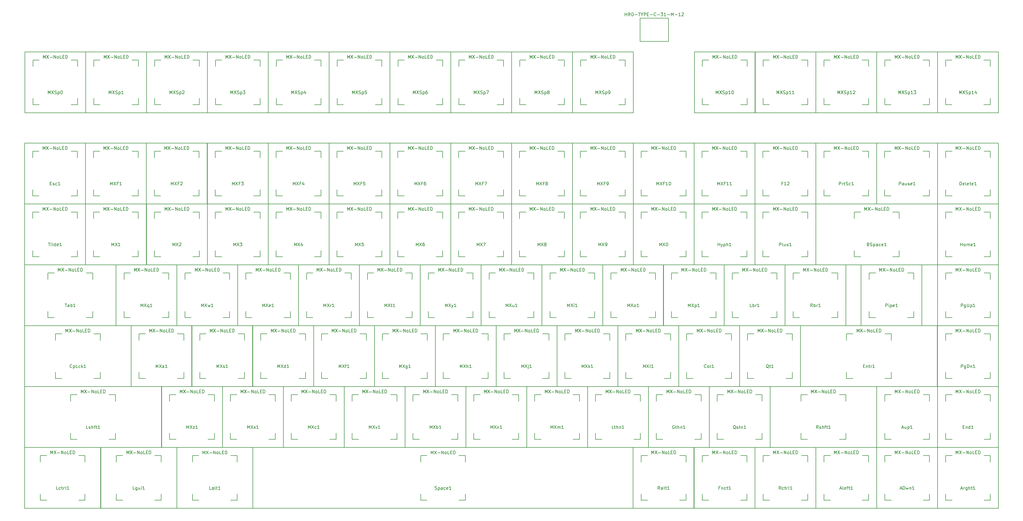
<source format=gbr>
G04 #@! TF.GenerationSoftware,KiCad,Pcbnew,(5.1.9-0-10_14)*
G04 #@! TF.CreationDate,2021-04-15T17:38:18+09:00*
G04 #@! TF.ProjectId,JupiterAdvanced,4a757069-7465-4724-9164-76616e636564,1*
G04 #@! TF.SameCoordinates,Original*
G04 #@! TF.FileFunction,OtherDrawing,Comment*
%FSLAX46Y46*%
G04 Gerber Fmt 4.6, Leading zero omitted, Abs format (unit mm)*
G04 Created by KiCad (PCBNEW (5.1.9-0-10_14)) date 2021-04-15 17:38:18*
%MOMM*%
%LPD*%
G01*
G04 APERTURE LIST*
%ADD10C,0.150000*%
G04 APERTURE END LIST*
D10*
X341889320Y-160449620D02*
X343889320Y-160449620D01*
X343889320Y-160449620D02*
X343889320Y-162449620D01*
X341889320Y-174449620D02*
X343889320Y-174449620D01*
X343889320Y-174449620D02*
X343889320Y-172449620D01*
X329889320Y-172449620D02*
X329889320Y-174449620D01*
X329889320Y-174449620D02*
X331889320Y-174449620D01*
X331889320Y-160449620D02*
X329889320Y-160449620D01*
X329889320Y-160449620D02*
X329889320Y-162449620D01*
X327364320Y-157924620D02*
X346414320Y-157924620D01*
X346414320Y-157924620D02*
X346414320Y-176974620D01*
X346414320Y-176974620D02*
X327364320Y-176974620D01*
X327364320Y-176974620D02*
X327364320Y-157924620D01*
X365816120Y-93798820D02*
X367816120Y-93798820D01*
X367816120Y-93798820D02*
X367816120Y-95798820D01*
X365816120Y-107798820D02*
X367816120Y-107798820D01*
X367816120Y-107798820D02*
X367816120Y-105798820D01*
X353816120Y-105798820D02*
X353816120Y-107798820D01*
X353816120Y-107798820D02*
X355816120Y-107798820D01*
X355816120Y-93798820D02*
X353816120Y-93798820D01*
X353816120Y-93798820D02*
X353816120Y-95798820D01*
X351291120Y-91273820D02*
X370341120Y-91273820D01*
X370341120Y-91273820D02*
X370341120Y-110323820D01*
X370341120Y-110323820D02*
X351291120Y-110323820D01*
X351291120Y-110323820D02*
X351291120Y-91273820D01*
X258130240Y-80695980D02*
X267070240Y-80695980D01*
X258130240Y-80695980D02*
X258130240Y-87995980D01*
X267070240Y-80695980D02*
X267070240Y-87995980D01*
X258130240Y-87995980D02*
X267070240Y-87995980D01*
X80002620Y-141386920D02*
X82002620Y-141386920D01*
X82002620Y-141386920D02*
X82002620Y-143386920D01*
X80002620Y-155386920D02*
X82002620Y-155386920D01*
X82002620Y-155386920D02*
X82002620Y-153386920D01*
X68002620Y-153386920D02*
X68002620Y-155386920D01*
X68002620Y-155386920D02*
X70002620Y-155386920D01*
X70002620Y-141386920D02*
X68002620Y-141386920D01*
X68002620Y-141386920D02*
X68002620Y-143386920D01*
X65477620Y-138861920D02*
X84527620Y-138861920D01*
X84527620Y-138861920D02*
X84527620Y-157911920D01*
X84527620Y-157911920D02*
X65477620Y-157911920D01*
X65477620Y-157911920D02*
X65477620Y-138861920D01*
X84765120Y-160449620D02*
X86765120Y-160449620D01*
X86765120Y-160449620D02*
X86765120Y-162449620D01*
X84765120Y-174449620D02*
X86765120Y-174449620D01*
X86765120Y-174449620D02*
X86765120Y-172449620D01*
X72765120Y-172449620D02*
X72765120Y-174449620D01*
X72765120Y-174449620D02*
X74765120Y-174449620D01*
X74765120Y-160449620D02*
X72765120Y-160449620D01*
X72765120Y-160449620D02*
X72765120Y-162449620D01*
X65477620Y-157924620D02*
X94052620Y-157924620D01*
X94052620Y-157924620D02*
X94052620Y-176974620D01*
X65477620Y-176974620D02*
X94052620Y-176974620D01*
X65477620Y-176974620D02*
X65477620Y-157924620D01*
X201465647Y-217609227D02*
X203465647Y-217609227D01*
X203465647Y-217609227D02*
X203465647Y-219609227D01*
X201465647Y-231609227D02*
X203465647Y-231609227D01*
X203465647Y-231609227D02*
X203465647Y-229609227D01*
X189465647Y-229609227D02*
X189465647Y-231609227D01*
X189465647Y-231609227D02*
X191465647Y-231609227D01*
X191465647Y-217609227D02*
X189465647Y-217609227D01*
X189465647Y-217609227D02*
X189465647Y-219609227D01*
X136934397Y-215084227D02*
X255996897Y-215084227D01*
X255996897Y-215084227D02*
X255996897Y-234134227D01*
X136934397Y-234134227D02*
X255996897Y-234134227D01*
X136934397Y-234134227D02*
X136934397Y-215084227D01*
X320566020Y-198549620D02*
X322566020Y-198549620D01*
X322566020Y-198549620D02*
X322566020Y-200549620D01*
X320566020Y-212549620D02*
X322566020Y-212549620D01*
X322566020Y-212549620D02*
X322566020Y-210549620D01*
X308566020Y-210549620D02*
X308566020Y-212549620D01*
X308566020Y-212549620D02*
X310566020Y-212549620D01*
X310566020Y-198549620D02*
X308566020Y-198549620D01*
X308566020Y-198549620D02*
X308566020Y-200549620D01*
X298897270Y-196024620D02*
X332234770Y-196024620D01*
X332234770Y-196024620D02*
X332234770Y-215074620D01*
X298897270Y-215074620D02*
X332234770Y-215074620D01*
X298897270Y-215074620D02*
X298897270Y-196024620D01*
X308691520Y-217599620D02*
X310691520Y-217599620D01*
X310691520Y-217599620D02*
X310691520Y-219599620D01*
X308691520Y-231599620D02*
X310691520Y-231599620D01*
X310691520Y-231599620D02*
X310691520Y-229599620D01*
X296691520Y-229599620D02*
X296691520Y-231599620D01*
X296691520Y-231599620D02*
X298691520Y-231599620D01*
X298691520Y-217599620D02*
X296691520Y-217599620D01*
X296691520Y-217599620D02*
X296691520Y-219599620D01*
X294166520Y-215074620D02*
X313216520Y-215074620D01*
X313216520Y-215074620D02*
X313216520Y-234124620D01*
X313216520Y-234124620D02*
X294166520Y-234124620D01*
X294166520Y-234124620D02*
X294166520Y-215074620D01*
X318089520Y-160449620D02*
X320089520Y-160449620D01*
X320089520Y-160449620D02*
X320089520Y-162449620D01*
X318089520Y-174449620D02*
X320089520Y-174449620D01*
X320089520Y-174449620D02*
X320089520Y-172449620D01*
X306089520Y-172449620D02*
X306089520Y-174449620D01*
X306089520Y-174449620D02*
X308089520Y-174449620D01*
X308089520Y-160449620D02*
X306089520Y-160449620D01*
X306089520Y-160449620D02*
X306089520Y-162449620D01*
X303564520Y-157924620D02*
X322614520Y-157924620D01*
X322614520Y-157924620D02*
X322614520Y-176974620D01*
X322614520Y-176974620D02*
X303564520Y-176974620D01*
X303564520Y-176974620D02*
X303564520Y-157924620D01*
X270520380Y-217599620D02*
X272520380Y-217599620D01*
X272520380Y-217599620D02*
X272520380Y-219599620D01*
X270520380Y-231599620D02*
X272520380Y-231599620D01*
X272520380Y-231599620D02*
X272520380Y-229599620D01*
X258520380Y-229599620D02*
X258520380Y-231599620D01*
X258520380Y-231599620D02*
X260520380Y-231599620D01*
X260520380Y-217599620D02*
X258520380Y-217599620D01*
X258520380Y-217599620D02*
X258520380Y-219599620D01*
X255995380Y-215074620D02*
X275045380Y-215074620D01*
X275045380Y-215074620D02*
X275045380Y-234124620D01*
X275045380Y-234124620D02*
X255995380Y-234124620D01*
X255995380Y-234124620D02*
X255995380Y-215074620D01*
X303814720Y-179499620D02*
X305814720Y-179499620D01*
X305814720Y-179499620D02*
X305814720Y-181499620D01*
X303814720Y-193499620D02*
X305814720Y-193499620D01*
X305814720Y-193499620D02*
X305814720Y-191499620D01*
X291814720Y-191499620D02*
X291814720Y-193499620D01*
X291814720Y-193499620D02*
X293814720Y-193499620D01*
X293814720Y-179499620D02*
X291814720Y-179499620D01*
X291814720Y-179499620D02*
X291814720Y-181499620D01*
X289289720Y-176974620D02*
X308339720Y-176974620D01*
X308339720Y-176974620D02*
X308339720Y-196024620D01*
X308339720Y-196024620D02*
X289289720Y-196024620D01*
X289289720Y-196024620D02*
X289289720Y-176974620D01*
X294340520Y-198549620D02*
X296340520Y-198549620D01*
X296340520Y-198549620D02*
X296340520Y-200549620D01*
X294340520Y-212549620D02*
X296340520Y-212549620D01*
X296340520Y-212549620D02*
X296340520Y-210549620D01*
X282340520Y-210549620D02*
X282340520Y-212549620D01*
X282340520Y-212549620D02*
X284340520Y-212549620D01*
X284340520Y-198549620D02*
X282340520Y-198549620D01*
X282340520Y-198549620D02*
X282340520Y-200549620D01*
X279815520Y-196024620D02*
X298865520Y-196024620D01*
X298865520Y-196024620D02*
X298865520Y-215074620D01*
X298865520Y-215074620D02*
X279815520Y-215074620D01*
X279815520Y-215074620D02*
X279815520Y-196024620D01*
X327741520Y-122349620D02*
X329741520Y-122349620D01*
X329741520Y-122349620D02*
X329741520Y-124349620D01*
X327741520Y-136349620D02*
X329741520Y-136349620D01*
X329741520Y-136349620D02*
X329741520Y-134349620D01*
X315741520Y-134349620D02*
X315741520Y-136349620D01*
X315741520Y-136349620D02*
X317741520Y-136349620D01*
X317741520Y-122349620D02*
X315741520Y-122349620D01*
X315741520Y-122349620D02*
X315741520Y-124349620D01*
X313216520Y-119824620D02*
X332266520Y-119824620D01*
X332266520Y-119824620D02*
X332266520Y-138874620D01*
X332266520Y-138874620D02*
X313216520Y-138874620D01*
X313216520Y-138874620D02*
X313216520Y-119824620D01*
X308640720Y-141399620D02*
X310640720Y-141399620D01*
X310640720Y-141399620D02*
X310640720Y-143399620D01*
X308640720Y-155399620D02*
X310640720Y-155399620D01*
X310640720Y-155399620D02*
X310640720Y-153399620D01*
X296640720Y-153399620D02*
X296640720Y-155399620D01*
X296640720Y-155399620D02*
X298640720Y-155399620D01*
X298640720Y-141399620D02*
X296640720Y-141399620D01*
X296640720Y-141399620D02*
X296640720Y-143399620D01*
X294115720Y-138874620D02*
X313165720Y-138874620D01*
X313165720Y-138874620D02*
X313165720Y-157924620D01*
X313165720Y-157924620D02*
X294115720Y-157924620D01*
X294115720Y-157924620D02*
X294115720Y-138874620D01*
X365841520Y-160449620D02*
X367841520Y-160449620D01*
X367841520Y-160449620D02*
X367841520Y-162449620D01*
X365841520Y-174449620D02*
X367841520Y-174449620D01*
X367841520Y-174449620D02*
X367841520Y-172449620D01*
X353841520Y-172449620D02*
X353841520Y-174449620D01*
X353841520Y-174449620D02*
X355841520Y-174449620D01*
X355841520Y-160449620D02*
X353841520Y-160449620D01*
X353841520Y-160449620D02*
X353841520Y-162449620D01*
X351316520Y-157924620D02*
X370366520Y-157924620D01*
X370366520Y-157924620D02*
X370366520Y-176974620D01*
X370366520Y-176974620D02*
X351316520Y-176974620D01*
X351316520Y-176974620D02*
X351316520Y-157924620D01*
X365841520Y-179499620D02*
X367841520Y-179499620D01*
X367841520Y-179499620D02*
X367841520Y-181499620D01*
X365841520Y-193499620D02*
X367841520Y-193499620D01*
X367841520Y-193499620D02*
X367841520Y-191499620D01*
X353841520Y-191499620D02*
X353841520Y-193499620D01*
X353841520Y-193499620D02*
X355841520Y-193499620D01*
X355841520Y-179499620D02*
X353841520Y-179499620D01*
X353841520Y-179499620D02*
X353841520Y-181499620D01*
X351316520Y-176974620D02*
X370366520Y-176974620D01*
X370366520Y-176974620D02*
X370366520Y-196024620D01*
X370366520Y-196024620D02*
X351316520Y-196024620D01*
X351316520Y-196024620D02*
X351316520Y-176974620D01*
X346740720Y-122349620D02*
X348740720Y-122349620D01*
X348740720Y-122349620D02*
X348740720Y-124349620D01*
X346740720Y-136349620D02*
X348740720Y-136349620D01*
X348740720Y-136349620D02*
X348740720Y-134349620D01*
X334740720Y-134349620D02*
X334740720Y-136349620D01*
X334740720Y-136349620D02*
X336740720Y-136349620D01*
X336740720Y-122349620D02*
X334740720Y-122349620D01*
X334740720Y-122349620D02*
X334740720Y-124349620D01*
X332215720Y-119824620D02*
X351265720Y-119824620D01*
X351265720Y-119824620D02*
X351265720Y-138874620D01*
X351265720Y-138874620D02*
X332215720Y-138874620D01*
X332215720Y-138874620D02*
X332215720Y-119824620D01*
X122890520Y-198549620D02*
X124890520Y-198549620D01*
X124890520Y-198549620D02*
X124890520Y-200549620D01*
X122890520Y-212549620D02*
X124890520Y-212549620D01*
X124890520Y-212549620D02*
X124890520Y-210549620D01*
X110890520Y-210549620D02*
X110890520Y-212549620D01*
X110890520Y-212549620D02*
X112890520Y-212549620D01*
X112890520Y-198549620D02*
X110890520Y-198549620D01*
X110890520Y-198549620D02*
X110890520Y-200549620D01*
X108365520Y-196024620D02*
X127415520Y-196024620D01*
X127415520Y-196024620D02*
X127415520Y-215074620D01*
X127415520Y-215074620D02*
X108365520Y-215074620D01*
X108365520Y-215074620D02*
X108365520Y-196024620D01*
X203840320Y-160449620D02*
X205840320Y-160449620D01*
X205840320Y-160449620D02*
X205840320Y-162449620D01*
X203840320Y-174449620D02*
X205840320Y-174449620D01*
X205840320Y-174449620D02*
X205840320Y-172449620D01*
X191840320Y-172449620D02*
X191840320Y-174449620D01*
X191840320Y-174449620D02*
X193840320Y-174449620D01*
X193840320Y-160449620D02*
X191840320Y-160449620D01*
X191840320Y-160449620D02*
X191840320Y-162449620D01*
X189315320Y-157924620D02*
X208365320Y-157924620D01*
X208365320Y-157924620D02*
X208365320Y-176974620D01*
X208365320Y-176974620D02*
X189315320Y-176974620D01*
X189315320Y-176974620D02*
X189315320Y-157924620D01*
X141940520Y-198549620D02*
X143940520Y-198549620D01*
X143940520Y-198549620D02*
X143940520Y-200549620D01*
X141940520Y-212549620D02*
X143940520Y-212549620D01*
X143940520Y-212549620D02*
X143940520Y-210549620D01*
X129940520Y-210549620D02*
X129940520Y-212549620D01*
X129940520Y-212549620D02*
X131940520Y-212549620D01*
X131940520Y-198549620D02*
X129940520Y-198549620D01*
X129940520Y-198549620D02*
X129940520Y-200549620D01*
X127415520Y-196024620D02*
X146465520Y-196024620D01*
X146465520Y-196024620D02*
X146465520Y-215074620D01*
X146465520Y-215074620D02*
X127415520Y-215074620D01*
X127415520Y-215074620D02*
X127415520Y-196024620D01*
X127640320Y-160449620D02*
X129640320Y-160449620D01*
X129640320Y-160449620D02*
X129640320Y-162449620D01*
X127640320Y-174449620D02*
X129640320Y-174449620D01*
X129640320Y-174449620D02*
X129640320Y-172449620D01*
X115640320Y-172449620D02*
X115640320Y-174449620D01*
X115640320Y-174449620D02*
X117640320Y-174449620D01*
X117640320Y-160449620D02*
X115640320Y-160449620D01*
X115640320Y-160449620D02*
X115640320Y-162449620D01*
X113115320Y-157924620D02*
X132165320Y-157924620D01*
X132165320Y-157924620D02*
X132165320Y-176974620D01*
X132165320Y-176974620D02*
X113115320Y-176974620D01*
X113115320Y-176974620D02*
X113115320Y-157924620D01*
X180040520Y-198549620D02*
X182040520Y-198549620D01*
X182040520Y-198549620D02*
X182040520Y-200549620D01*
X180040520Y-212549620D02*
X182040520Y-212549620D01*
X182040520Y-212549620D02*
X182040520Y-210549620D01*
X168040520Y-210549620D02*
X168040520Y-212549620D01*
X168040520Y-212549620D02*
X170040520Y-212549620D01*
X170040520Y-198549620D02*
X168040520Y-198549620D01*
X168040520Y-198549620D02*
X168040520Y-200549620D01*
X165515520Y-196024620D02*
X184565520Y-196024620D01*
X184565520Y-196024620D02*
X184565520Y-215074620D01*
X184565520Y-215074620D02*
X165515520Y-215074620D01*
X165515520Y-215074620D02*
X165515520Y-196024620D01*
X222890320Y-160449620D02*
X224890320Y-160449620D01*
X224890320Y-160449620D02*
X224890320Y-162449620D01*
X222890320Y-174449620D02*
X224890320Y-174449620D01*
X224890320Y-174449620D02*
X224890320Y-172449620D01*
X210890320Y-172449620D02*
X210890320Y-174449620D01*
X210890320Y-174449620D02*
X212890320Y-174449620D01*
X212890320Y-160449620D02*
X210890320Y-160449620D01*
X210890320Y-160449620D02*
X210890320Y-162449620D01*
X208365320Y-157924620D02*
X227415320Y-157924620D01*
X227415320Y-157924620D02*
X227415320Y-176974620D01*
X227415320Y-176974620D02*
X208365320Y-176974620D01*
X208365320Y-176974620D02*
X208365320Y-157924620D01*
X184790320Y-160449620D02*
X186790320Y-160449620D01*
X186790320Y-160449620D02*
X186790320Y-162449620D01*
X184790320Y-174449620D02*
X186790320Y-174449620D01*
X186790320Y-174449620D02*
X186790320Y-172449620D01*
X172790320Y-172449620D02*
X172790320Y-174449620D01*
X172790320Y-174449620D02*
X174790320Y-174449620D01*
X174790320Y-160449620D02*
X172790320Y-160449620D01*
X172790320Y-160449620D02*
X172790320Y-162449620D01*
X170265320Y-157924620D02*
X189315320Y-157924620D01*
X189315320Y-157924620D02*
X189315320Y-176974620D01*
X189315320Y-176974620D02*
X170265320Y-176974620D01*
X170265320Y-176974620D02*
X170265320Y-157924620D01*
X346766120Y-93798820D02*
X348766120Y-93798820D01*
X348766120Y-93798820D02*
X348766120Y-95798820D01*
X346766120Y-107798820D02*
X348766120Y-107798820D01*
X348766120Y-107798820D02*
X348766120Y-105798820D01*
X334766120Y-105798820D02*
X334766120Y-107798820D01*
X334766120Y-107798820D02*
X336766120Y-107798820D01*
X336766120Y-93798820D02*
X334766120Y-93798820D01*
X334766120Y-93798820D02*
X334766120Y-95798820D01*
X332241120Y-91273820D02*
X351291120Y-91273820D01*
X351291120Y-91273820D02*
X351291120Y-110323820D01*
X351291120Y-110323820D02*
X332241120Y-110323820D01*
X332241120Y-110323820D02*
X332241120Y-91273820D01*
X327716120Y-93798820D02*
X329716120Y-93798820D01*
X329716120Y-93798820D02*
X329716120Y-95798820D01*
X327716120Y-107798820D02*
X329716120Y-107798820D01*
X329716120Y-107798820D02*
X329716120Y-105798820D01*
X315716120Y-105798820D02*
X315716120Y-107798820D01*
X315716120Y-107798820D02*
X317716120Y-107798820D01*
X317716120Y-93798820D02*
X315716120Y-93798820D01*
X315716120Y-93798820D02*
X315716120Y-95798820D01*
X313191120Y-91273820D02*
X332241120Y-91273820D01*
X332241120Y-91273820D02*
X332241120Y-110323820D01*
X332241120Y-110323820D02*
X313191120Y-110323820D01*
X313191120Y-110323820D02*
X313191120Y-91273820D01*
X308666120Y-93798820D02*
X310666120Y-93798820D01*
X310666120Y-93798820D02*
X310666120Y-95798820D01*
X308666120Y-107798820D02*
X310666120Y-107798820D01*
X310666120Y-107798820D02*
X310666120Y-105798820D01*
X296666120Y-105798820D02*
X296666120Y-107798820D01*
X296666120Y-107798820D02*
X298666120Y-107798820D01*
X298666120Y-93798820D02*
X296666120Y-93798820D01*
X296666120Y-93798820D02*
X296666120Y-95798820D01*
X294141120Y-91273820D02*
X313191120Y-91273820D01*
X313191120Y-91273820D02*
X313191120Y-110323820D01*
X313191120Y-110323820D02*
X294141120Y-110323820D01*
X294141120Y-110323820D02*
X294141120Y-91273820D01*
X289675320Y-93798820D02*
X291675320Y-93798820D01*
X291675320Y-93798820D02*
X291675320Y-95798820D01*
X289675320Y-107798820D02*
X291675320Y-107798820D01*
X291675320Y-107798820D02*
X291675320Y-105798820D01*
X277675320Y-105798820D02*
X277675320Y-107798820D01*
X277675320Y-107798820D02*
X279675320Y-107798820D01*
X279675320Y-93798820D02*
X277675320Y-93798820D01*
X277675320Y-93798820D02*
X277675320Y-95798820D01*
X275150320Y-91273820D02*
X294200320Y-91273820D01*
X294200320Y-91273820D02*
X294200320Y-110323820D01*
X294200320Y-110323820D02*
X275150320Y-110323820D01*
X275150320Y-110323820D02*
X275150320Y-91273820D01*
X251516120Y-93798820D02*
X253516120Y-93798820D01*
X253516120Y-93798820D02*
X253516120Y-95798820D01*
X251516120Y-107798820D02*
X253516120Y-107798820D01*
X253516120Y-107798820D02*
X253516120Y-105798820D01*
X239516120Y-105798820D02*
X239516120Y-107798820D01*
X239516120Y-107798820D02*
X241516120Y-107798820D01*
X241516120Y-93798820D02*
X239516120Y-93798820D01*
X239516120Y-93798820D02*
X239516120Y-95798820D01*
X236991120Y-91273820D02*
X256041120Y-91273820D01*
X256041120Y-91273820D02*
X256041120Y-110323820D01*
X256041120Y-110323820D02*
X236991120Y-110323820D01*
X236991120Y-110323820D02*
X236991120Y-91273820D01*
X232466120Y-93798820D02*
X234466120Y-93798820D01*
X234466120Y-93798820D02*
X234466120Y-95798820D01*
X232466120Y-107798820D02*
X234466120Y-107798820D01*
X234466120Y-107798820D02*
X234466120Y-105798820D01*
X220466120Y-105798820D02*
X220466120Y-107798820D01*
X220466120Y-107798820D02*
X222466120Y-107798820D01*
X222466120Y-93798820D02*
X220466120Y-93798820D01*
X220466120Y-93798820D02*
X220466120Y-95798820D01*
X217941120Y-91273820D02*
X236991120Y-91273820D01*
X236991120Y-91273820D02*
X236991120Y-110323820D01*
X236991120Y-110323820D02*
X217941120Y-110323820D01*
X217941120Y-110323820D02*
X217941120Y-91273820D01*
X213416120Y-93798820D02*
X215416120Y-93798820D01*
X215416120Y-93798820D02*
X215416120Y-95798820D01*
X213416120Y-107798820D02*
X215416120Y-107798820D01*
X215416120Y-107798820D02*
X215416120Y-105798820D01*
X201416120Y-105798820D02*
X201416120Y-107798820D01*
X201416120Y-107798820D02*
X203416120Y-107798820D01*
X203416120Y-93798820D02*
X201416120Y-93798820D01*
X201416120Y-93798820D02*
X201416120Y-95798820D01*
X198891120Y-91273820D02*
X217941120Y-91273820D01*
X217941120Y-91273820D02*
X217941120Y-110323820D01*
X217941120Y-110323820D02*
X198891120Y-110323820D01*
X198891120Y-110323820D02*
X198891120Y-91273820D01*
X194366120Y-93798820D02*
X196366120Y-93798820D01*
X196366120Y-93798820D02*
X196366120Y-95798820D01*
X194366120Y-107798820D02*
X196366120Y-107798820D01*
X196366120Y-107798820D02*
X196366120Y-105798820D01*
X182366120Y-105798820D02*
X182366120Y-107798820D01*
X182366120Y-107798820D02*
X184366120Y-107798820D01*
X184366120Y-93798820D02*
X182366120Y-93798820D01*
X182366120Y-93798820D02*
X182366120Y-95798820D01*
X179841120Y-91273820D02*
X198891120Y-91273820D01*
X198891120Y-91273820D02*
X198891120Y-110323820D01*
X198891120Y-110323820D02*
X179841120Y-110323820D01*
X179841120Y-110323820D02*
X179841120Y-91273820D01*
X175316120Y-93798820D02*
X177316120Y-93798820D01*
X177316120Y-93798820D02*
X177316120Y-95798820D01*
X175316120Y-107798820D02*
X177316120Y-107798820D01*
X177316120Y-107798820D02*
X177316120Y-105798820D01*
X163316120Y-105798820D02*
X163316120Y-107798820D01*
X163316120Y-107798820D02*
X165316120Y-107798820D01*
X165316120Y-93798820D02*
X163316120Y-93798820D01*
X163316120Y-93798820D02*
X163316120Y-95798820D01*
X160791120Y-91273820D02*
X179841120Y-91273820D01*
X179841120Y-91273820D02*
X179841120Y-110323820D01*
X179841120Y-110323820D02*
X160791120Y-110323820D01*
X160791120Y-110323820D02*
X160791120Y-91273820D01*
X156266120Y-93798820D02*
X158266120Y-93798820D01*
X158266120Y-93798820D02*
X158266120Y-95798820D01*
X156266120Y-107798820D02*
X158266120Y-107798820D01*
X158266120Y-107798820D02*
X158266120Y-105798820D01*
X144266120Y-105798820D02*
X144266120Y-107798820D01*
X144266120Y-107798820D02*
X146266120Y-107798820D01*
X146266120Y-93798820D02*
X144266120Y-93798820D01*
X144266120Y-93798820D02*
X144266120Y-95798820D01*
X141741120Y-91273820D02*
X160791120Y-91273820D01*
X160791120Y-91273820D02*
X160791120Y-110323820D01*
X160791120Y-110323820D02*
X141741120Y-110323820D01*
X141741120Y-110323820D02*
X141741120Y-91273820D01*
X137216120Y-93798820D02*
X139216120Y-93798820D01*
X139216120Y-93798820D02*
X139216120Y-95798820D01*
X137216120Y-107798820D02*
X139216120Y-107798820D01*
X139216120Y-107798820D02*
X139216120Y-105798820D01*
X125216120Y-105798820D02*
X125216120Y-107798820D01*
X125216120Y-107798820D02*
X127216120Y-107798820D01*
X127216120Y-93798820D02*
X125216120Y-93798820D01*
X125216120Y-93798820D02*
X125216120Y-95798820D01*
X122691120Y-91273820D02*
X141741120Y-91273820D01*
X141741120Y-91273820D02*
X141741120Y-110323820D01*
X141741120Y-110323820D02*
X122691120Y-110323820D01*
X122691120Y-110323820D02*
X122691120Y-91273820D01*
X118166120Y-93798820D02*
X120166120Y-93798820D01*
X120166120Y-93798820D02*
X120166120Y-95798820D01*
X118166120Y-107798820D02*
X120166120Y-107798820D01*
X120166120Y-107798820D02*
X120166120Y-105798820D01*
X106166120Y-105798820D02*
X106166120Y-107798820D01*
X106166120Y-107798820D02*
X108166120Y-107798820D01*
X108166120Y-93798820D02*
X106166120Y-93798820D01*
X106166120Y-93798820D02*
X106166120Y-95798820D01*
X103641120Y-91273820D02*
X122691120Y-91273820D01*
X122691120Y-91273820D02*
X122691120Y-110323820D01*
X122691120Y-110323820D02*
X103641120Y-110323820D01*
X103641120Y-110323820D02*
X103641120Y-91273820D01*
X99116120Y-93798820D02*
X101116120Y-93798820D01*
X101116120Y-93798820D02*
X101116120Y-95798820D01*
X99116120Y-107798820D02*
X101116120Y-107798820D01*
X101116120Y-107798820D02*
X101116120Y-105798820D01*
X87116120Y-105798820D02*
X87116120Y-107798820D01*
X87116120Y-107798820D02*
X89116120Y-107798820D01*
X89116120Y-93798820D02*
X87116120Y-93798820D01*
X87116120Y-93798820D02*
X87116120Y-95798820D01*
X84591120Y-91273820D02*
X103641120Y-91273820D01*
X103641120Y-91273820D02*
X103641120Y-110323820D01*
X103641120Y-110323820D02*
X84591120Y-110323820D01*
X84591120Y-110323820D02*
X84591120Y-91273820D01*
X80066120Y-93798820D02*
X82066120Y-93798820D01*
X82066120Y-93798820D02*
X82066120Y-95798820D01*
X80066120Y-107798820D02*
X82066120Y-107798820D01*
X82066120Y-107798820D02*
X82066120Y-105798820D01*
X68066120Y-105798820D02*
X68066120Y-107798820D01*
X68066120Y-107798820D02*
X70066120Y-107798820D01*
X70066120Y-93798820D02*
X68066120Y-93798820D01*
X68066120Y-93798820D02*
X68066120Y-95798820D01*
X65541120Y-91273820D02*
X84591120Y-91273820D01*
X84591120Y-91273820D02*
X84591120Y-110323820D01*
X84591120Y-110323820D02*
X65541120Y-110323820D01*
X65541120Y-110323820D02*
X65541120Y-91273820D01*
X132313920Y-179499620D02*
X134313920Y-179499620D01*
X134313920Y-179499620D02*
X134313920Y-181499620D01*
X132313920Y-193499620D02*
X134313920Y-193499620D01*
X134313920Y-193499620D02*
X134313920Y-191499620D01*
X120313920Y-191499620D02*
X120313920Y-193499620D01*
X120313920Y-193499620D02*
X122313920Y-193499620D01*
X122313920Y-179499620D02*
X120313920Y-179499620D01*
X120313920Y-179499620D02*
X120313920Y-181499620D01*
X117788920Y-176974620D02*
X136838920Y-176974620D01*
X136838920Y-176974620D02*
X136838920Y-196024620D01*
X136838920Y-196024620D02*
X117788920Y-196024620D01*
X117788920Y-196024620D02*
X117788920Y-176974620D01*
X165740320Y-160449620D02*
X167740320Y-160449620D01*
X167740320Y-160449620D02*
X167740320Y-162449620D01*
X165740320Y-174449620D02*
X167740320Y-174449620D01*
X167740320Y-174449620D02*
X167740320Y-172449620D01*
X153740320Y-172449620D02*
X153740320Y-174449620D01*
X153740320Y-174449620D02*
X155740320Y-174449620D01*
X155740320Y-160449620D02*
X153740320Y-160449620D01*
X153740320Y-160449620D02*
X153740320Y-162449620D01*
X151215320Y-157924620D02*
X170265320Y-157924620D01*
X170265320Y-157924620D02*
X170265320Y-176974620D01*
X170265320Y-176974620D02*
X151215320Y-176974620D01*
X151215320Y-176974620D02*
X151215320Y-157924620D01*
X108590320Y-160449620D02*
X110590320Y-160449620D01*
X110590320Y-160449620D02*
X110590320Y-162449620D01*
X108590320Y-174449620D02*
X110590320Y-174449620D01*
X110590320Y-174449620D02*
X110590320Y-172449620D01*
X96590320Y-172449620D02*
X96590320Y-174449620D01*
X96590320Y-174449620D02*
X98590320Y-174449620D01*
X98590320Y-160449620D02*
X96590320Y-160449620D01*
X96590320Y-160449620D02*
X96590320Y-162449620D01*
X94065320Y-157924620D02*
X113115320Y-157924620D01*
X113115320Y-157924620D02*
X113115320Y-176974620D01*
X113115320Y-176974620D02*
X94065320Y-176974620D01*
X94065320Y-176974620D02*
X94065320Y-157924620D01*
X279989520Y-160449620D02*
X281989520Y-160449620D01*
X281989520Y-160449620D02*
X281989520Y-162449620D01*
X279989520Y-174449620D02*
X281989520Y-174449620D01*
X281989520Y-174449620D02*
X281989520Y-172449620D01*
X267989520Y-172449620D02*
X267989520Y-174449620D01*
X267989520Y-174449620D02*
X269989520Y-174449620D01*
X269989520Y-160449620D02*
X267989520Y-160449620D01*
X267989520Y-160449620D02*
X267989520Y-162449620D01*
X265464520Y-157924620D02*
X284514520Y-157924620D01*
X284514520Y-157924620D02*
X284514520Y-176974620D01*
X284514520Y-176974620D02*
X265464520Y-176974620D01*
X265464520Y-176974620D02*
X265464520Y-157924620D01*
X260990320Y-160449620D02*
X262990320Y-160449620D01*
X262990320Y-160449620D02*
X262990320Y-162449620D01*
X260990320Y-174449620D02*
X262990320Y-174449620D01*
X262990320Y-174449620D02*
X262990320Y-172449620D01*
X248990320Y-172449620D02*
X248990320Y-174449620D01*
X248990320Y-174449620D02*
X250990320Y-174449620D01*
X250990320Y-160449620D02*
X248990320Y-160449620D01*
X248990320Y-160449620D02*
X248990320Y-162449620D01*
X246465320Y-157924620D02*
X265515320Y-157924620D01*
X265515320Y-157924620D02*
X265515320Y-176974620D01*
X265515320Y-176974620D02*
X246465320Y-176974620D01*
X246465320Y-176974620D02*
X246465320Y-157924620D01*
X218140520Y-198549620D02*
X220140520Y-198549620D01*
X220140520Y-198549620D02*
X220140520Y-200549620D01*
X218140520Y-212549620D02*
X220140520Y-212549620D01*
X220140520Y-212549620D02*
X220140520Y-210549620D01*
X206140520Y-210549620D02*
X206140520Y-212549620D01*
X206140520Y-212549620D02*
X208140520Y-212549620D01*
X208140520Y-198549620D02*
X206140520Y-198549620D01*
X206140520Y-198549620D02*
X206140520Y-200549620D01*
X203615520Y-196024620D02*
X222665520Y-196024620D01*
X222665520Y-196024620D02*
X222665520Y-215074620D01*
X222665520Y-215074620D02*
X203615520Y-215074620D01*
X203615520Y-215074620D02*
X203615520Y-196024620D01*
X237190520Y-198549620D02*
X239190520Y-198549620D01*
X239190520Y-198549620D02*
X239190520Y-200549620D01*
X237190520Y-212549620D02*
X239190520Y-212549620D01*
X239190520Y-212549620D02*
X239190520Y-210549620D01*
X225190520Y-210549620D02*
X225190520Y-212549620D01*
X225190520Y-212549620D02*
X227190520Y-212549620D01*
X227190520Y-198549620D02*
X225190520Y-198549620D01*
X225190520Y-198549620D02*
X225190520Y-200549620D01*
X222665520Y-196024620D02*
X241715520Y-196024620D01*
X241715520Y-196024620D02*
X241715520Y-215074620D01*
X241715520Y-215074620D02*
X222665520Y-215074620D01*
X222665520Y-215074620D02*
X222665520Y-196024620D01*
X265714720Y-179499620D02*
X267714720Y-179499620D01*
X267714720Y-179499620D02*
X267714720Y-181499620D01*
X265714720Y-193499620D02*
X267714720Y-193499620D01*
X267714720Y-193499620D02*
X267714720Y-191499620D01*
X253714720Y-191499620D02*
X253714720Y-193499620D01*
X253714720Y-193499620D02*
X255714720Y-193499620D01*
X255714720Y-179499620D02*
X253714720Y-179499620D01*
X253714720Y-179499620D02*
X253714720Y-181499620D01*
X251189720Y-176974620D02*
X270239720Y-176974620D01*
X270239720Y-176974620D02*
X270239720Y-196024620D01*
X270239720Y-196024620D02*
X251189720Y-196024620D01*
X251189720Y-196024620D02*
X251189720Y-176974620D01*
X246664720Y-179499620D02*
X248664720Y-179499620D01*
X248664720Y-179499620D02*
X248664720Y-181499620D01*
X246664720Y-193499620D02*
X248664720Y-193499620D01*
X248664720Y-193499620D02*
X248664720Y-191499620D01*
X234664720Y-191499620D02*
X234664720Y-193499620D01*
X234664720Y-193499620D02*
X236664720Y-193499620D01*
X236664720Y-179499620D02*
X234664720Y-179499620D01*
X234664720Y-179499620D02*
X234664720Y-181499620D01*
X232139720Y-176974620D02*
X251189720Y-176974620D01*
X251189720Y-176974620D02*
X251189720Y-196024620D01*
X251189720Y-196024620D02*
X232139720Y-196024620D01*
X232139720Y-196024620D02*
X232139720Y-176974620D01*
X227614720Y-179499620D02*
X229614720Y-179499620D01*
X229614720Y-179499620D02*
X229614720Y-181499620D01*
X227614720Y-193499620D02*
X229614720Y-193499620D01*
X229614720Y-193499620D02*
X229614720Y-191499620D01*
X215614720Y-191499620D02*
X215614720Y-193499620D01*
X215614720Y-193499620D02*
X217614720Y-193499620D01*
X217614720Y-179499620D02*
X215614720Y-179499620D01*
X215614720Y-179499620D02*
X215614720Y-181499620D01*
X213089720Y-176974620D02*
X232139720Y-176974620D01*
X232139720Y-176974620D02*
X232139720Y-196024620D01*
X232139720Y-196024620D02*
X213089720Y-196024620D01*
X213089720Y-196024620D02*
X213089720Y-176974620D01*
X241940320Y-160449620D02*
X243940320Y-160449620D01*
X243940320Y-160449620D02*
X243940320Y-162449620D01*
X241940320Y-174449620D02*
X243940320Y-174449620D01*
X243940320Y-174449620D02*
X243940320Y-172449620D01*
X229940320Y-172449620D02*
X229940320Y-174449620D01*
X229940320Y-174449620D02*
X231940320Y-174449620D01*
X231940320Y-160449620D02*
X229940320Y-160449620D01*
X229940320Y-160449620D02*
X229940320Y-162449620D01*
X227415320Y-157924620D02*
X246465320Y-157924620D01*
X246465320Y-157924620D02*
X246465320Y-176974620D01*
X246465320Y-176974620D02*
X227415320Y-176974620D01*
X227415320Y-176974620D02*
X227415320Y-157924620D01*
X208564720Y-179499620D02*
X210564720Y-179499620D01*
X210564720Y-179499620D02*
X210564720Y-181499620D01*
X208564720Y-193499620D02*
X210564720Y-193499620D01*
X210564720Y-193499620D02*
X210564720Y-191499620D01*
X196564720Y-191499620D02*
X196564720Y-193499620D01*
X196564720Y-193499620D02*
X198564720Y-193499620D01*
X198564720Y-179499620D02*
X196564720Y-179499620D01*
X196564720Y-179499620D02*
X196564720Y-181499620D01*
X194039720Y-176974620D02*
X213089720Y-176974620D01*
X213089720Y-176974620D02*
X213089720Y-196024620D01*
X213089720Y-196024620D02*
X194039720Y-196024620D01*
X194039720Y-196024620D02*
X194039720Y-176974620D01*
X189514720Y-179499620D02*
X191514720Y-179499620D01*
X191514720Y-179499620D02*
X191514720Y-181499620D01*
X189514720Y-193499620D02*
X191514720Y-193499620D01*
X191514720Y-193499620D02*
X191514720Y-191499620D01*
X177514720Y-191499620D02*
X177514720Y-193499620D01*
X177514720Y-193499620D02*
X179514720Y-193499620D01*
X179514720Y-179499620D02*
X177514720Y-179499620D01*
X177514720Y-179499620D02*
X177514720Y-181499620D01*
X174989720Y-176974620D02*
X194039720Y-176974620D01*
X194039720Y-176974620D02*
X194039720Y-196024620D01*
X194039720Y-196024620D02*
X174989720Y-196024620D01*
X174989720Y-196024620D02*
X174989720Y-176974620D01*
X289590720Y-122349620D02*
X291590720Y-122349620D01*
X291590720Y-122349620D02*
X291590720Y-124349620D01*
X289590720Y-136349620D02*
X291590720Y-136349620D01*
X291590720Y-136349620D02*
X291590720Y-134349620D01*
X277590720Y-134349620D02*
X277590720Y-136349620D01*
X277590720Y-136349620D02*
X279590720Y-136349620D01*
X279590720Y-122349620D02*
X277590720Y-122349620D01*
X277590720Y-122349620D02*
X277590720Y-124349620D01*
X275065720Y-119824620D02*
X294115720Y-119824620D01*
X294115720Y-119824620D02*
X294115720Y-138874620D01*
X294115720Y-138874620D02*
X275065720Y-138874620D01*
X275065720Y-138874620D02*
X275065720Y-119824620D01*
X170464720Y-179499620D02*
X172464720Y-179499620D01*
X172464720Y-179499620D02*
X172464720Y-181499620D01*
X170464720Y-193499620D02*
X172464720Y-193499620D01*
X172464720Y-193499620D02*
X172464720Y-191499620D01*
X158464720Y-191499620D02*
X158464720Y-193499620D01*
X158464720Y-193499620D02*
X160464720Y-193499620D01*
X160464720Y-179499620D02*
X158464720Y-179499620D01*
X158464720Y-179499620D02*
X158464720Y-181499620D01*
X155939720Y-176974620D02*
X174989720Y-176974620D01*
X174989720Y-176974620D02*
X174989720Y-196024620D01*
X174989720Y-196024620D02*
X155939720Y-196024620D01*
X155939720Y-196024620D02*
X155939720Y-176974620D01*
X146690320Y-160449620D02*
X148690320Y-160449620D01*
X148690320Y-160449620D02*
X148690320Y-162449620D01*
X146690320Y-174449620D02*
X148690320Y-174449620D01*
X148690320Y-174449620D02*
X148690320Y-172449620D01*
X134690320Y-172449620D02*
X134690320Y-174449620D01*
X134690320Y-174449620D02*
X136690320Y-174449620D01*
X136690320Y-160449620D02*
X134690320Y-160449620D01*
X134690320Y-160449620D02*
X134690320Y-162449620D01*
X132165320Y-157924620D02*
X151215320Y-157924620D01*
X151215320Y-157924620D02*
X151215320Y-176974620D01*
X151215320Y-176974620D02*
X132165320Y-176974620D01*
X132165320Y-176974620D02*
X132165320Y-157924620D01*
X151414720Y-179499620D02*
X153414720Y-179499620D01*
X153414720Y-179499620D02*
X153414720Y-181499620D01*
X151414720Y-193499620D02*
X153414720Y-193499620D01*
X153414720Y-193499620D02*
X153414720Y-191499620D01*
X139414720Y-191499620D02*
X139414720Y-193499620D01*
X139414720Y-193499620D02*
X141414720Y-193499620D01*
X141414720Y-179499620D02*
X139414720Y-179499620D01*
X139414720Y-179499620D02*
X139414720Y-181499620D01*
X136889720Y-176974620D02*
X155939720Y-176974620D01*
X155939720Y-176974620D02*
X155939720Y-196024620D01*
X155939720Y-196024620D02*
X136889720Y-196024620D01*
X136889720Y-196024620D02*
X136889720Y-176974620D01*
X160990520Y-198549620D02*
X162990520Y-198549620D01*
X162990520Y-198549620D02*
X162990520Y-200549620D01*
X160990520Y-212549620D02*
X162990520Y-212549620D01*
X162990520Y-212549620D02*
X162990520Y-210549620D01*
X148990520Y-210549620D02*
X148990520Y-212549620D01*
X148990520Y-212549620D02*
X150990520Y-212549620D01*
X150990520Y-198549620D02*
X148990520Y-198549620D01*
X148990520Y-198549620D02*
X148990520Y-200549620D01*
X146465520Y-196024620D02*
X165515520Y-196024620D01*
X165515520Y-196024620D02*
X165515520Y-215074620D01*
X165515520Y-215074620D02*
X146465520Y-215074620D01*
X146465520Y-215074620D02*
X146465520Y-196024620D01*
X199090520Y-198549620D02*
X201090520Y-198549620D01*
X201090520Y-198549620D02*
X201090520Y-200549620D01*
X199090520Y-212549620D02*
X201090520Y-212549620D01*
X201090520Y-212549620D02*
X201090520Y-210549620D01*
X187090520Y-210549620D02*
X187090520Y-212549620D01*
X187090520Y-212549620D02*
X189090520Y-212549620D01*
X189090520Y-198549620D02*
X187090520Y-198549620D01*
X187090520Y-198549620D02*
X187090520Y-200549620D01*
X184565520Y-196024620D02*
X203615520Y-196024620D01*
X203615520Y-196024620D02*
X203615520Y-215074620D01*
X203615520Y-215074620D02*
X184565520Y-215074620D01*
X184565520Y-215074620D02*
X184565520Y-196024620D01*
X113314720Y-179499620D02*
X115314720Y-179499620D01*
X115314720Y-179499620D02*
X115314720Y-181499620D01*
X113314720Y-193499620D02*
X115314720Y-193499620D01*
X115314720Y-193499620D02*
X115314720Y-191499620D01*
X101314720Y-191499620D02*
X101314720Y-193499620D01*
X101314720Y-193499620D02*
X103314720Y-193499620D01*
X103314720Y-179499620D02*
X101314720Y-179499620D01*
X101314720Y-179499620D02*
X101314720Y-181499620D01*
X98789720Y-176974620D02*
X117839720Y-176974620D01*
X117839720Y-176974620D02*
X117839720Y-196024620D01*
X117839720Y-196024620D02*
X98789720Y-196024620D01*
X98789720Y-196024620D02*
X98789720Y-176974620D01*
X251490720Y-141399620D02*
X253490720Y-141399620D01*
X253490720Y-141399620D02*
X253490720Y-143399620D01*
X251490720Y-155399620D02*
X253490720Y-155399620D01*
X253490720Y-155399620D02*
X253490720Y-153399620D01*
X239490720Y-153399620D02*
X239490720Y-155399620D01*
X239490720Y-155399620D02*
X241490720Y-155399620D01*
X241490720Y-141399620D02*
X239490720Y-141399620D01*
X239490720Y-141399620D02*
X239490720Y-143399620D01*
X236965720Y-138874620D02*
X256015720Y-138874620D01*
X256015720Y-138874620D02*
X256015720Y-157924620D01*
X256015720Y-157924620D02*
X236965720Y-157924620D01*
X236965720Y-157924620D02*
X236965720Y-138874620D01*
X232440720Y-141399620D02*
X234440720Y-141399620D01*
X234440720Y-141399620D02*
X234440720Y-143399620D01*
X232440720Y-155399620D02*
X234440720Y-155399620D01*
X234440720Y-155399620D02*
X234440720Y-153399620D01*
X220440720Y-153399620D02*
X220440720Y-155399620D01*
X220440720Y-155399620D02*
X222440720Y-155399620D01*
X222440720Y-141399620D02*
X220440720Y-141399620D01*
X220440720Y-141399620D02*
X220440720Y-143399620D01*
X217915720Y-138874620D02*
X236965720Y-138874620D01*
X236965720Y-138874620D02*
X236965720Y-157924620D01*
X236965720Y-157924620D02*
X217915720Y-157924620D01*
X217915720Y-157924620D02*
X217915720Y-138874620D01*
X213390720Y-141399620D02*
X215390720Y-141399620D01*
X215390720Y-141399620D02*
X215390720Y-143399620D01*
X213390720Y-155399620D02*
X215390720Y-155399620D01*
X215390720Y-155399620D02*
X215390720Y-153399620D01*
X201390720Y-153399620D02*
X201390720Y-155399620D01*
X201390720Y-155399620D02*
X203390720Y-155399620D01*
X203390720Y-141399620D02*
X201390720Y-141399620D01*
X201390720Y-141399620D02*
X201390720Y-143399620D01*
X198865720Y-138874620D02*
X217915720Y-138874620D01*
X217915720Y-138874620D02*
X217915720Y-157924620D01*
X217915720Y-157924620D02*
X198865720Y-157924620D01*
X198865720Y-157924620D02*
X198865720Y-138874620D01*
X194340720Y-141399620D02*
X196340720Y-141399620D01*
X196340720Y-141399620D02*
X196340720Y-143399620D01*
X194340720Y-155399620D02*
X196340720Y-155399620D01*
X196340720Y-155399620D02*
X196340720Y-153399620D01*
X182340720Y-153399620D02*
X182340720Y-155399620D01*
X182340720Y-155399620D02*
X184340720Y-155399620D01*
X184340720Y-141399620D02*
X182340720Y-141399620D01*
X182340720Y-141399620D02*
X182340720Y-143399620D01*
X179815720Y-138874620D02*
X198865720Y-138874620D01*
X198865720Y-138874620D02*
X198865720Y-157924620D01*
X198865720Y-157924620D02*
X179815720Y-157924620D01*
X179815720Y-157924620D02*
X179815720Y-138874620D01*
X175290720Y-141399620D02*
X177290720Y-141399620D01*
X177290720Y-141399620D02*
X177290720Y-143399620D01*
X175290720Y-155399620D02*
X177290720Y-155399620D01*
X177290720Y-155399620D02*
X177290720Y-153399620D01*
X163290720Y-153399620D02*
X163290720Y-155399620D01*
X163290720Y-155399620D02*
X165290720Y-155399620D01*
X165290720Y-141399620D02*
X163290720Y-141399620D01*
X163290720Y-141399620D02*
X163290720Y-143399620D01*
X160765720Y-138874620D02*
X179815720Y-138874620D01*
X179815720Y-138874620D02*
X179815720Y-157924620D01*
X179815720Y-157924620D02*
X160765720Y-157924620D01*
X160765720Y-157924620D02*
X160765720Y-138874620D01*
X156240720Y-141399620D02*
X158240720Y-141399620D01*
X158240720Y-141399620D02*
X158240720Y-143399620D01*
X156240720Y-155399620D02*
X158240720Y-155399620D01*
X158240720Y-155399620D02*
X158240720Y-153399620D01*
X144240720Y-153399620D02*
X144240720Y-155399620D01*
X144240720Y-155399620D02*
X146240720Y-155399620D01*
X146240720Y-141399620D02*
X144240720Y-141399620D01*
X144240720Y-141399620D02*
X144240720Y-143399620D01*
X141715720Y-138874620D02*
X160765720Y-138874620D01*
X160765720Y-138874620D02*
X160765720Y-157924620D01*
X160765720Y-157924620D02*
X141715720Y-157924620D01*
X141715720Y-157924620D02*
X141715720Y-138874620D01*
X137190720Y-141399620D02*
X139190720Y-141399620D01*
X139190720Y-141399620D02*
X139190720Y-143399620D01*
X137190720Y-155399620D02*
X139190720Y-155399620D01*
X139190720Y-155399620D02*
X139190720Y-153399620D01*
X125190720Y-153399620D02*
X125190720Y-155399620D01*
X125190720Y-155399620D02*
X127190720Y-155399620D01*
X127190720Y-141399620D02*
X125190720Y-141399620D01*
X125190720Y-141399620D02*
X125190720Y-143399620D01*
X122665720Y-138874620D02*
X141715720Y-138874620D01*
X141715720Y-138874620D02*
X141715720Y-157924620D01*
X141715720Y-157924620D02*
X122665720Y-157924620D01*
X122665720Y-157924620D02*
X122665720Y-138874620D01*
X118140720Y-141399620D02*
X120140720Y-141399620D01*
X120140720Y-141399620D02*
X120140720Y-143399620D01*
X118140720Y-155399620D02*
X120140720Y-155399620D01*
X120140720Y-155399620D02*
X120140720Y-153399620D01*
X106140720Y-153399620D02*
X106140720Y-155399620D01*
X106140720Y-155399620D02*
X108140720Y-155399620D01*
X108140720Y-141399620D02*
X106140720Y-141399620D01*
X106140720Y-141399620D02*
X106140720Y-143399620D01*
X103615720Y-138874620D02*
X122665720Y-138874620D01*
X122665720Y-138874620D02*
X122665720Y-157924620D01*
X122665720Y-157924620D02*
X103615720Y-157924620D01*
X103615720Y-157924620D02*
X103615720Y-138874620D01*
X99039920Y-141399620D02*
X101039920Y-141399620D01*
X101039920Y-141399620D02*
X101039920Y-143399620D01*
X99039920Y-155399620D02*
X101039920Y-155399620D01*
X101039920Y-155399620D02*
X101039920Y-153399620D01*
X87039920Y-153399620D02*
X87039920Y-155399620D01*
X87039920Y-155399620D02*
X89039920Y-155399620D01*
X89039920Y-141399620D02*
X87039920Y-141399620D01*
X87039920Y-141399620D02*
X87039920Y-143399620D01*
X84514920Y-138874620D02*
X103564920Y-138874620D01*
X103564920Y-138874620D02*
X103564920Y-157924620D01*
X103564920Y-157924620D02*
X84514920Y-157924620D01*
X84514920Y-157924620D02*
X84514920Y-138874620D01*
X270540720Y-141399620D02*
X272540720Y-141399620D01*
X272540720Y-141399620D02*
X272540720Y-143399620D01*
X270540720Y-155399620D02*
X272540720Y-155399620D01*
X272540720Y-155399620D02*
X272540720Y-153399620D01*
X258540720Y-153399620D02*
X258540720Y-155399620D01*
X258540720Y-155399620D02*
X260540720Y-155399620D01*
X260540720Y-141399620D02*
X258540720Y-141399620D01*
X258540720Y-141399620D02*
X258540720Y-143399620D01*
X256015720Y-138874620D02*
X275065720Y-138874620D01*
X275065720Y-138874620D02*
X275065720Y-157924620D01*
X275065720Y-157924620D02*
X256015720Y-157924620D01*
X256015720Y-157924620D02*
X256015720Y-138874620D01*
X256240520Y-198549620D02*
X258240520Y-198549620D01*
X258240520Y-198549620D02*
X258240520Y-200549620D01*
X256240520Y-212549620D02*
X258240520Y-212549620D01*
X258240520Y-212549620D02*
X258240520Y-210549620D01*
X244240520Y-210549620D02*
X244240520Y-212549620D01*
X244240520Y-212549620D02*
X246240520Y-212549620D01*
X246240520Y-198549620D02*
X244240520Y-198549620D01*
X244240520Y-198549620D02*
X244240520Y-200549620D01*
X241715520Y-196024620D02*
X260765520Y-196024620D01*
X260765520Y-196024620D02*
X260765520Y-215074620D01*
X260765520Y-215074620D02*
X241715520Y-215074620D01*
X241715520Y-215074620D02*
X241715520Y-196024620D01*
X91902520Y-198549620D02*
X93902520Y-198549620D01*
X93902520Y-198549620D02*
X93902520Y-200549620D01*
X91902520Y-212549620D02*
X93902520Y-212549620D01*
X93902520Y-212549620D02*
X93902520Y-210549620D01*
X79902520Y-210549620D02*
X79902520Y-212549620D01*
X79902520Y-212549620D02*
X81902520Y-212549620D01*
X81902520Y-198549620D02*
X79902520Y-198549620D01*
X79902520Y-198549620D02*
X79902520Y-200549620D01*
X65471270Y-196024620D02*
X108333770Y-196024620D01*
X108333770Y-196024620D02*
X108333770Y-215074620D01*
X65471270Y-215074620D02*
X108333770Y-215074620D01*
X65471270Y-215074620D02*
X65471270Y-196024620D01*
X106209524Y-217599620D02*
X108209524Y-217599620D01*
X108209524Y-217599620D02*
X108209524Y-219599620D01*
X106209524Y-231599620D02*
X108209524Y-231599620D01*
X108209524Y-231599620D02*
X108209524Y-229599620D01*
X94209524Y-229599620D02*
X94209524Y-231599620D01*
X94209524Y-231599620D02*
X96209524Y-231599620D01*
X96209524Y-217599620D02*
X94209524Y-217599620D01*
X94209524Y-217599620D02*
X94209524Y-219599620D01*
X89303274Y-215074620D02*
X113115774Y-215074620D01*
X113115774Y-215074620D02*
X113115774Y-234124620D01*
X89303274Y-234124620D02*
X113115774Y-234124620D01*
X89303274Y-234124620D02*
X89303274Y-215074620D01*
X82377520Y-217599620D02*
X84377520Y-217599620D01*
X84377520Y-217599620D02*
X84377520Y-219599620D01*
X82377520Y-231599620D02*
X84377520Y-231599620D01*
X84377520Y-231599620D02*
X84377520Y-229599620D01*
X70377520Y-229599620D02*
X70377520Y-231599620D01*
X70377520Y-231599620D02*
X72377520Y-231599620D01*
X72377520Y-217599620D02*
X70377520Y-217599620D01*
X70377520Y-217599620D02*
X70377520Y-219599620D01*
X65471270Y-215074620D02*
X89283770Y-215074620D01*
X89283770Y-215074620D02*
X89283770Y-234124620D01*
X65471270Y-234124620D02*
X89283770Y-234124620D01*
X65471270Y-234124620D02*
X65471270Y-215074620D01*
X299039520Y-160449620D02*
X301039520Y-160449620D01*
X301039520Y-160449620D02*
X301039520Y-162449620D01*
X299039520Y-174449620D02*
X301039520Y-174449620D01*
X301039520Y-174449620D02*
X301039520Y-172449620D01*
X287039520Y-172449620D02*
X287039520Y-174449620D01*
X287039520Y-174449620D02*
X289039520Y-174449620D01*
X289039520Y-160449620D02*
X287039520Y-160449620D01*
X287039520Y-160449620D02*
X287039520Y-162449620D01*
X284514520Y-157924620D02*
X303564520Y-157924620D01*
X303564520Y-157924620D02*
X303564520Y-176974620D01*
X303564520Y-176974620D02*
X284514520Y-176974620D01*
X284514520Y-176974620D02*
X284514520Y-157924620D01*
X130017128Y-217609227D02*
X132017128Y-217609227D01*
X132017128Y-217609227D02*
X132017128Y-219609227D01*
X130017128Y-231609227D02*
X132017128Y-231609227D01*
X132017128Y-231609227D02*
X132017128Y-229609227D01*
X118017128Y-229609227D02*
X118017128Y-231609227D01*
X118017128Y-231609227D02*
X120017128Y-231609227D01*
X120017128Y-217609227D02*
X118017128Y-217609227D01*
X118017128Y-217609227D02*
X118017128Y-219609227D01*
X113110878Y-215084227D02*
X136923378Y-215084227D01*
X136923378Y-215084227D02*
X136923378Y-234134227D01*
X113110878Y-234134227D02*
X136923378Y-234134227D01*
X113110878Y-234134227D02*
X113110878Y-215084227D01*
X289590720Y-141399620D02*
X291590720Y-141399620D01*
X291590720Y-141399620D02*
X291590720Y-143399620D01*
X289590720Y-155399620D02*
X291590720Y-155399620D01*
X291590720Y-155399620D02*
X291590720Y-153399620D01*
X277590720Y-153399620D02*
X277590720Y-155399620D01*
X277590720Y-155399620D02*
X279590720Y-155399620D01*
X279590720Y-141399620D02*
X277590720Y-141399620D01*
X277590720Y-141399620D02*
X277590720Y-143399620D01*
X275065720Y-138874620D02*
X294115720Y-138874620D01*
X294115720Y-138874620D02*
X294115720Y-157924620D01*
X294115720Y-157924620D02*
X275065720Y-157924620D01*
X275065720Y-157924620D02*
X275065720Y-138874620D01*
X365841520Y-141399620D02*
X367841520Y-141399620D01*
X367841520Y-141399620D02*
X367841520Y-143399620D01*
X365841520Y-155399620D02*
X367841520Y-155399620D01*
X367841520Y-155399620D02*
X367841520Y-153399620D01*
X353841520Y-153399620D02*
X353841520Y-155399620D01*
X353841520Y-155399620D02*
X355841520Y-155399620D01*
X355841520Y-141399620D02*
X353841520Y-141399620D01*
X353841520Y-141399620D02*
X353841520Y-143399620D01*
X351316520Y-138874620D02*
X370366520Y-138874620D01*
X370366520Y-138874620D02*
X370366520Y-157924620D01*
X370366520Y-157924620D02*
X351316520Y-157924620D01*
X351316520Y-157924620D02*
X351316520Y-138874620D01*
X260765520Y-215074620D02*
X260765520Y-196024620D01*
X279815520Y-215074620D02*
X260765520Y-215074620D01*
X279815520Y-196024620D02*
X279815520Y-215074620D01*
X260765520Y-196024620D02*
X279815520Y-196024620D01*
X263290520Y-198549620D02*
X263290520Y-200549620D01*
X265290520Y-198549620D02*
X263290520Y-198549620D01*
X263290520Y-212549620D02*
X265290520Y-212549620D01*
X263290520Y-210549620D02*
X263290520Y-212549620D01*
X277290520Y-212549620D02*
X277290520Y-210549620D01*
X275290520Y-212549620D02*
X277290520Y-212549620D01*
X277290520Y-198549620D02*
X277290520Y-200549620D01*
X275290520Y-198549620D02*
X277290520Y-198549620D01*
X289641520Y-217599620D02*
X291641520Y-217599620D01*
X291641520Y-217599620D02*
X291641520Y-219599620D01*
X289641520Y-231599620D02*
X291641520Y-231599620D01*
X291641520Y-231599620D02*
X291641520Y-229599620D01*
X277641520Y-229599620D02*
X277641520Y-231599620D01*
X277641520Y-231599620D02*
X279641520Y-231599620D01*
X279641520Y-217599620D02*
X277641520Y-217599620D01*
X277641520Y-217599620D02*
X277641520Y-219599620D01*
X275116520Y-215074620D02*
X294166520Y-215074620D01*
X294166520Y-215074620D02*
X294166520Y-234124620D01*
X294166520Y-234124620D02*
X275116520Y-234124620D01*
X275116520Y-234124620D02*
X275116520Y-215074620D01*
X308640720Y-122349620D02*
X310640720Y-122349620D01*
X310640720Y-122349620D02*
X310640720Y-124349620D01*
X308640720Y-136349620D02*
X310640720Y-136349620D01*
X310640720Y-136349620D02*
X310640720Y-134349620D01*
X296640720Y-134349620D02*
X296640720Y-136349620D01*
X296640720Y-136349620D02*
X298640720Y-136349620D01*
X298640720Y-122349620D02*
X296640720Y-122349620D01*
X296640720Y-122349620D02*
X296640720Y-124349620D01*
X294115720Y-119824620D02*
X313165720Y-119824620D01*
X313165720Y-119824620D02*
X313165720Y-138874620D01*
X313165720Y-138874620D02*
X294115720Y-138874620D01*
X294115720Y-138874620D02*
X294115720Y-119824620D01*
X270540720Y-122349620D02*
X272540720Y-122349620D01*
X272540720Y-122349620D02*
X272540720Y-124349620D01*
X270540720Y-136349620D02*
X272540720Y-136349620D01*
X272540720Y-136349620D02*
X272540720Y-134349620D01*
X258540720Y-134349620D02*
X258540720Y-136349620D01*
X258540720Y-136349620D02*
X260540720Y-136349620D01*
X260540720Y-122349620D02*
X258540720Y-122349620D01*
X258540720Y-122349620D02*
X258540720Y-124349620D01*
X256015720Y-119824620D02*
X275065720Y-119824620D01*
X275065720Y-119824620D02*
X275065720Y-138874620D01*
X275065720Y-138874620D02*
X256015720Y-138874620D01*
X256015720Y-138874620D02*
X256015720Y-119824620D01*
X251490720Y-122349620D02*
X253490720Y-122349620D01*
X253490720Y-122349620D02*
X253490720Y-124349620D01*
X251490720Y-136349620D02*
X253490720Y-136349620D01*
X253490720Y-136349620D02*
X253490720Y-134349620D01*
X239490720Y-134349620D02*
X239490720Y-136349620D01*
X239490720Y-136349620D02*
X241490720Y-136349620D01*
X241490720Y-122349620D02*
X239490720Y-122349620D01*
X239490720Y-122349620D02*
X239490720Y-124349620D01*
X236965720Y-119824620D02*
X256015720Y-119824620D01*
X256015720Y-119824620D02*
X256015720Y-138874620D01*
X256015720Y-138874620D02*
X236965720Y-138874620D01*
X236965720Y-138874620D02*
X236965720Y-119824620D01*
X232440720Y-122349620D02*
X234440720Y-122349620D01*
X234440720Y-122349620D02*
X234440720Y-124349620D01*
X232440720Y-136349620D02*
X234440720Y-136349620D01*
X234440720Y-136349620D02*
X234440720Y-134349620D01*
X220440720Y-134349620D02*
X220440720Y-136349620D01*
X220440720Y-136349620D02*
X222440720Y-136349620D01*
X222440720Y-122349620D02*
X220440720Y-122349620D01*
X220440720Y-122349620D02*
X220440720Y-124349620D01*
X217915720Y-119824620D02*
X236965720Y-119824620D01*
X236965720Y-119824620D02*
X236965720Y-138874620D01*
X236965720Y-138874620D02*
X217915720Y-138874620D01*
X217915720Y-138874620D02*
X217915720Y-119824620D01*
X213390720Y-122349620D02*
X215390720Y-122349620D01*
X215390720Y-122349620D02*
X215390720Y-124349620D01*
X213390720Y-136349620D02*
X215390720Y-136349620D01*
X215390720Y-136349620D02*
X215390720Y-134349620D01*
X201390720Y-134349620D02*
X201390720Y-136349620D01*
X201390720Y-136349620D02*
X203390720Y-136349620D01*
X203390720Y-122349620D02*
X201390720Y-122349620D01*
X201390720Y-122349620D02*
X201390720Y-124349620D01*
X198865720Y-119824620D02*
X217915720Y-119824620D01*
X217915720Y-119824620D02*
X217915720Y-138874620D01*
X217915720Y-138874620D02*
X198865720Y-138874620D01*
X198865720Y-138874620D02*
X198865720Y-119824620D01*
X194340720Y-122349620D02*
X196340720Y-122349620D01*
X196340720Y-122349620D02*
X196340720Y-124349620D01*
X194340720Y-136349620D02*
X196340720Y-136349620D01*
X196340720Y-136349620D02*
X196340720Y-134349620D01*
X182340720Y-134349620D02*
X182340720Y-136349620D01*
X182340720Y-136349620D02*
X184340720Y-136349620D01*
X184340720Y-122349620D02*
X182340720Y-122349620D01*
X182340720Y-122349620D02*
X182340720Y-124349620D01*
X179815720Y-119824620D02*
X198865720Y-119824620D01*
X198865720Y-119824620D02*
X198865720Y-138874620D01*
X198865720Y-138874620D02*
X179815720Y-138874620D01*
X179815720Y-138874620D02*
X179815720Y-119824620D01*
X175290720Y-122349620D02*
X177290720Y-122349620D01*
X177290720Y-122349620D02*
X177290720Y-124349620D01*
X175290720Y-136349620D02*
X177290720Y-136349620D01*
X177290720Y-136349620D02*
X177290720Y-134349620D01*
X163290720Y-134349620D02*
X163290720Y-136349620D01*
X163290720Y-136349620D02*
X165290720Y-136349620D01*
X165290720Y-122349620D02*
X163290720Y-122349620D01*
X163290720Y-122349620D02*
X163290720Y-124349620D01*
X160765720Y-119824620D02*
X179815720Y-119824620D01*
X179815720Y-119824620D02*
X179815720Y-138874620D01*
X179815720Y-138874620D02*
X160765720Y-138874620D01*
X160765720Y-138874620D02*
X160765720Y-119824620D01*
X156240720Y-122349620D02*
X158240720Y-122349620D01*
X158240720Y-122349620D02*
X158240720Y-124349620D01*
X156240720Y-136349620D02*
X158240720Y-136349620D01*
X158240720Y-136349620D02*
X158240720Y-134349620D01*
X144240720Y-134349620D02*
X144240720Y-136349620D01*
X144240720Y-136349620D02*
X146240720Y-136349620D01*
X146240720Y-122349620D02*
X144240720Y-122349620D01*
X144240720Y-122349620D02*
X144240720Y-124349620D01*
X141715720Y-119824620D02*
X160765720Y-119824620D01*
X160765720Y-119824620D02*
X160765720Y-138874620D01*
X160765720Y-138874620D02*
X141715720Y-138874620D01*
X141715720Y-138874620D02*
X141715720Y-119824620D01*
X137190720Y-122349620D02*
X139190720Y-122349620D01*
X139190720Y-122349620D02*
X139190720Y-124349620D01*
X137190720Y-136349620D02*
X139190720Y-136349620D01*
X139190720Y-136349620D02*
X139190720Y-134349620D01*
X125190720Y-134349620D02*
X125190720Y-136349620D01*
X125190720Y-136349620D02*
X127190720Y-136349620D01*
X127190720Y-122349620D02*
X125190720Y-122349620D01*
X125190720Y-122349620D02*
X125190720Y-124349620D01*
X122665720Y-119824620D02*
X141715720Y-119824620D01*
X141715720Y-119824620D02*
X141715720Y-138874620D01*
X141715720Y-138874620D02*
X122665720Y-138874620D01*
X122665720Y-138874620D02*
X122665720Y-119824620D01*
X118089920Y-122349620D02*
X120089920Y-122349620D01*
X120089920Y-122349620D02*
X120089920Y-124349620D01*
X118089920Y-136349620D02*
X120089920Y-136349620D01*
X120089920Y-136349620D02*
X120089920Y-134349620D01*
X106089920Y-134349620D02*
X106089920Y-136349620D01*
X106089920Y-136349620D02*
X108089920Y-136349620D01*
X108089920Y-122349620D02*
X106089920Y-122349620D01*
X106089920Y-122349620D02*
X106089920Y-124349620D01*
X103564920Y-119824620D02*
X122614920Y-119824620D01*
X122614920Y-119824620D02*
X122614920Y-138874620D01*
X122614920Y-138874620D02*
X103564920Y-138874620D01*
X103564920Y-138874620D02*
X103564920Y-119824620D01*
X99039920Y-122349620D02*
X101039920Y-122349620D01*
X101039920Y-122349620D02*
X101039920Y-124349620D01*
X99039920Y-136349620D02*
X101039920Y-136349620D01*
X101039920Y-136349620D02*
X101039920Y-134349620D01*
X87039920Y-134349620D02*
X87039920Y-136349620D01*
X87039920Y-136349620D02*
X89039920Y-136349620D01*
X89039920Y-122349620D02*
X87039920Y-122349620D01*
X87039920Y-122349620D02*
X87039920Y-124349620D01*
X84514920Y-119824620D02*
X103564920Y-119824620D01*
X103564920Y-119824620D02*
X103564920Y-138874620D01*
X103564920Y-138874620D02*
X84514920Y-138874620D01*
X84514920Y-138874620D02*
X84514920Y-119824620D01*
X79989920Y-122349620D02*
X81989920Y-122349620D01*
X81989920Y-122349620D02*
X81989920Y-124349620D01*
X79989920Y-136349620D02*
X81989920Y-136349620D01*
X81989920Y-136349620D02*
X81989920Y-134349620D01*
X67989920Y-134349620D02*
X67989920Y-136349620D01*
X67989920Y-136349620D02*
X69989920Y-136349620D01*
X69989920Y-122349620D02*
X67989920Y-122349620D01*
X67989920Y-122349620D02*
X67989920Y-124349620D01*
X65464920Y-119824620D02*
X84514920Y-119824620D01*
X84514920Y-119824620D02*
X84514920Y-138874620D01*
X84514920Y-138874620D02*
X65464920Y-138874620D01*
X65464920Y-138874620D02*
X65464920Y-119824620D01*
X334802720Y-179499620D02*
X336802720Y-179499620D01*
X336802720Y-179499620D02*
X336802720Y-181499620D01*
X334802720Y-193499620D02*
X336802720Y-193499620D01*
X336802720Y-193499620D02*
X336802720Y-191499620D01*
X322802720Y-191499620D02*
X322802720Y-193499620D01*
X322802720Y-193499620D02*
X324802720Y-193499620D01*
X324802720Y-179499620D02*
X322802720Y-179499620D01*
X322802720Y-179499620D02*
X322802720Y-181499620D01*
X308371470Y-176974620D02*
X351233970Y-176974620D01*
X351233970Y-176974620D02*
X351233970Y-196024620D01*
X308371470Y-196024620D02*
X351233970Y-196024620D01*
X308371470Y-196024620D02*
X308371470Y-176974620D01*
X365841520Y-198549620D02*
X367841520Y-198549620D01*
X367841520Y-198549620D02*
X367841520Y-200549620D01*
X365841520Y-212549620D02*
X367841520Y-212549620D01*
X367841520Y-212549620D02*
X367841520Y-210549620D01*
X353841520Y-210549620D02*
X353841520Y-212549620D01*
X353841520Y-212549620D02*
X355841520Y-212549620D01*
X355841520Y-198549620D02*
X353841520Y-198549620D01*
X353841520Y-198549620D02*
X353841520Y-200549620D01*
X351316520Y-196024620D02*
X370366520Y-196024620D01*
X370366520Y-196024620D02*
X370366520Y-215074620D01*
X370366520Y-215074620D02*
X351316520Y-215074620D01*
X351316520Y-215074620D02*
X351316520Y-196024620D01*
X365841520Y-122349620D02*
X367841520Y-122349620D01*
X367841520Y-122349620D02*
X367841520Y-124349620D01*
X365841520Y-136349620D02*
X367841520Y-136349620D01*
X367841520Y-136349620D02*
X367841520Y-134349620D01*
X353841520Y-134349620D02*
X353841520Y-136349620D01*
X353841520Y-136349620D02*
X355841520Y-136349620D01*
X355841520Y-122349620D02*
X353841520Y-122349620D01*
X353841520Y-122349620D02*
X353841520Y-124349620D01*
X351316520Y-119824620D02*
X370366520Y-119824620D01*
X370366520Y-119824620D02*
X370366520Y-138874620D01*
X370366520Y-138874620D02*
X351316520Y-138874620D01*
X351316520Y-138874620D02*
X351316520Y-119824620D01*
X87140020Y-179499620D02*
X89140020Y-179499620D01*
X89140020Y-179499620D02*
X89140020Y-181499620D01*
X87140020Y-193499620D02*
X89140020Y-193499620D01*
X89140020Y-193499620D02*
X89140020Y-191499620D01*
X75140020Y-191499620D02*
X75140020Y-193499620D01*
X75140020Y-193499620D02*
X77140020Y-193499620D01*
X77140020Y-179499620D02*
X75140020Y-179499620D01*
X75140020Y-179499620D02*
X75140020Y-181499620D01*
X65471270Y-176974620D02*
X98808770Y-176974620D01*
X98808770Y-176974620D02*
X98808770Y-196024620D01*
X65471270Y-196024620D02*
X98808770Y-196024620D01*
X65471270Y-196024620D02*
X65471270Y-176974620D01*
X284764720Y-179499620D02*
X286764720Y-179499620D01*
X286764720Y-179499620D02*
X286764720Y-181499620D01*
X284764720Y-193499620D02*
X286764720Y-193499620D01*
X286764720Y-193499620D02*
X286764720Y-191499620D01*
X272764720Y-191499620D02*
X272764720Y-193499620D01*
X272764720Y-193499620D02*
X274764720Y-193499620D01*
X274764720Y-179499620D02*
X272764720Y-179499620D01*
X272764720Y-179499620D02*
X272764720Y-181499620D01*
X270239720Y-176974620D02*
X289289720Y-176974620D01*
X289289720Y-176974620D02*
X289289720Y-196024620D01*
X289289720Y-196024620D02*
X270239720Y-196024620D01*
X270239720Y-196024620D02*
X270239720Y-176974620D01*
X337241120Y-141399620D02*
X339241120Y-141399620D01*
X339241120Y-141399620D02*
X339241120Y-143399620D01*
X337241120Y-155399620D02*
X339241120Y-155399620D01*
X339241120Y-155399620D02*
X339241120Y-153399620D01*
X325241120Y-153399620D02*
X325241120Y-155399620D01*
X325241120Y-155399620D02*
X327241120Y-155399620D01*
X327241120Y-141399620D02*
X325241120Y-141399620D01*
X325241120Y-141399620D02*
X325241120Y-143399620D01*
X313191120Y-138874620D02*
X351291120Y-138874620D01*
X351291120Y-138874620D02*
X351291120Y-157924620D01*
X313191120Y-157924620D02*
X351291120Y-157924620D01*
X313191120Y-157924620D02*
X313191120Y-138874620D01*
X346791520Y-198549620D02*
X348791520Y-198549620D01*
X348791520Y-198549620D02*
X348791520Y-200549620D01*
X346791520Y-212549620D02*
X348791520Y-212549620D01*
X348791520Y-212549620D02*
X348791520Y-210549620D01*
X334791520Y-210549620D02*
X334791520Y-212549620D01*
X334791520Y-212549620D02*
X336791520Y-212549620D01*
X336791520Y-198549620D02*
X334791520Y-198549620D01*
X334791520Y-198549620D02*
X334791520Y-200549620D01*
X332266520Y-196024620D02*
X351316520Y-196024620D01*
X351316520Y-196024620D02*
X351316520Y-215074620D01*
X351316520Y-215074620D02*
X332266520Y-215074620D01*
X332266520Y-215074620D02*
X332266520Y-196024620D01*
X365841520Y-217599620D02*
X367841520Y-217599620D01*
X367841520Y-217599620D02*
X367841520Y-219599620D01*
X365841520Y-231599620D02*
X367841520Y-231599620D01*
X367841520Y-231599620D02*
X367841520Y-229599620D01*
X353841520Y-229599620D02*
X353841520Y-231599620D01*
X353841520Y-231599620D02*
X355841520Y-231599620D01*
X355841520Y-217599620D02*
X353841520Y-217599620D01*
X353841520Y-217599620D02*
X353841520Y-219599620D01*
X351316520Y-215074620D02*
X370366520Y-215074620D01*
X370366520Y-215074620D02*
X370366520Y-234124620D01*
X370366520Y-234124620D02*
X351316520Y-234124620D01*
X351316520Y-234124620D02*
X351316520Y-215074620D01*
X327741520Y-217599620D02*
X329741520Y-217599620D01*
X329741520Y-217599620D02*
X329741520Y-219599620D01*
X327741520Y-231599620D02*
X329741520Y-231599620D01*
X329741520Y-231599620D02*
X329741520Y-229599620D01*
X315741520Y-229599620D02*
X315741520Y-231599620D01*
X315741520Y-231599620D02*
X317741520Y-231599620D01*
X317741520Y-217599620D02*
X315741520Y-217599620D01*
X315741520Y-217599620D02*
X315741520Y-219599620D01*
X313216520Y-215074620D02*
X332266520Y-215074620D01*
X332266520Y-215074620D02*
X332266520Y-234124620D01*
X332266520Y-234124620D02*
X313216520Y-234124620D01*
X313216520Y-234124620D02*
X313216520Y-215074620D01*
X346791520Y-217599620D02*
X348791520Y-217599620D01*
X348791520Y-217599620D02*
X348791520Y-219599620D01*
X346791520Y-231599620D02*
X348791520Y-231599620D01*
X348791520Y-231599620D02*
X348791520Y-229599620D01*
X334791520Y-229599620D02*
X334791520Y-231599620D01*
X334791520Y-231599620D02*
X336791520Y-231599620D01*
X336791520Y-217599620D02*
X334791520Y-217599620D01*
X334791520Y-217599620D02*
X334791520Y-219599620D01*
X332266520Y-215074620D02*
X351316520Y-215074620D01*
X351316520Y-215074620D02*
X351316520Y-234124620D01*
X351316520Y-234124620D02*
X332266520Y-234124620D01*
X332266520Y-234124620D02*
X332266520Y-215074620D01*
X335032177Y-171077000D02*
X335032177Y-170077000D01*
X335413129Y-170077000D01*
X335508367Y-170124620D01*
X335555986Y-170172239D01*
X335603605Y-170267477D01*
X335603605Y-170410334D01*
X335555986Y-170505572D01*
X335508367Y-170553191D01*
X335413129Y-170600810D01*
X335032177Y-170600810D01*
X336032177Y-171077000D02*
X336032177Y-170410334D01*
X336032177Y-170077000D02*
X335984558Y-170124620D01*
X336032177Y-170172239D01*
X336079796Y-170124620D01*
X336032177Y-170077000D01*
X336032177Y-170172239D01*
X336508367Y-170410334D02*
X336508367Y-171410334D01*
X336508367Y-170457953D02*
X336603605Y-170410334D01*
X336794081Y-170410334D01*
X336889320Y-170457953D01*
X336936939Y-170505572D01*
X336984558Y-170600810D01*
X336984558Y-170886524D01*
X336936939Y-170981762D01*
X336889320Y-171029381D01*
X336794081Y-171077000D01*
X336603605Y-171077000D01*
X336508367Y-171029381D01*
X337794081Y-171029381D02*
X337698843Y-171077000D01*
X337508367Y-171077000D01*
X337413129Y-171029381D01*
X337365510Y-170934143D01*
X337365510Y-170553191D01*
X337413129Y-170457953D01*
X337508367Y-170410334D01*
X337698843Y-170410334D01*
X337794081Y-170457953D01*
X337841700Y-170553191D01*
X337841700Y-170648429D01*
X337365510Y-170743667D01*
X338794081Y-171077000D02*
X338222653Y-171077000D01*
X338508367Y-171077000D02*
X338508367Y-170077000D01*
X338413129Y-170219858D01*
X338317891Y-170315096D01*
X338222653Y-170362715D01*
X333127415Y-159964500D02*
X333127415Y-158964500D01*
X333460748Y-159678786D01*
X333794081Y-158964500D01*
X333794081Y-159964500D01*
X334175034Y-158964500D02*
X334841700Y-159964500D01*
X334841700Y-158964500D02*
X334175034Y-159964500D01*
X335222653Y-159583548D02*
X335984558Y-159583548D01*
X336460748Y-159964500D02*
X336460748Y-158964500D01*
X337032177Y-159964500D01*
X337032177Y-158964500D01*
X337651224Y-159964500D02*
X337555986Y-159916881D01*
X337508367Y-159869262D01*
X337460748Y-159774024D01*
X337460748Y-159488310D01*
X337508367Y-159393072D01*
X337555986Y-159345453D01*
X337651224Y-159297834D01*
X337794081Y-159297834D01*
X337889320Y-159345453D01*
X337936939Y-159393072D01*
X337984558Y-159488310D01*
X337984558Y-159774024D01*
X337936939Y-159869262D01*
X337889320Y-159916881D01*
X337794081Y-159964500D01*
X337651224Y-159964500D01*
X338889320Y-159964500D02*
X338413129Y-159964500D01*
X338413129Y-158964500D01*
X339222653Y-159440691D02*
X339555986Y-159440691D01*
X339698843Y-159964500D02*
X339222653Y-159964500D01*
X339222653Y-158964500D01*
X339698843Y-158964500D01*
X340127415Y-159964500D02*
X340127415Y-158964500D01*
X340365510Y-158964500D01*
X340508367Y-159012120D01*
X340603605Y-159107358D01*
X340651224Y-159202596D01*
X340698843Y-159393072D01*
X340698843Y-159535929D01*
X340651224Y-159726405D01*
X340603605Y-159821643D01*
X340508367Y-159916881D01*
X340365510Y-159964500D01*
X340127415Y-159964500D01*
X358125643Y-104426200D02*
X358125643Y-103426200D01*
X358458977Y-104140486D01*
X358792310Y-103426200D01*
X358792310Y-104426200D01*
X359173262Y-103426200D02*
X359839929Y-104426200D01*
X359839929Y-103426200D02*
X359173262Y-104426200D01*
X360173262Y-104378581D02*
X360316120Y-104426200D01*
X360554215Y-104426200D01*
X360649453Y-104378581D01*
X360697072Y-104330962D01*
X360744691Y-104235724D01*
X360744691Y-104140486D01*
X360697072Y-104045248D01*
X360649453Y-103997629D01*
X360554215Y-103950010D01*
X360363739Y-103902391D01*
X360268500Y-103854772D01*
X360220881Y-103807153D01*
X360173262Y-103711915D01*
X360173262Y-103616677D01*
X360220881Y-103521439D01*
X360268500Y-103473820D01*
X360363739Y-103426200D01*
X360601834Y-103426200D01*
X360744691Y-103473820D01*
X361173262Y-103759534D02*
X361173262Y-104759534D01*
X361173262Y-103807153D02*
X361268500Y-103759534D01*
X361458977Y-103759534D01*
X361554215Y-103807153D01*
X361601834Y-103854772D01*
X361649453Y-103950010D01*
X361649453Y-104235724D01*
X361601834Y-104330962D01*
X361554215Y-104378581D01*
X361458977Y-104426200D01*
X361268500Y-104426200D01*
X361173262Y-104378581D01*
X362601834Y-104426200D02*
X362030405Y-104426200D01*
X362316120Y-104426200D02*
X362316120Y-103426200D01*
X362220881Y-103569058D01*
X362125643Y-103664296D01*
X362030405Y-103711915D01*
X363458977Y-103759534D02*
X363458977Y-104426200D01*
X363220881Y-103378581D02*
X362982786Y-104092867D01*
X363601834Y-104092867D01*
X357054215Y-93313700D02*
X357054215Y-92313700D01*
X357387548Y-93027986D01*
X357720881Y-92313700D01*
X357720881Y-93313700D01*
X358101834Y-92313700D02*
X358768500Y-93313700D01*
X358768500Y-92313700D02*
X358101834Y-93313700D01*
X359149453Y-92932748D02*
X359911358Y-92932748D01*
X360387548Y-93313700D02*
X360387548Y-92313700D01*
X360958977Y-93313700D01*
X360958977Y-92313700D01*
X361578024Y-93313700D02*
X361482786Y-93266081D01*
X361435167Y-93218462D01*
X361387548Y-93123224D01*
X361387548Y-92837510D01*
X361435167Y-92742272D01*
X361482786Y-92694653D01*
X361578024Y-92647034D01*
X361720881Y-92647034D01*
X361816120Y-92694653D01*
X361863739Y-92742272D01*
X361911358Y-92837510D01*
X361911358Y-93123224D01*
X361863739Y-93218462D01*
X361816120Y-93266081D01*
X361720881Y-93313700D01*
X361578024Y-93313700D01*
X362816120Y-93313700D02*
X362339929Y-93313700D01*
X362339929Y-92313700D01*
X363149453Y-92789891D02*
X363482786Y-92789891D01*
X363625643Y-93313700D02*
X363149453Y-93313700D01*
X363149453Y-92313700D01*
X363625643Y-92313700D01*
X364054215Y-93313700D02*
X364054215Y-92313700D01*
X364292310Y-92313700D01*
X364435167Y-92361320D01*
X364530405Y-92456558D01*
X364578024Y-92551796D01*
X364625643Y-92742272D01*
X364625643Y-92885129D01*
X364578024Y-93075605D01*
X364530405Y-93170843D01*
X364435167Y-93266081D01*
X364292310Y-93313700D01*
X364054215Y-93313700D01*
X253457382Y-79998360D02*
X253457382Y-78998360D01*
X253457382Y-79474551D02*
X254028811Y-79474551D01*
X254028811Y-79998360D02*
X254028811Y-78998360D01*
X255076430Y-79998360D02*
X254743097Y-79522170D01*
X254505001Y-79998360D02*
X254505001Y-78998360D01*
X254885954Y-78998360D01*
X254981192Y-79045980D01*
X255028811Y-79093599D01*
X255076430Y-79188837D01*
X255076430Y-79331694D01*
X255028811Y-79426932D01*
X254981192Y-79474551D01*
X254885954Y-79522170D01*
X254505001Y-79522170D01*
X255695478Y-78998360D02*
X255885954Y-78998360D01*
X255981192Y-79045980D01*
X256076430Y-79141218D01*
X256124049Y-79331694D01*
X256124049Y-79665027D01*
X256076430Y-79855503D01*
X255981192Y-79950741D01*
X255885954Y-79998360D01*
X255695478Y-79998360D01*
X255600240Y-79950741D01*
X255505001Y-79855503D01*
X255457382Y-79665027D01*
X255457382Y-79331694D01*
X255505001Y-79141218D01*
X255600240Y-79045980D01*
X255695478Y-78998360D01*
X256552620Y-79617408D02*
X257314525Y-79617408D01*
X257647859Y-78998360D02*
X258219287Y-78998360D01*
X257933573Y-79998360D02*
X257933573Y-78998360D01*
X258743097Y-79522170D02*
X258743097Y-79998360D01*
X258409763Y-78998360D02*
X258743097Y-79522170D01*
X259076430Y-78998360D01*
X259409763Y-79998360D02*
X259409763Y-78998360D01*
X259790716Y-78998360D01*
X259885954Y-79045980D01*
X259933573Y-79093599D01*
X259981192Y-79188837D01*
X259981192Y-79331694D01*
X259933573Y-79426932D01*
X259885954Y-79474551D01*
X259790716Y-79522170D01*
X259409763Y-79522170D01*
X260409763Y-79474551D02*
X260743097Y-79474551D01*
X260885954Y-79998360D02*
X260409763Y-79998360D01*
X260409763Y-78998360D01*
X260885954Y-78998360D01*
X261314525Y-79617408D02*
X262076430Y-79617408D01*
X263124049Y-79903122D02*
X263076430Y-79950741D01*
X262933573Y-79998360D01*
X262838335Y-79998360D01*
X262695478Y-79950741D01*
X262600240Y-79855503D01*
X262552620Y-79760265D01*
X262505001Y-79569789D01*
X262505001Y-79426932D01*
X262552620Y-79236456D01*
X262600240Y-79141218D01*
X262695478Y-79045980D01*
X262838335Y-78998360D01*
X262933573Y-78998360D01*
X263076430Y-79045980D01*
X263124049Y-79093599D01*
X263552620Y-79617408D02*
X264314525Y-79617408D01*
X264695478Y-78998360D02*
X265314525Y-78998360D01*
X264981192Y-79379313D01*
X265124049Y-79379313D01*
X265219287Y-79426932D01*
X265266906Y-79474551D01*
X265314525Y-79569789D01*
X265314525Y-79807884D01*
X265266906Y-79903122D01*
X265219287Y-79950741D01*
X265124049Y-79998360D01*
X264838335Y-79998360D01*
X264743097Y-79950741D01*
X264695478Y-79903122D01*
X266266906Y-79998360D02*
X265695478Y-79998360D01*
X265981192Y-79998360D02*
X265981192Y-78998360D01*
X265885954Y-79141218D01*
X265790716Y-79236456D01*
X265695478Y-79284075D01*
X266695478Y-79617408D02*
X267457382Y-79617408D01*
X267933573Y-79998360D02*
X267933573Y-78998360D01*
X268266906Y-79712646D01*
X268600240Y-78998360D01*
X268600240Y-79998360D01*
X269076430Y-79617408D02*
X269838335Y-79617408D01*
X270838335Y-79998360D02*
X270266906Y-79998360D01*
X270552620Y-79998360D02*
X270552620Y-78998360D01*
X270457382Y-79141218D01*
X270362144Y-79236456D01*
X270266906Y-79284075D01*
X271219287Y-79093599D02*
X271266906Y-79045980D01*
X271362144Y-78998360D01*
X271600240Y-78998360D01*
X271695478Y-79045980D01*
X271743097Y-79093599D01*
X271790716Y-79188837D01*
X271790716Y-79284075D01*
X271743097Y-79426932D01*
X271171668Y-79998360D01*
X271790716Y-79998360D01*
X72859762Y-151014300D02*
X73431191Y-151014300D01*
X73145477Y-152014300D02*
X73145477Y-151014300D01*
X73764524Y-152014300D02*
X73764524Y-151347634D01*
X73764524Y-151014300D02*
X73716905Y-151061920D01*
X73764524Y-151109539D01*
X73812143Y-151061920D01*
X73764524Y-151014300D01*
X73764524Y-151109539D01*
X74383572Y-152014300D02*
X74288334Y-151966681D01*
X74240715Y-151871443D01*
X74240715Y-151014300D01*
X75193096Y-152014300D02*
X75193096Y-151014300D01*
X75193096Y-151966681D02*
X75097858Y-152014300D01*
X74907381Y-152014300D01*
X74812143Y-151966681D01*
X74764524Y-151919062D01*
X74716905Y-151823824D01*
X74716905Y-151538110D01*
X74764524Y-151442872D01*
X74812143Y-151395253D01*
X74907381Y-151347634D01*
X75097858Y-151347634D01*
X75193096Y-151395253D01*
X76050239Y-151966681D02*
X75955000Y-152014300D01*
X75764524Y-152014300D01*
X75669286Y-151966681D01*
X75621667Y-151871443D01*
X75621667Y-151490491D01*
X75669286Y-151395253D01*
X75764524Y-151347634D01*
X75955000Y-151347634D01*
X76050239Y-151395253D01*
X76097858Y-151490491D01*
X76097858Y-151585729D01*
X75621667Y-151680967D01*
X77050239Y-152014300D02*
X76478810Y-152014300D01*
X76764524Y-152014300D02*
X76764524Y-151014300D01*
X76669286Y-151157158D01*
X76574048Y-151252396D01*
X76478810Y-151300015D01*
X71240715Y-140901800D02*
X71240715Y-139901800D01*
X71574048Y-140616086D01*
X71907381Y-139901800D01*
X71907381Y-140901800D01*
X72288334Y-139901800D02*
X72955000Y-140901800D01*
X72955000Y-139901800D02*
X72288334Y-140901800D01*
X73335953Y-140520848D02*
X74097858Y-140520848D01*
X74574048Y-140901800D02*
X74574048Y-139901800D01*
X75145477Y-140901800D01*
X75145477Y-139901800D01*
X75764524Y-140901800D02*
X75669286Y-140854181D01*
X75621667Y-140806562D01*
X75574048Y-140711324D01*
X75574048Y-140425610D01*
X75621667Y-140330372D01*
X75669286Y-140282753D01*
X75764524Y-140235134D01*
X75907381Y-140235134D01*
X76002620Y-140282753D01*
X76050239Y-140330372D01*
X76097858Y-140425610D01*
X76097858Y-140711324D01*
X76050239Y-140806562D01*
X76002620Y-140854181D01*
X75907381Y-140901800D01*
X75764524Y-140901800D01*
X77002620Y-140901800D02*
X76526429Y-140901800D01*
X76526429Y-139901800D01*
X77335953Y-140377991D02*
X77669286Y-140377991D01*
X77812143Y-140901800D02*
X77335953Y-140901800D01*
X77335953Y-139901800D01*
X77812143Y-139901800D01*
X78240715Y-140901800D02*
X78240715Y-139901800D01*
X78478810Y-139901800D01*
X78621667Y-139949420D01*
X78716905Y-140044658D01*
X78764524Y-140139896D01*
X78812143Y-140330372D01*
X78812143Y-140473229D01*
X78764524Y-140663705D01*
X78716905Y-140758943D01*
X78621667Y-140854181D01*
X78478810Y-140901800D01*
X78240715Y-140901800D01*
X78098453Y-170077000D02*
X78669881Y-170077000D01*
X78384167Y-171077000D02*
X78384167Y-170077000D01*
X79431786Y-171077000D02*
X79431786Y-170553191D01*
X79384167Y-170457953D01*
X79288929Y-170410334D01*
X79098453Y-170410334D01*
X79003215Y-170457953D01*
X79431786Y-171029381D02*
X79336548Y-171077000D01*
X79098453Y-171077000D01*
X79003215Y-171029381D01*
X78955596Y-170934143D01*
X78955596Y-170838905D01*
X79003215Y-170743667D01*
X79098453Y-170696048D01*
X79336548Y-170696048D01*
X79431786Y-170648429D01*
X79907977Y-171077000D02*
X79907977Y-170077000D01*
X79907977Y-170457953D02*
X80003215Y-170410334D01*
X80193691Y-170410334D01*
X80288929Y-170457953D01*
X80336548Y-170505572D01*
X80384167Y-170600810D01*
X80384167Y-170886524D01*
X80336548Y-170981762D01*
X80288929Y-171029381D01*
X80193691Y-171077000D01*
X80003215Y-171077000D01*
X79907977Y-171029381D01*
X81336548Y-171077000D02*
X80765120Y-171077000D01*
X81050834Y-171077000D02*
X81050834Y-170077000D01*
X80955596Y-170219858D01*
X80860358Y-170315096D01*
X80765120Y-170362715D01*
X76003215Y-159964500D02*
X76003215Y-158964500D01*
X76336548Y-159678786D01*
X76669881Y-158964500D01*
X76669881Y-159964500D01*
X77050834Y-158964500D02*
X77717500Y-159964500D01*
X77717500Y-158964500D02*
X77050834Y-159964500D01*
X78098453Y-159583548D02*
X78860358Y-159583548D01*
X79336548Y-159964500D02*
X79336548Y-158964500D01*
X79907977Y-159964500D01*
X79907977Y-158964500D01*
X80527024Y-159964500D02*
X80431786Y-159916881D01*
X80384167Y-159869262D01*
X80336548Y-159774024D01*
X80336548Y-159488310D01*
X80384167Y-159393072D01*
X80431786Y-159345453D01*
X80527024Y-159297834D01*
X80669881Y-159297834D01*
X80765120Y-159345453D01*
X80812739Y-159393072D01*
X80860358Y-159488310D01*
X80860358Y-159774024D01*
X80812739Y-159869262D01*
X80765120Y-159916881D01*
X80669881Y-159964500D01*
X80527024Y-159964500D01*
X81765120Y-159964500D02*
X81288929Y-159964500D01*
X81288929Y-158964500D01*
X82098453Y-159440691D02*
X82431786Y-159440691D01*
X82574643Y-159964500D02*
X82098453Y-159964500D01*
X82098453Y-158964500D01*
X82574643Y-158964500D01*
X83003215Y-159964500D02*
X83003215Y-158964500D01*
X83241310Y-158964500D01*
X83384167Y-159012120D01*
X83479405Y-159107358D01*
X83527024Y-159202596D01*
X83574643Y-159393072D01*
X83574643Y-159535929D01*
X83527024Y-159726405D01*
X83479405Y-159821643D01*
X83384167Y-159916881D01*
X83241310Y-159964500D01*
X83003215Y-159964500D01*
X193941837Y-228188988D02*
X194084694Y-228236607D01*
X194322789Y-228236607D01*
X194418027Y-228188988D01*
X194465647Y-228141369D01*
X194513266Y-228046131D01*
X194513266Y-227950893D01*
X194465647Y-227855655D01*
X194418027Y-227808036D01*
X194322789Y-227760417D01*
X194132313Y-227712798D01*
X194037075Y-227665179D01*
X193989456Y-227617560D01*
X193941837Y-227522322D01*
X193941837Y-227427084D01*
X193989456Y-227331846D01*
X194037075Y-227284227D01*
X194132313Y-227236607D01*
X194370408Y-227236607D01*
X194513266Y-227284227D01*
X194941837Y-227569941D02*
X194941837Y-228569941D01*
X194941837Y-227617560D02*
X195037075Y-227569941D01*
X195227551Y-227569941D01*
X195322789Y-227617560D01*
X195370408Y-227665179D01*
X195418027Y-227760417D01*
X195418027Y-228046131D01*
X195370408Y-228141369D01*
X195322789Y-228188988D01*
X195227551Y-228236607D01*
X195037075Y-228236607D01*
X194941837Y-228188988D01*
X196275170Y-228236607D02*
X196275170Y-227712798D01*
X196227551Y-227617560D01*
X196132313Y-227569941D01*
X195941837Y-227569941D01*
X195846599Y-227617560D01*
X196275170Y-228188988D02*
X196179932Y-228236607D01*
X195941837Y-228236607D01*
X195846599Y-228188988D01*
X195798980Y-228093750D01*
X195798980Y-227998512D01*
X195846599Y-227903274D01*
X195941837Y-227855655D01*
X196179932Y-227855655D01*
X196275170Y-227808036D01*
X197179932Y-228188988D02*
X197084694Y-228236607D01*
X196894218Y-228236607D01*
X196798980Y-228188988D01*
X196751361Y-228141369D01*
X196703742Y-228046131D01*
X196703742Y-227760417D01*
X196751361Y-227665179D01*
X196798980Y-227617560D01*
X196894218Y-227569941D01*
X197084694Y-227569941D01*
X197179932Y-227617560D01*
X197989456Y-228188988D02*
X197894218Y-228236607D01*
X197703742Y-228236607D01*
X197608504Y-228188988D01*
X197560885Y-228093750D01*
X197560885Y-227712798D01*
X197608504Y-227617560D01*
X197703742Y-227569941D01*
X197894218Y-227569941D01*
X197989456Y-227617560D01*
X198037075Y-227712798D01*
X198037075Y-227808036D01*
X197560885Y-227903274D01*
X198989456Y-228236607D02*
X198418027Y-228236607D01*
X198703742Y-228236607D02*
X198703742Y-227236607D01*
X198608504Y-227379465D01*
X198513266Y-227474703D01*
X198418027Y-227522322D01*
X192703742Y-217124107D02*
X192703742Y-216124107D01*
X193037075Y-216838393D01*
X193370408Y-216124107D01*
X193370408Y-217124107D01*
X193751361Y-216124107D02*
X194418027Y-217124107D01*
X194418027Y-216124107D02*
X193751361Y-217124107D01*
X194798980Y-216743155D02*
X195560885Y-216743155D01*
X196037075Y-217124107D02*
X196037075Y-216124107D01*
X196608504Y-217124107D01*
X196608504Y-216124107D01*
X197227551Y-217124107D02*
X197132313Y-217076488D01*
X197084694Y-217028869D01*
X197037075Y-216933631D01*
X197037075Y-216647917D01*
X197084694Y-216552679D01*
X197132313Y-216505060D01*
X197227551Y-216457441D01*
X197370408Y-216457441D01*
X197465647Y-216505060D01*
X197513266Y-216552679D01*
X197560885Y-216647917D01*
X197560885Y-216933631D01*
X197513266Y-217028869D01*
X197465647Y-217076488D01*
X197370408Y-217124107D01*
X197227551Y-217124107D01*
X198465647Y-217124107D02*
X197989456Y-217124107D01*
X197989456Y-216124107D01*
X198798980Y-216600298D02*
X199132313Y-216600298D01*
X199275170Y-217124107D02*
X198798980Y-217124107D01*
X198798980Y-216124107D01*
X199275170Y-216124107D01*
X199703742Y-217124107D02*
X199703742Y-216124107D01*
X199941837Y-216124107D01*
X200084694Y-216171727D01*
X200179932Y-216266965D01*
X200227551Y-216362203D01*
X200275170Y-216552679D01*
X200275170Y-216695536D01*
X200227551Y-216886012D01*
X200179932Y-216981250D01*
X200084694Y-217076488D01*
X199941837Y-217124107D01*
X199703742Y-217124107D01*
X313970781Y-209177000D02*
X313637448Y-208700810D01*
X313399353Y-209177000D02*
X313399353Y-208177000D01*
X313780305Y-208177000D01*
X313875543Y-208224620D01*
X313923162Y-208272239D01*
X313970781Y-208367477D01*
X313970781Y-208510334D01*
X313923162Y-208605572D01*
X313875543Y-208653191D01*
X313780305Y-208700810D01*
X313399353Y-208700810D01*
X314351734Y-209129381D02*
X314446972Y-209177000D01*
X314637448Y-209177000D01*
X314732686Y-209129381D01*
X314780305Y-209034143D01*
X314780305Y-208986524D01*
X314732686Y-208891286D01*
X314637448Y-208843667D01*
X314494591Y-208843667D01*
X314399353Y-208796048D01*
X314351734Y-208700810D01*
X314351734Y-208653191D01*
X314399353Y-208557953D01*
X314494591Y-208510334D01*
X314637448Y-208510334D01*
X314732686Y-208557953D01*
X315208877Y-209177000D02*
X315208877Y-208177000D01*
X315637448Y-209177000D02*
X315637448Y-208653191D01*
X315589829Y-208557953D01*
X315494591Y-208510334D01*
X315351734Y-208510334D01*
X315256496Y-208557953D01*
X315208877Y-208605572D01*
X315970781Y-208510334D02*
X316351734Y-208510334D01*
X316113639Y-209177000D02*
X316113639Y-208319858D01*
X316161258Y-208224620D01*
X316256496Y-208177000D01*
X316351734Y-208177000D01*
X316542210Y-208510334D02*
X316923162Y-208510334D01*
X316685067Y-208177000D02*
X316685067Y-209034143D01*
X316732686Y-209129381D01*
X316827924Y-209177000D01*
X316923162Y-209177000D01*
X317780305Y-209177000D02*
X317208877Y-209177000D01*
X317494591Y-209177000D02*
X317494591Y-208177000D01*
X317399353Y-208319858D01*
X317304115Y-208415096D01*
X317208877Y-208462715D01*
X311804115Y-198064500D02*
X311804115Y-197064500D01*
X312137448Y-197778786D01*
X312470781Y-197064500D01*
X312470781Y-198064500D01*
X312851734Y-197064500D02*
X313518400Y-198064500D01*
X313518400Y-197064500D02*
X312851734Y-198064500D01*
X313899353Y-197683548D02*
X314661258Y-197683548D01*
X315137448Y-198064500D02*
X315137448Y-197064500D01*
X315708877Y-198064500D01*
X315708877Y-197064500D01*
X316327924Y-198064500D02*
X316232686Y-198016881D01*
X316185067Y-197969262D01*
X316137448Y-197874024D01*
X316137448Y-197588310D01*
X316185067Y-197493072D01*
X316232686Y-197445453D01*
X316327924Y-197397834D01*
X316470781Y-197397834D01*
X316566020Y-197445453D01*
X316613639Y-197493072D01*
X316661258Y-197588310D01*
X316661258Y-197874024D01*
X316613639Y-197969262D01*
X316566020Y-198016881D01*
X316470781Y-198064500D01*
X316327924Y-198064500D01*
X317566020Y-198064500D02*
X317089829Y-198064500D01*
X317089829Y-197064500D01*
X317899353Y-197540691D02*
X318232686Y-197540691D01*
X318375543Y-198064500D02*
X317899353Y-198064500D01*
X317899353Y-197064500D01*
X318375543Y-197064500D01*
X318804115Y-198064500D02*
X318804115Y-197064500D01*
X319042210Y-197064500D01*
X319185067Y-197112120D01*
X319280305Y-197207358D01*
X319327924Y-197302596D01*
X319375543Y-197493072D01*
X319375543Y-197635929D01*
X319327924Y-197826405D01*
X319280305Y-197921643D01*
X319185067Y-198016881D01*
X319042210Y-198064500D01*
X318804115Y-198064500D01*
X302239139Y-228227000D02*
X301905805Y-227750810D01*
X301667710Y-228227000D02*
X301667710Y-227227000D01*
X302048662Y-227227000D01*
X302143900Y-227274620D01*
X302191520Y-227322239D01*
X302239139Y-227417477D01*
X302239139Y-227560334D01*
X302191520Y-227655572D01*
X302143900Y-227703191D01*
X302048662Y-227750810D01*
X301667710Y-227750810D01*
X303096281Y-228179381D02*
X303001043Y-228227000D01*
X302810567Y-228227000D01*
X302715329Y-228179381D01*
X302667710Y-228131762D01*
X302620091Y-228036524D01*
X302620091Y-227750810D01*
X302667710Y-227655572D01*
X302715329Y-227607953D01*
X302810567Y-227560334D01*
X303001043Y-227560334D01*
X303096281Y-227607953D01*
X303381996Y-227560334D02*
X303762948Y-227560334D01*
X303524853Y-227227000D02*
X303524853Y-228084143D01*
X303572472Y-228179381D01*
X303667710Y-228227000D01*
X303762948Y-228227000D01*
X304096281Y-228227000D02*
X304096281Y-227560334D01*
X304096281Y-227750810D02*
X304143900Y-227655572D01*
X304191520Y-227607953D01*
X304286758Y-227560334D01*
X304381996Y-227560334D01*
X304858186Y-228227000D02*
X304762948Y-228179381D01*
X304715329Y-228084143D01*
X304715329Y-227227000D01*
X305762948Y-228227000D02*
X305191520Y-228227000D01*
X305477234Y-228227000D02*
X305477234Y-227227000D01*
X305381996Y-227369858D01*
X305286758Y-227465096D01*
X305191520Y-227512715D01*
X299929615Y-217114500D02*
X299929615Y-216114500D01*
X300262948Y-216828786D01*
X300596281Y-216114500D01*
X300596281Y-217114500D01*
X300977234Y-216114500D02*
X301643900Y-217114500D01*
X301643900Y-216114500D02*
X300977234Y-217114500D01*
X302024853Y-216733548D02*
X302786758Y-216733548D01*
X303262948Y-217114500D02*
X303262948Y-216114500D01*
X303834377Y-217114500D01*
X303834377Y-216114500D01*
X304453424Y-217114500D02*
X304358186Y-217066881D01*
X304310567Y-217019262D01*
X304262948Y-216924024D01*
X304262948Y-216638310D01*
X304310567Y-216543072D01*
X304358186Y-216495453D01*
X304453424Y-216447834D01*
X304596281Y-216447834D01*
X304691520Y-216495453D01*
X304739139Y-216543072D01*
X304786758Y-216638310D01*
X304786758Y-216924024D01*
X304739139Y-217019262D01*
X304691520Y-217066881D01*
X304596281Y-217114500D01*
X304453424Y-217114500D01*
X305691520Y-217114500D02*
X305215329Y-217114500D01*
X305215329Y-216114500D01*
X306024853Y-216590691D02*
X306358186Y-216590691D01*
X306501043Y-217114500D02*
X306024853Y-217114500D01*
X306024853Y-216114500D01*
X306501043Y-216114500D01*
X306929615Y-217114500D02*
X306929615Y-216114500D01*
X307167710Y-216114500D01*
X307310567Y-216162120D01*
X307405805Y-216257358D01*
X307453424Y-216352596D01*
X307501043Y-216543072D01*
X307501043Y-216685929D01*
X307453424Y-216876405D01*
X307405805Y-216971643D01*
X307310567Y-217066881D01*
X307167710Y-217114500D01*
X306929615Y-217114500D01*
X312160948Y-171077000D02*
X311827615Y-170600810D01*
X311589520Y-171077000D02*
X311589520Y-170077000D01*
X311970472Y-170077000D01*
X312065710Y-170124620D01*
X312113329Y-170172239D01*
X312160948Y-170267477D01*
X312160948Y-170410334D01*
X312113329Y-170505572D01*
X312065710Y-170553191D01*
X311970472Y-170600810D01*
X311589520Y-170600810D01*
X312589520Y-171077000D02*
X312589520Y-170077000D01*
X312589520Y-170457953D02*
X312684758Y-170410334D01*
X312875234Y-170410334D01*
X312970472Y-170457953D01*
X313018091Y-170505572D01*
X313065710Y-170600810D01*
X313065710Y-170886524D01*
X313018091Y-170981762D01*
X312970472Y-171029381D01*
X312875234Y-171077000D01*
X312684758Y-171077000D01*
X312589520Y-171029381D01*
X313494281Y-171077000D02*
X313494281Y-170410334D01*
X313494281Y-170600810D02*
X313541900Y-170505572D01*
X313589520Y-170457953D01*
X313684758Y-170410334D01*
X313779996Y-170410334D01*
X314637139Y-171077000D02*
X314065710Y-171077000D01*
X314351424Y-171077000D02*
X314351424Y-170077000D01*
X314256186Y-170219858D01*
X314160948Y-170315096D01*
X314065710Y-170362715D01*
X309327615Y-159964500D02*
X309327615Y-158964500D01*
X309660948Y-159678786D01*
X309994281Y-158964500D01*
X309994281Y-159964500D01*
X310375234Y-158964500D02*
X311041900Y-159964500D01*
X311041900Y-158964500D02*
X310375234Y-159964500D01*
X311422853Y-159583548D02*
X312184758Y-159583548D01*
X312660948Y-159964500D02*
X312660948Y-158964500D01*
X313232377Y-159964500D01*
X313232377Y-158964500D01*
X313851424Y-159964500D02*
X313756186Y-159916881D01*
X313708567Y-159869262D01*
X313660948Y-159774024D01*
X313660948Y-159488310D01*
X313708567Y-159393072D01*
X313756186Y-159345453D01*
X313851424Y-159297834D01*
X313994281Y-159297834D01*
X314089520Y-159345453D01*
X314137139Y-159393072D01*
X314184758Y-159488310D01*
X314184758Y-159774024D01*
X314137139Y-159869262D01*
X314089520Y-159916881D01*
X313994281Y-159964500D01*
X313851424Y-159964500D01*
X315089520Y-159964500D02*
X314613329Y-159964500D01*
X314613329Y-158964500D01*
X315422853Y-159440691D02*
X315756186Y-159440691D01*
X315899043Y-159964500D02*
X315422853Y-159964500D01*
X315422853Y-158964500D01*
X315899043Y-158964500D01*
X316327615Y-159964500D02*
X316327615Y-158964500D01*
X316565710Y-158964500D01*
X316708567Y-159012120D01*
X316803805Y-159107358D01*
X316851424Y-159202596D01*
X316899043Y-159393072D01*
X316899043Y-159535929D01*
X316851424Y-159726405D01*
X316803805Y-159821643D01*
X316708567Y-159916881D01*
X316565710Y-159964500D01*
X316327615Y-159964500D01*
X264353713Y-228227000D02*
X264020380Y-227750810D01*
X263782284Y-228227000D02*
X263782284Y-227227000D01*
X264163237Y-227227000D01*
X264258475Y-227274620D01*
X264306094Y-227322239D01*
X264353713Y-227417477D01*
X264353713Y-227560334D01*
X264306094Y-227655572D01*
X264258475Y-227703191D01*
X264163237Y-227750810D01*
X263782284Y-227750810D01*
X265210856Y-228227000D02*
X265210856Y-227703191D01*
X265163237Y-227607953D01*
X265067999Y-227560334D01*
X264877522Y-227560334D01*
X264782284Y-227607953D01*
X265210856Y-228179381D02*
X265115618Y-228227000D01*
X264877522Y-228227000D01*
X264782284Y-228179381D01*
X264734665Y-228084143D01*
X264734665Y-227988905D01*
X264782284Y-227893667D01*
X264877522Y-227846048D01*
X265115618Y-227846048D01*
X265210856Y-227798429D01*
X265829903Y-228227000D02*
X265734665Y-228179381D01*
X265687046Y-228084143D01*
X265687046Y-227227000D01*
X266067999Y-227560334D02*
X266448951Y-227560334D01*
X266210856Y-227227000D02*
X266210856Y-228084143D01*
X266258475Y-228179381D01*
X266353713Y-228227000D01*
X266448951Y-228227000D01*
X267306094Y-228227000D02*
X266734665Y-228227000D01*
X267020380Y-228227000D02*
X267020380Y-227227000D01*
X266925141Y-227369858D01*
X266829903Y-227465096D01*
X266734665Y-227512715D01*
X261758475Y-217114500D02*
X261758475Y-216114500D01*
X262091808Y-216828786D01*
X262425141Y-216114500D01*
X262425141Y-217114500D01*
X262806094Y-216114500D02*
X263472760Y-217114500D01*
X263472760Y-216114500D02*
X262806094Y-217114500D01*
X263853713Y-216733548D02*
X264615618Y-216733548D01*
X265091808Y-217114500D02*
X265091808Y-216114500D01*
X265663237Y-217114500D01*
X265663237Y-216114500D01*
X266282284Y-217114500D02*
X266187046Y-217066881D01*
X266139427Y-217019262D01*
X266091808Y-216924024D01*
X266091808Y-216638310D01*
X266139427Y-216543072D01*
X266187046Y-216495453D01*
X266282284Y-216447834D01*
X266425141Y-216447834D01*
X266520380Y-216495453D01*
X266567999Y-216543072D01*
X266615618Y-216638310D01*
X266615618Y-216924024D01*
X266567999Y-217019262D01*
X266520380Y-217066881D01*
X266425141Y-217114500D01*
X266282284Y-217114500D01*
X267520380Y-217114500D02*
X267044189Y-217114500D01*
X267044189Y-216114500D01*
X267853713Y-216590691D02*
X268187046Y-216590691D01*
X268329903Y-217114500D02*
X267853713Y-217114500D01*
X267853713Y-216114500D01*
X268329903Y-216114500D01*
X268758475Y-217114500D02*
X268758475Y-216114500D01*
X268996570Y-216114500D01*
X269139427Y-216162120D01*
X269234665Y-216257358D01*
X269282284Y-216352596D01*
X269329903Y-216543072D01*
X269329903Y-216685929D01*
X269282284Y-216876405D01*
X269234665Y-216971643D01*
X269139427Y-217066881D01*
X268996570Y-217114500D01*
X268758475Y-217114500D01*
X298433767Y-190222239D02*
X298338529Y-190174620D01*
X298243291Y-190079381D01*
X298100434Y-189936524D01*
X298005196Y-189888905D01*
X297909958Y-189888905D01*
X297957577Y-190127000D02*
X297862339Y-190079381D01*
X297767100Y-189984143D01*
X297719481Y-189793667D01*
X297719481Y-189460334D01*
X297767100Y-189269858D01*
X297862339Y-189174620D01*
X297957577Y-189127000D01*
X298148053Y-189127000D01*
X298243291Y-189174620D01*
X298338529Y-189269858D01*
X298386148Y-189460334D01*
X298386148Y-189793667D01*
X298338529Y-189984143D01*
X298243291Y-190079381D01*
X298148053Y-190127000D01*
X297957577Y-190127000D01*
X298671862Y-189460334D02*
X299052815Y-189460334D01*
X298814720Y-189127000D02*
X298814720Y-189984143D01*
X298862339Y-190079381D01*
X298957577Y-190127000D01*
X299052815Y-190127000D01*
X299909958Y-190127000D02*
X299338529Y-190127000D01*
X299624243Y-190127000D02*
X299624243Y-189127000D01*
X299529005Y-189269858D01*
X299433767Y-189365096D01*
X299338529Y-189412715D01*
X295052815Y-179014500D02*
X295052815Y-178014500D01*
X295386148Y-178728786D01*
X295719481Y-178014500D01*
X295719481Y-179014500D01*
X296100434Y-178014500D02*
X296767100Y-179014500D01*
X296767100Y-178014500D02*
X296100434Y-179014500D01*
X297148053Y-178633548D02*
X297909958Y-178633548D01*
X298386148Y-179014500D02*
X298386148Y-178014500D01*
X298957577Y-179014500D01*
X298957577Y-178014500D01*
X299576624Y-179014500D02*
X299481386Y-178966881D01*
X299433767Y-178919262D01*
X299386148Y-178824024D01*
X299386148Y-178538310D01*
X299433767Y-178443072D01*
X299481386Y-178395453D01*
X299576624Y-178347834D01*
X299719481Y-178347834D01*
X299814720Y-178395453D01*
X299862339Y-178443072D01*
X299909958Y-178538310D01*
X299909958Y-178824024D01*
X299862339Y-178919262D01*
X299814720Y-178966881D01*
X299719481Y-179014500D01*
X299576624Y-179014500D01*
X300814720Y-179014500D02*
X300338529Y-179014500D01*
X300338529Y-178014500D01*
X301148053Y-178490691D02*
X301481386Y-178490691D01*
X301624243Y-179014500D02*
X301148053Y-179014500D01*
X301148053Y-178014500D01*
X301624243Y-178014500D01*
X302052815Y-179014500D02*
X302052815Y-178014500D01*
X302290910Y-178014500D01*
X302433767Y-178062120D01*
X302529005Y-178157358D01*
X302576624Y-178252596D01*
X302624243Y-178443072D01*
X302624243Y-178585929D01*
X302576624Y-178776405D01*
X302529005Y-178871643D01*
X302433767Y-178966881D01*
X302290910Y-179014500D01*
X302052815Y-179014500D01*
X288102424Y-209272239D02*
X288007186Y-209224620D01*
X287911948Y-209129381D01*
X287769091Y-208986524D01*
X287673853Y-208938905D01*
X287578615Y-208938905D01*
X287626234Y-209177000D02*
X287530996Y-209129381D01*
X287435758Y-209034143D01*
X287388139Y-208843667D01*
X287388139Y-208510334D01*
X287435758Y-208319858D01*
X287530996Y-208224620D01*
X287626234Y-208177000D01*
X287816710Y-208177000D01*
X287911948Y-208224620D01*
X288007186Y-208319858D01*
X288054805Y-208510334D01*
X288054805Y-208843667D01*
X288007186Y-209034143D01*
X287911948Y-209129381D01*
X287816710Y-209177000D01*
X287626234Y-209177000D01*
X288435758Y-209129381D02*
X288530996Y-209177000D01*
X288721472Y-209177000D01*
X288816710Y-209129381D01*
X288864329Y-209034143D01*
X288864329Y-208986524D01*
X288816710Y-208891286D01*
X288721472Y-208843667D01*
X288578615Y-208843667D01*
X288483377Y-208796048D01*
X288435758Y-208700810D01*
X288435758Y-208653191D01*
X288483377Y-208557953D01*
X288578615Y-208510334D01*
X288721472Y-208510334D01*
X288816710Y-208557953D01*
X289150043Y-208510334D02*
X289530996Y-208510334D01*
X289292900Y-208177000D02*
X289292900Y-209034143D01*
X289340520Y-209129381D01*
X289435758Y-209177000D01*
X289530996Y-209177000D01*
X289864329Y-208510334D02*
X289864329Y-209177000D01*
X289864329Y-208605572D02*
X289911948Y-208557953D01*
X290007186Y-208510334D01*
X290150043Y-208510334D01*
X290245281Y-208557953D01*
X290292900Y-208653191D01*
X290292900Y-209177000D01*
X291292900Y-209177000D02*
X290721472Y-209177000D01*
X291007186Y-209177000D02*
X291007186Y-208177000D01*
X290911948Y-208319858D01*
X290816710Y-208415096D01*
X290721472Y-208462715D01*
X285578615Y-198064500D02*
X285578615Y-197064500D01*
X285911948Y-197778786D01*
X286245281Y-197064500D01*
X286245281Y-198064500D01*
X286626234Y-197064500D02*
X287292900Y-198064500D01*
X287292900Y-197064500D02*
X286626234Y-198064500D01*
X287673853Y-197683548D02*
X288435758Y-197683548D01*
X288911948Y-198064500D02*
X288911948Y-197064500D01*
X289483377Y-198064500D01*
X289483377Y-197064500D01*
X290102424Y-198064500D02*
X290007186Y-198016881D01*
X289959567Y-197969262D01*
X289911948Y-197874024D01*
X289911948Y-197588310D01*
X289959567Y-197493072D01*
X290007186Y-197445453D01*
X290102424Y-197397834D01*
X290245281Y-197397834D01*
X290340520Y-197445453D01*
X290388139Y-197493072D01*
X290435758Y-197588310D01*
X290435758Y-197874024D01*
X290388139Y-197969262D01*
X290340520Y-198016881D01*
X290245281Y-198064500D01*
X290102424Y-198064500D01*
X291340520Y-198064500D02*
X290864329Y-198064500D01*
X290864329Y-197064500D01*
X291673853Y-197540691D02*
X292007186Y-197540691D01*
X292150043Y-198064500D02*
X291673853Y-198064500D01*
X291673853Y-197064500D01*
X292150043Y-197064500D01*
X292578615Y-198064500D02*
X292578615Y-197064500D01*
X292816710Y-197064500D01*
X292959567Y-197112120D01*
X293054805Y-197207358D01*
X293102424Y-197302596D01*
X293150043Y-197493072D01*
X293150043Y-197635929D01*
X293102424Y-197826405D01*
X293054805Y-197921643D01*
X292959567Y-198016881D01*
X292816710Y-198064500D01*
X292578615Y-198064500D01*
X320503424Y-132977000D02*
X320503424Y-131977000D01*
X320884377Y-131977000D01*
X320979615Y-132024620D01*
X321027234Y-132072239D01*
X321074853Y-132167477D01*
X321074853Y-132310334D01*
X321027234Y-132405572D01*
X320979615Y-132453191D01*
X320884377Y-132500810D01*
X320503424Y-132500810D01*
X321503424Y-132977000D02*
X321503424Y-132310334D01*
X321503424Y-132500810D02*
X321551043Y-132405572D01*
X321598662Y-132357953D01*
X321693900Y-132310334D01*
X321789139Y-132310334D01*
X321979615Y-132310334D02*
X322360567Y-132310334D01*
X322122472Y-131977000D02*
X322122472Y-132834143D01*
X322170091Y-132929381D01*
X322265329Y-132977000D01*
X322360567Y-132977000D01*
X322646281Y-132929381D02*
X322789139Y-132977000D01*
X323027234Y-132977000D01*
X323122472Y-132929381D01*
X323170091Y-132881762D01*
X323217710Y-132786524D01*
X323217710Y-132691286D01*
X323170091Y-132596048D01*
X323122472Y-132548429D01*
X323027234Y-132500810D01*
X322836758Y-132453191D01*
X322741520Y-132405572D01*
X322693900Y-132357953D01*
X322646281Y-132262715D01*
X322646281Y-132167477D01*
X322693900Y-132072239D01*
X322741520Y-132024620D01*
X322836758Y-131977000D01*
X323074853Y-131977000D01*
X323217710Y-132024620D01*
X324074853Y-132929381D02*
X323979615Y-132977000D01*
X323789139Y-132977000D01*
X323693900Y-132929381D01*
X323646281Y-132881762D01*
X323598662Y-132786524D01*
X323598662Y-132500810D01*
X323646281Y-132405572D01*
X323693900Y-132357953D01*
X323789139Y-132310334D01*
X323979615Y-132310334D01*
X324074853Y-132357953D01*
X325027234Y-132977000D02*
X324455805Y-132977000D01*
X324741520Y-132977000D02*
X324741520Y-131977000D01*
X324646281Y-132119858D01*
X324551043Y-132215096D01*
X324455805Y-132262715D01*
X318979615Y-121864500D02*
X318979615Y-120864500D01*
X319312948Y-121578786D01*
X319646281Y-120864500D01*
X319646281Y-121864500D01*
X320027234Y-120864500D02*
X320693900Y-121864500D01*
X320693900Y-120864500D02*
X320027234Y-121864500D01*
X321074853Y-121483548D02*
X321836758Y-121483548D01*
X322312948Y-121864500D02*
X322312948Y-120864500D01*
X322884377Y-121864500D01*
X322884377Y-120864500D01*
X323503424Y-121864500D02*
X323408186Y-121816881D01*
X323360567Y-121769262D01*
X323312948Y-121674024D01*
X323312948Y-121388310D01*
X323360567Y-121293072D01*
X323408186Y-121245453D01*
X323503424Y-121197834D01*
X323646281Y-121197834D01*
X323741520Y-121245453D01*
X323789139Y-121293072D01*
X323836758Y-121388310D01*
X323836758Y-121674024D01*
X323789139Y-121769262D01*
X323741520Y-121816881D01*
X323646281Y-121864500D01*
X323503424Y-121864500D01*
X324741520Y-121864500D02*
X324265329Y-121864500D01*
X324265329Y-120864500D01*
X325074853Y-121340691D02*
X325408186Y-121340691D01*
X325551043Y-121864500D02*
X325074853Y-121864500D01*
X325074853Y-120864500D01*
X325551043Y-120864500D01*
X325979615Y-121864500D02*
X325979615Y-120864500D01*
X326217710Y-120864500D01*
X326360567Y-120912120D01*
X326455805Y-121007358D01*
X326503424Y-121102596D01*
X326551043Y-121293072D01*
X326551043Y-121435929D01*
X326503424Y-121626405D01*
X326455805Y-121721643D01*
X326360567Y-121816881D01*
X326217710Y-121864500D01*
X325979615Y-121864500D01*
X301783577Y-152027000D02*
X301783577Y-151027000D01*
X302164529Y-151027000D01*
X302259767Y-151074620D01*
X302307386Y-151122239D01*
X302355005Y-151217477D01*
X302355005Y-151360334D01*
X302307386Y-151455572D01*
X302259767Y-151503191D01*
X302164529Y-151550810D01*
X301783577Y-151550810D01*
X302926434Y-152027000D02*
X302831196Y-151979381D01*
X302783577Y-151884143D01*
X302783577Y-151027000D01*
X303735958Y-151360334D02*
X303735958Y-152027000D01*
X303307386Y-151360334D02*
X303307386Y-151884143D01*
X303355005Y-151979381D01*
X303450243Y-152027000D01*
X303593100Y-152027000D01*
X303688339Y-151979381D01*
X303735958Y-151931762D01*
X304164529Y-151979381D02*
X304259767Y-152027000D01*
X304450243Y-152027000D01*
X304545481Y-151979381D01*
X304593100Y-151884143D01*
X304593100Y-151836524D01*
X304545481Y-151741286D01*
X304450243Y-151693667D01*
X304307386Y-151693667D01*
X304212148Y-151646048D01*
X304164529Y-151550810D01*
X304164529Y-151503191D01*
X304212148Y-151407953D01*
X304307386Y-151360334D01*
X304450243Y-151360334D01*
X304545481Y-151407953D01*
X305545481Y-152027000D02*
X304974053Y-152027000D01*
X305259767Y-152027000D02*
X305259767Y-151027000D01*
X305164529Y-151169858D01*
X305069291Y-151265096D01*
X304974053Y-151312715D01*
X299878815Y-140914500D02*
X299878815Y-139914500D01*
X300212148Y-140628786D01*
X300545481Y-139914500D01*
X300545481Y-140914500D01*
X300926434Y-139914500D02*
X301593100Y-140914500D01*
X301593100Y-139914500D02*
X300926434Y-140914500D01*
X301974053Y-140533548D02*
X302735958Y-140533548D01*
X303212148Y-140914500D02*
X303212148Y-139914500D01*
X303783577Y-140914500D01*
X303783577Y-139914500D01*
X304402624Y-140914500D02*
X304307386Y-140866881D01*
X304259767Y-140819262D01*
X304212148Y-140724024D01*
X304212148Y-140438310D01*
X304259767Y-140343072D01*
X304307386Y-140295453D01*
X304402624Y-140247834D01*
X304545481Y-140247834D01*
X304640720Y-140295453D01*
X304688339Y-140343072D01*
X304735958Y-140438310D01*
X304735958Y-140724024D01*
X304688339Y-140819262D01*
X304640720Y-140866881D01*
X304545481Y-140914500D01*
X304402624Y-140914500D01*
X305640720Y-140914500D02*
X305164529Y-140914500D01*
X305164529Y-139914500D01*
X305974053Y-140390691D02*
X306307386Y-140390691D01*
X306450243Y-140914500D02*
X305974053Y-140914500D01*
X305974053Y-139914500D01*
X306450243Y-139914500D01*
X306878815Y-140914500D02*
X306878815Y-139914500D01*
X307116910Y-139914500D01*
X307259767Y-139962120D01*
X307355005Y-140057358D01*
X307402624Y-140152596D01*
X307450243Y-140343072D01*
X307450243Y-140485929D01*
X307402624Y-140676405D01*
X307355005Y-140771643D01*
X307259767Y-140866881D01*
X307116910Y-140914500D01*
X306878815Y-140914500D01*
X358674853Y-171077000D02*
X358674853Y-170077000D01*
X359055805Y-170077000D01*
X359151043Y-170124620D01*
X359198662Y-170172239D01*
X359246281Y-170267477D01*
X359246281Y-170410334D01*
X359198662Y-170505572D01*
X359151043Y-170553191D01*
X359055805Y-170600810D01*
X358674853Y-170600810D01*
X360103424Y-170410334D02*
X360103424Y-171219858D01*
X360055805Y-171315096D01*
X360008186Y-171362715D01*
X359912948Y-171410334D01*
X359770091Y-171410334D01*
X359674853Y-171362715D01*
X360103424Y-171029381D02*
X360008186Y-171077000D01*
X359817710Y-171077000D01*
X359722472Y-171029381D01*
X359674853Y-170981762D01*
X359627234Y-170886524D01*
X359627234Y-170600810D01*
X359674853Y-170505572D01*
X359722472Y-170457953D01*
X359817710Y-170410334D01*
X360008186Y-170410334D01*
X360103424Y-170457953D01*
X360579615Y-170077000D02*
X360579615Y-170886524D01*
X360627234Y-170981762D01*
X360674853Y-171029381D01*
X360770091Y-171077000D01*
X360960567Y-171077000D01*
X361055805Y-171029381D01*
X361103424Y-170981762D01*
X361151043Y-170886524D01*
X361151043Y-170077000D01*
X361627234Y-170410334D02*
X361627234Y-171410334D01*
X361627234Y-170457953D02*
X361722472Y-170410334D01*
X361912948Y-170410334D01*
X362008186Y-170457953D01*
X362055805Y-170505572D01*
X362103424Y-170600810D01*
X362103424Y-170886524D01*
X362055805Y-170981762D01*
X362008186Y-171029381D01*
X361912948Y-171077000D01*
X361722472Y-171077000D01*
X361627234Y-171029381D01*
X363055805Y-171077000D02*
X362484377Y-171077000D01*
X362770091Y-171077000D02*
X362770091Y-170077000D01*
X362674853Y-170219858D01*
X362579615Y-170315096D01*
X362484377Y-170362715D01*
X357079615Y-159964500D02*
X357079615Y-158964500D01*
X357412948Y-159678786D01*
X357746281Y-158964500D01*
X357746281Y-159964500D01*
X358127234Y-158964500D02*
X358793900Y-159964500D01*
X358793900Y-158964500D02*
X358127234Y-159964500D01*
X359174853Y-159583548D02*
X359936758Y-159583548D01*
X360412948Y-159964500D02*
X360412948Y-158964500D01*
X360984377Y-159964500D01*
X360984377Y-158964500D01*
X361603424Y-159964500D02*
X361508186Y-159916881D01*
X361460567Y-159869262D01*
X361412948Y-159774024D01*
X361412948Y-159488310D01*
X361460567Y-159393072D01*
X361508186Y-159345453D01*
X361603424Y-159297834D01*
X361746281Y-159297834D01*
X361841520Y-159345453D01*
X361889139Y-159393072D01*
X361936758Y-159488310D01*
X361936758Y-159774024D01*
X361889139Y-159869262D01*
X361841520Y-159916881D01*
X361746281Y-159964500D01*
X361603424Y-159964500D01*
X362841520Y-159964500D02*
X362365329Y-159964500D01*
X362365329Y-158964500D01*
X363174853Y-159440691D02*
X363508186Y-159440691D01*
X363651043Y-159964500D02*
X363174853Y-159964500D01*
X363174853Y-158964500D01*
X363651043Y-158964500D01*
X364079615Y-159964500D02*
X364079615Y-158964500D01*
X364317710Y-158964500D01*
X364460567Y-159012120D01*
X364555805Y-159107358D01*
X364603424Y-159202596D01*
X364651043Y-159393072D01*
X364651043Y-159535929D01*
X364603424Y-159726405D01*
X364555805Y-159821643D01*
X364460567Y-159916881D01*
X364317710Y-159964500D01*
X364079615Y-159964500D01*
X358698662Y-190127000D02*
X358698662Y-189127000D01*
X359079615Y-189127000D01*
X359174853Y-189174620D01*
X359222472Y-189222239D01*
X359270091Y-189317477D01*
X359270091Y-189460334D01*
X359222472Y-189555572D01*
X359174853Y-189603191D01*
X359079615Y-189650810D01*
X358698662Y-189650810D01*
X360127234Y-189460334D02*
X360127234Y-190269858D01*
X360079615Y-190365096D01*
X360031996Y-190412715D01*
X359936758Y-190460334D01*
X359793900Y-190460334D01*
X359698662Y-190412715D01*
X360127234Y-190079381D02*
X360031996Y-190127000D01*
X359841520Y-190127000D01*
X359746281Y-190079381D01*
X359698662Y-190031762D01*
X359651043Y-189936524D01*
X359651043Y-189650810D01*
X359698662Y-189555572D01*
X359746281Y-189507953D01*
X359841520Y-189460334D01*
X360031996Y-189460334D01*
X360127234Y-189507953D01*
X360603424Y-190127000D02*
X360603424Y-189127000D01*
X360841520Y-189127000D01*
X360984377Y-189174620D01*
X361079615Y-189269858D01*
X361127234Y-189365096D01*
X361174853Y-189555572D01*
X361174853Y-189698429D01*
X361127234Y-189888905D01*
X361079615Y-189984143D01*
X360984377Y-190079381D01*
X360841520Y-190127000D01*
X360603424Y-190127000D01*
X361603424Y-189460334D02*
X361603424Y-190127000D01*
X361603424Y-189555572D02*
X361651043Y-189507953D01*
X361746281Y-189460334D01*
X361889139Y-189460334D01*
X361984377Y-189507953D01*
X362031996Y-189603191D01*
X362031996Y-190127000D01*
X363031996Y-190127000D02*
X362460567Y-190127000D01*
X362746281Y-190127000D02*
X362746281Y-189127000D01*
X362651043Y-189269858D01*
X362555805Y-189365096D01*
X362460567Y-189412715D01*
X357079615Y-179014500D02*
X357079615Y-178014500D01*
X357412948Y-178728786D01*
X357746281Y-178014500D01*
X357746281Y-179014500D01*
X358127234Y-178014500D02*
X358793900Y-179014500D01*
X358793900Y-178014500D02*
X358127234Y-179014500D01*
X359174853Y-178633548D02*
X359936758Y-178633548D01*
X360412948Y-179014500D02*
X360412948Y-178014500D01*
X360984377Y-179014500D01*
X360984377Y-178014500D01*
X361603424Y-179014500D02*
X361508186Y-178966881D01*
X361460567Y-178919262D01*
X361412948Y-178824024D01*
X361412948Y-178538310D01*
X361460567Y-178443072D01*
X361508186Y-178395453D01*
X361603424Y-178347834D01*
X361746281Y-178347834D01*
X361841520Y-178395453D01*
X361889139Y-178443072D01*
X361936758Y-178538310D01*
X361936758Y-178824024D01*
X361889139Y-178919262D01*
X361841520Y-178966881D01*
X361746281Y-179014500D01*
X361603424Y-179014500D01*
X362841520Y-179014500D02*
X362365329Y-179014500D01*
X362365329Y-178014500D01*
X363174853Y-178490691D02*
X363508186Y-178490691D01*
X363651043Y-179014500D02*
X363174853Y-179014500D01*
X363174853Y-178014500D01*
X363651043Y-178014500D01*
X364079615Y-179014500D02*
X364079615Y-178014500D01*
X364317710Y-178014500D01*
X364460567Y-178062120D01*
X364555805Y-178157358D01*
X364603424Y-178252596D01*
X364651043Y-178443072D01*
X364651043Y-178585929D01*
X364603424Y-178776405D01*
X364555805Y-178871643D01*
X364460567Y-178966881D01*
X364317710Y-179014500D01*
X364079615Y-179014500D01*
X339264529Y-132977000D02*
X339264529Y-131977000D01*
X339645481Y-131977000D01*
X339740720Y-132024620D01*
X339788339Y-132072239D01*
X339835958Y-132167477D01*
X339835958Y-132310334D01*
X339788339Y-132405572D01*
X339740720Y-132453191D01*
X339645481Y-132500810D01*
X339264529Y-132500810D01*
X340693100Y-132977000D02*
X340693100Y-132453191D01*
X340645481Y-132357953D01*
X340550243Y-132310334D01*
X340359767Y-132310334D01*
X340264529Y-132357953D01*
X340693100Y-132929381D02*
X340597862Y-132977000D01*
X340359767Y-132977000D01*
X340264529Y-132929381D01*
X340216910Y-132834143D01*
X340216910Y-132738905D01*
X340264529Y-132643667D01*
X340359767Y-132596048D01*
X340597862Y-132596048D01*
X340693100Y-132548429D01*
X341597862Y-132310334D02*
X341597862Y-132977000D01*
X341169291Y-132310334D02*
X341169291Y-132834143D01*
X341216910Y-132929381D01*
X341312148Y-132977000D01*
X341455005Y-132977000D01*
X341550243Y-132929381D01*
X341597862Y-132881762D01*
X342026434Y-132929381D02*
X342121672Y-132977000D01*
X342312148Y-132977000D01*
X342407386Y-132929381D01*
X342455005Y-132834143D01*
X342455005Y-132786524D01*
X342407386Y-132691286D01*
X342312148Y-132643667D01*
X342169291Y-132643667D01*
X342074053Y-132596048D01*
X342026434Y-132500810D01*
X342026434Y-132453191D01*
X342074053Y-132357953D01*
X342169291Y-132310334D01*
X342312148Y-132310334D01*
X342407386Y-132357953D01*
X343264529Y-132929381D02*
X343169291Y-132977000D01*
X342978815Y-132977000D01*
X342883577Y-132929381D01*
X342835958Y-132834143D01*
X342835958Y-132453191D01*
X342883577Y-132357953D01*
X342978815Y-132310334D01*
X343169291Y-132310334D01*
X343264529Y-132357953D01*
X343312148Y-132453191D01*
X343312148Y-132548429D01*
X342835958Y-132643667D01*
X344264529Y-132977000D02*
X343693100Y-132977000D01*
X343978815Y-132977000D02*
X343978815Y-131977000D01*
X343883577Y-132119858D01*
X343788339Y-132215096D01*
X343693100Y-132262715D01*
X337978815Y-121864500D02*
X337978815Y-120864500D01*
X338312148Y-121578786D01*
X338645481Y-120864500D01*
X338645481Y-121864500D01*
X339026434Y-120864500D02*
X339693100Y-121864500D01*
X339693100Y-120864500D02*
X339026434Y-121864500D01*
X340074053Y-121483548D02*
X340835958Y-121483548D01*
X341312148Y-121864500D02*
X341312148Y-120864500D01*
X341883577Y-121864500D01*
X341883577Y-120864500D01*
X342502624Y-121864500D02*
X342407386Y-121816881D01*
X342359767Y-121769262D01*
X342312148Y-121674024D01*
X342312148Y-121388310D01*
X342359767Y-121293072D01*
X342407386Y-121245453D01*
X342502624Y-121197834D01*
X342645481Y-121197834D01*
X342740720Y-121245453D01*
X342788339Y-121293072D01*
X342835958Y-121388310D01*
X342835958Y-121674024D01*
X342788339Y-121769262D01*
X342740720Y-121816881D01*
X342645481Y-121864500D01*
X342502624Y-121864500D01*
X343740720Y-121864500D02*
X343264529Y-121864500D01*
X343264529Y-120864500D01*
X344074053Y-121340691D02*
X344407386Y-121340691D01*
X344550243Y-121864500D02*
X344074053Y-121864500D01*
X344074053Y-120864500D01*
X344550243Y-120864500D01*
X344978815Y-121864500D02*
X344978815Y-120864500D01*
X345216910Y-120864500D01*
X345359767Y-120912120D01*
X345455005Y-121007358D01*
X345502624Y-121102596D01*
X345550243Y-121293072D01*
X345550243Y-121435929D01*
X345502624Y-121626405D01*
X345455005Y-121721643D01*
X345359767Y-121816881D01*
X345216910Y-121864500D01*
X344978815Y-121864500D01*
X116200043Y-209177000D02*
X116200043Y-208177000D01*
X116533377Y-208891286D01*
X116866710Y-208177000D01*
X116866710Y-209177000D01*
X117247662Y-208177000D02*
X117914329Y-209177000D01*
X117914329Y-208177000D02*
X117247662Y-209177000D01*
X118200043Y-208510334D02*
X118723853Y-208510334D01*
X118200043Y-209177000D01*
X118723853Y-209177000D01*
X119628615Y-209177000D02*
X119057186Y-209177000D01*
X119342900Y-209177000D02*
X119342900Y-208177000D01*
X119247662Y-208319858D01*
X119152424Y-208415096D01*
X119057186Y-208462715D01*
X114128615Y-198064500D02*
X114128615Y-197064500D01*
X114461948Y-197778786D01*
X114795281Y-197064500D01*
X114795281Y-198064500D01*
X115176234Y-197064500D02*
X115842900Y-198064500D01*
X115842900Y-197064500D02*
X115176234Y-198064500D01*
X116223853Y-197683548D02*
X116985758Y-197683548D01*
X117461948Y-198064500D02*
X117461948Y-197064500D01*
X118033377Y-198064500D01*
X118033377Y-197064500D01*
X118652424Y-198064500D02*
X118557186Y-198016881D01*
X118509567Y-197969262D01*
X118461948Y-197874024D01*
X118461948Y-197588310D01*
X118509567Y-197493072D01*
X118557186Y-197445453D01*
X118652424Y-197397834D01*
X118795281Y-197397834D01*
X118890520Y-197445453D01*
X118938139Y-197493072D01*
X118985758Y-197588310D01*
X118985758Y-197874024D01*
X118938139Y-197969262D01*
X118890520Y-198016881D01*
X118795281Y-198064500D01*
X118652424Y-198064500D01*
X119890520Y-198064500D02*
X119414329Y-198064500D01*
X119414329Y-197064500D01*
X120223853Y-197540691D02*
X120557186Y-197540691D01*
X120700043Y-198064500D02*
X120223853Y-198064500D01*
X120223853Y-197064500D01*
X120700043Y-197064500D01*
X121128615Y-198064500D02*
X121128615Y-197064500D01*
X121366710Y-197064500D01*
X121509567Y-197112120D01*
X121604805Y-197207358D01*
X121652424Y-197302596D01*
X121700043Y-197493072D01*
X121700043Y-197635929D01*
X121652424Y-197826405D01*
X121604805Y-197921643D01*
X121509567Y-198016881D01*
X121366710Y-198064500D01*
X121128615Y-198064500D01*
X197173653Y-171077000D02*
X197173653Y-170077000D01*
X197506986Y-170791286D01*
X197840320Y-170077000D01*
X197840320Y-171077000D01*
X198221272Y-170077000D02*
X198887939Y-171077000D01*
X198887939Y-170077000D02*
X198221272Y-171077000D01*
X199173653Y-170410334D02*
X199411748Y-171077000D01*
X199649843Y-170410334D02*
X199411748Y-171077000D01*
X199316510Y-171315096D01*
X199268891Y-171362715D01*
X199173653Y-171410334D01*
X200554605Y-171077000D02*
X199983177Y-171077000D01*
X200268891Y-171077000D02*
X200268891Y-170077000D01*
X200173653Y-170219858D01*
X200078415Y-170315096D01*
X199983177Y-170362715D01*
X195078415Y-159964500D02*
X195078415Y-158964500D01*
X195411748Y-159678786D01*
X195745081Y-158964500D01*
X195745081Y-159964500D01*
X196126034Y-158964500D02*
X196792700Y-159964500D01*
X196792700Y-158964500D02*
X196126034Y-159964500D01*
X197173653Y-159583548D02*
X197935558Y-159583548D01*
X198411748Y-159964500D02*
X198411748Y-158964500D01*
X198983177Y-159964500D01*
X198983177Y-158964500D01*
X199602224Y-159964500D02*
X199506986Y-159916881D01*
X199459367Y-159869262D01*
X199411748Y-159774024D01*
X199411748Y-159488310D01*
X199459367Y-159393072D01*
X199506986Y-159345453D01*
X199602224Y-159297834D01*
X199745081Y-159297834D01*
X199840320Y-159345453D01*
X199887939Y-159393072D01*
X199935558Y-159488310D01*
X199935558Y-159774024D01*
X199887939Y-159869262D01*
X199840320Y-159916881D01*
X199745081Y-159964500D01*
X199602224Y-159964500D01*
X200840320Y-159964500D02*
X200364129Y-159964500D01*
X200364129Y-158964500D01*
X201173653Y-159440691D02*
X201506986Y-159440691D01*
X201649843Y-159964500D02*
X201173653Y-159964500D01*
X201173653Y-158964500D01*
X201649843Y-158964500D01*
X202078415Y-159964500D02*
X202078415Y-158964500D01*
X202316510Y-158964500D01*
X202459367Y-159012120D01*
X202554605Y-159107358D01*
X202602224Y-159202596D01*
X202649843Y-159393072D01*
X202649843Y-159535929D01*
X202602224Y-159726405D01*
X202554605Y-159821643D01*
X202459367Y-159916881D01*
X202316510Y-159964500D01*
X202078415Y-159964500D01*
X135250043Y-209177000D02*
X135250043Y-208177000D01*
X135583377Y-208891286D01*
X135916710Y-208177000D01*
X135916710Y-209177000D01*
X136297662Y-208177000D02*
X136964329Y-209177000D01*
X136964329Y-208177000D02*
X136297662Y-209177000D01*
X137250043Y-209177000D02*
X137773853Y-208510334D01*
X137250043Y-208510334D02*
X137773853Y-209177000D01*
X138678615Y-209177000D02*
X138107186Y-209177000D01*
X138392900Y-209177000D02*
X138392900Y-208177000D01*
X138297662Y-208319858D01*
X138202424Y-208415096D01*
X138107186Y-208462715D01*
X133178615Y-198064500D02*
X133178615Y-197064500D01*
X133511948Y-197778786D01*
X133845281Y-197064500D01*
X133845281Y-198064500D01*
X134226234Y-197064500D02*
X134892900Y-198064500D01*
X134892900Y-197064500D02*
X134226234Y-198064500D01*
X135273853Y-197683548D02*
X136035758Y-197683548D01*
X136511948Y-198064500D02*
X136511948Y-197064500D01*
X137083377Y-198064500D01*
X137083377Y-197064500D01*
X137702424Y-198064500D02*
X137607186Y-198016881D01*
X137559567Y-197969262D01*
X137511948Y-197874024D01*
X137511948Y-197588310D01*
X137559567Y-197493072D01*
X137607186Y-197445453D01*
X137702424Y-197397834D01*
X137845281Y-197397834D01*
X137940520Y-197445453D01*
X137988139Y-197493072D01*
X138035758Y-197588310D01*
X138035758Y-197874024D01*
X137988139Y-197969262D01*
X137940520Y-198016881D01*
X137845281Y-198064500D01*
X137702424Y-198064500D01*
X138940520Y-198064500D02*
X138464329Y-198064500D01*
X138464329Y-197064500D01*
X139273853Y-197540691D02*
X139607186Y-197540691D01*
X139750043Y-198064500D02*
X139273853Y-198064500D01*
X139273853Y-197064500D01*
X139750043Y-197064500D01*
X140178615Y-198064500D02*
X140178615Y-197064500D01*
X140416710Y-197064500D01*
X140559567Y-197112120D01*
X140654805Y-197207358D01*
X140702424Y-197302596D01*
X140750043Y-197493072D01*
X140750043Y-197635929D01*
X140702424Y-197826405D01*
X140654805Y-197921643D01*
X140559567Y-198016881D01*
X140416710Y-198064500D01*
X140178615Y-198064500D01*
X120830796Y-171077000D02*
X120830796Y-170077000D01*
X121164129Y-170791286D01*
X121497462Y-170077000D01*
X121497462Y-171077000D01*
X121878415Y-170077000D02*
X122545081Y-171077000D01*
X122545081Y-170077000D02*
X121878415Y-171077000D01*
X122830796Y-170410334D02*
X123021272Y-171077000D01*
X123211748Y-170600810D01*
X123402224Y-171077000D01*
X123592700Y-170410334D01*
X124497462Y-171077000D02*
X123926034Y-171077000D01*
X124211748Y-171077000D02*
X124211748Y-170077000D01*
X124116510Y-170219858D01*
X124021272Y-170315096D01*
X123926034Y-170362715D01*
X118878415Y-159964500D02*
X118878415Y-158964500D01*
X119211748Y-159678786D01*
X119545081Y-158964500D01*
X119545081Y-159964500D01*
X119926034Y-158964500D02*
X120592700Y-159964500D01*
X120592700Y-158964500D02*
X119926034Y-159964500D01*
X120973653Y-159583548D02*
X121735558Y-159583548D01*
X122211748Y-159964500D02*
X122211748Y-158964500D01*
X122783177Y-159964500D01*
X122783177Y-158964500D01*
X123402224Y-159964500D02*
X123306986Y-159916881D01*
X123259367Y-159869262D01*
X123211748Y-159774024D01*
X123211748Y-159488310D01*
X123259367Y-159393072D01*
X123306986Y-159345453D01*
X123402224Y-159297834D01*
X123545081Y-159297834D01*
X123640320Y-159345453D01*
X123687939Y-159393072D01*
X123735558Y-159488310D01*
X123735558Y-159774024D01*
X123687939Y-159869262D01*
X123640320Y-159916881D01*
X123545081Y-159964500D01*
X123402224Y-159964500D01*
X124640320Y-159964500D02*
X124164129Y-159964500D01*
X124164129Y-158964500D01*
X124973653Y-159440691D02*
X125306986Y-159440691D01*
X125449843Y-159964500D02*
X124973653Y-159964500D01*
X124973653Y-158964500D01*
X125449843Y-158964500D01*
X125878415Y-159964500D02*
X125878415Y-158964500D01*
X126116510Y-158964500D01*
X126259367Y-159012120D01*
X126354605Y-159107358D01*
X126402224Y-159202596D01*
X126449843Y-159393072D01*
X126449843Y-159535929D01*
X126402224Y-159726405D01*
X126354605Y-159821643D01*
X126259367Y-159916881D01*
X126116510Y-159964500D01*
X125878415Y-159964500D01*
X173373853Y-209177000D02*
X173373853Y-208177000D01*
X173707186Y-208891286D01*
X174040520Y-208177000D01*
X174040520Y-209177000D01*
X174421472Y-208177000D02*
X175088139Y-209177000D01*
X175088139Y-208177000D02*
X174421472Y-209177000D01*
X175373853Y-208510334D02*
X175611948Y-209177000D01*
X175850043Y-208510334D01*
X176754805Y-209177000D02*
X176183377Y-209177000D01*
X176469091Y-209177000D02*
X176469091Y-208177000D01*
X176373853Y-208319858D01*
X176278615Y-208415096D01*
X176183377Y-208462715D01*
X171278615Y-198064500D02*
X171278615Y-197064500D01*
X171611948Y-197778786D01*
X171945281Y-197064500D01*
X171945281Y-198064500D01*
X172326234Y-197064500D02*
X172992900Y-198064500D01*
X172992900Y-197064500D02*
X172326234Y-198064500D01*
X173373853Y-197683548D02*
X174135758Y-197683548D01*
X174611948Y-198064500D02*
X174611948Y-197064500D01*
X175183377Y-198064500D01*
X175183377Y-197064500D01*
X175802424Y-198064500D02*
X175707186Y-198016881D01*
X175659567Y-197969262D01*
X175611948Y-197874024D01*
X175611948Y-197588310D01*
X175659567Y-197493072D01*
X175707186Y-197445453D01*
X175802424Y-197397834D01*
X175945281Y-197397834D01*
X176040520Y-197445453D01*
X176088139Y-197493072D01*
X176135758Y-197588310D01*
X176135758Y-197874024D01*
X176088139Y-197969262D01*
X176040520Y-198016881D01*
X175945281Y-198064500D01*
X175802424Y-198064500D01*
X177040520Y-198064500D02*
X176564329Y-198064500D01*
X176564329Y-197064500D01*
X177373853Y-197540691D02*
X177707186Y-197540691D01*
X177850043Y-198064500D02*
X177373853Y-198064500D01*
X177373853Y-197064500D01*
X177850043Y-197064500D01*
X178278615Y-198064500D02*
X178278615Y-197064500D01*
X178516710Y-197064500D01*
X178659567Y-197112120D01*
X178754805Y-197207358D01*
X178802424Y-197302596D01*
X178850043Y-197493072D01*
X178850043Y-197635929D01*
X178802424Y-197826405D01*
X178754805Y-197921643D01*
X178659567Y-198016881D01*
X178516710Y-198064500D01*
X178278615Y-198064500D01*
X216152224Y-171077000D02*
X216152224Y-170077000D01*
X216485558Y-170791286D01*
X216818891Y-170077000D01*
X216818891Y-171077000D01*
X217199843Y-170077000D02*
X217866510Y-171077000D01*
X217866510Y-170077000D02*
X217199843Y-171077000D01*
X218676034Y-170410334D02*
X218676034Y-171077000D01*
X218247462Y-170410334D02*
X218247462Y-170934143D01*
X218295081Y-171029381D01*
X218390320Y-171077000D01*
X218533177Y-171077000D01*
X218628415Y-171029381D01*
X218676034Y-170981762D01*
X219676034Y-171077000D02*
X219104605Y-171077000D01*
X219390320Y-171077000D02*
X219390320Y-170077000D01*
X219295081Y-170219858D01*
X219199843Y-170315096D01*
X219104605Y-170362715D01*
X214128415Y-159964500D02*
X214128415Y-158964500D01*
X214461748Y-159678786D01*
X214795081Y-158964500D01*
X214795081Y-159964500D01*
X215176034Y-158964500D02*
X215842700Y-159964500D01*
X215842700Y-158964500D02*
X215176034Y-159964500D01*
X216223653Y-159583548D02*
X216985558Y-159583548D01*
X217461748Y-159964500D02*
X217461748Y-158964500D01*
X218033177Y-159964500D01*
X218033177Y-158964500D01*
X218652224Y-159964500D02*
X218556986Y-159916881D01*
X218509367Y-159869262D01*
X218461748Y-159774024D01*
X218461748Y-159488310D01*
X218509367Y-159393072D01*
X218556986Y-159345453D01*
X218652224Y-159297834D01*
X218795081Y-159297834D01*
X218890320Y-159345453D01*
X218937939Y-159393072D01*
X218985558Y-159488310D01*
X218985558Y-159774024D01*
X218937939Y-159869262D01*
X218890320Y-159916881D01*
X218795081Y-159964500D01*
X218652224Y-159964500D01*
X219890320Y-159964500D02*
X219414129Y-159964500D01*
X219414129Y-158964500D01*
X220223653Y-159440691D02*
X220556986Y-159440691D01*
X220699843Y-159964500D02*
X220223653Y-159964500D01*
X220223653Y-158964500D01*
X220699843Y-158964500D01*
X221128415Y-159964500D02*
X221128415Y-158964500D01*
X221366510Y-158964500D01*
X221509367Y-159012120D01*
X221604605Y-159107358D01*
X221652224Y-159202596D01*
X221699843Y-159393072D01*
X221699843Y-159535929D01*
X221652224Y-159726405D01*
X221604605Y-159821643D01*
X221509367Y-159916881D01*
X221366510Y-159964500D01*
X221128415Y-159964500D01*
X178218891Y-171077000D02*
X178218891Y-170077000D01*
X178552224Y-170791286D01*
X178885558Y-170077000D01*
X178885558Y-171077000D01*
X179266510Y-170077000D02*
X179933177Y-171077000D01*
X179933177Y-170077000D02*
X179266510Y-171077000D01*
X180171272Y-170410334D02*
X180552224Y-170410334D01*
X180314129Y-170077000D02*
X180314129Y-170934143D01*
X180361748Y-171029381D01*
X180456986Y-171077000D01*
X180552224Y-171077000D01*
X181409367Y-171077000D02*
X180837939Y-171077000D01*
X181123653Y-171077000D02*
X181123653Y-170077000D01*
X181028415Y-170219858D01*
X180933177Y-170315096D01*
X180837939Y-170362715D01*
X176028415Y-159964500D02*
X176028415Y-158964500D01*
X176361748Y-159678786D01*
X176695081Y-158964500D01*
X176695081Y-159964500D01*
X177076034Y-158964500D02*
X177742700Y-159964500D01*
X177742700Y-158964500D02*
X177076034Y-159964500D01*
X178123653Y-159583548D02*
X178885558Y-159583548D01*
X179361748Y-159964500D02*
X179361748Y-158964500D01*
X179933177Y-159964500D01*
X179933177Y-158964500D01*
X180552224Y-159964500D02*
X180456986Y-159916881D01*
X180409367Y-159869262D01*
X180361748Y-159774024D01*
X180361748Y-159488310D01*
X180409367Y-159393072D01*
X180456986Y-159345453D01*
X180552224Y-159297834D01*
X180695081Y-159297834D01*
X180790320Y-159345453D01*
X180837939Y-159393072D01*
X180885558Y-159488310D01*
X180885558Y-159774024D01*
X180837939Y-159869262D01*
X180790320Y-159916881D01*
X180695081Y-159964500D01*
X180552224Y-159964500D01*
X181790320Y-159964500D02*
X181314129Y-159964500D01*
X181314129Y-158964500D01*
X182123653Y-159440691D02*
X182456986Y-159440691D01*
X182599843Y-159964500D02*
X182123653Y-159964500D01*
X182123653Y-158964500D01*
X182599843Y-158964500D01*
X183028415Y-159964500D02*
X183028415Y-158964500D01*
X183266510Y-158964500D01*
X183409367Y-159012120D01*
X183504605Y-159107358D01*
X183552224Y-159202596D01*
X183599843Y-159393072D01*
X183599843Y-159535929D01*
X183552224Y-159726405D01*
X183504605Y-159821643D01*
X183409367Y-159916881D01*
X183266510Y-159964500D01*
X183028415Y-159964500D01*
X339075643Y-104426200D02*
X339075643Y-103426200D01*
X339408977Y-104140486D01*
X339742310Y-103426200D01*
X339742310Y-104426200D01*
X340123262Y-103426200D02*
X340789929Y-104426200D01*
X340789929Y-103426200D02*
X340123262Y-104426200D01*
X341123262Y-104378581D02*
X341266120Y-104426200D01*
X341504215Y-104426200D01*
X341599453Y-104378581D01*
X341647072Y-104330962D01*
X341694691Y-104235724D01*
X341694691Y-104140486D01*
X341647072Y-104045248D01*
X341599453Y-103997629D01*
X341504215Y-103950010D01*
X341313739Y-103902391D01*
X341218500Y-103854772D01*
X341170881Y-103807153D01*
X341123262Y-103711915D01*
X341123262Y-103616677D01*
X341170881Y-103521439D01*
X341218500Y-103473820D01*
X341313739Y-103426200D01*
X341551834Y-103426200D01*
X341694691Y-103473820D01*
X342123262Y-103759534D02*
X342123262Y-104759534D01*
X342123262Y-103807153D02*
X342218500Y-103759534D01*
X342408977Y-103759534D01*
X342504215Y-103807153D01*
X342551834Y-103854772D01*
X342599453Y-103950010D01*
X342599453Y-104235724D01*
X342551834Y-104330962D01*
X342504215Y-104378581D01*
X342408977Y-104426200D01*
X342218500Y-104426200D01*
X342123262Y-104378581D01*
X343551834Y-104426200D02*
X342980405Y-104426200D01*
X343266120Y-104426200D02*
X343266120Y-103426200D01*
X343170881Y-103569058D01*
X343075643Y-103664296D01*
X342980405Y-103711915D01*
X343885167Y-103426200D02*
X344504215Y-103426200D01*
X344170881Y-103807153D01*
X344313739Y-103807153D01*
X344408977Y-103854772D01*
X344456596Y-103902391D01*
X344504215Y-103997629D01*
X344504215Y-104235724D01*
X344456596Y-104330962D01*
X344408977Y-104378581D01*
X344313739Y-104426200D01*
X344028024Y-104426200D01*
X343932786Y-104378581D01*
X343885167Y-104330962D01*
X338004215Y-93313700D02*
X338004215Y-92313700D01*
X338337548Y-93027986D01*
X338670881Y-92313700D01*
X338670881Y-93313700D01*
X339051834Y-92313700D02*
X339718500Y-93313700D01*
X339718500Y-92313700D02*
X339051834Y-93313700D01*
X340099453Y-92932748D02*
X340861358Y-92932748D01*
X341337548Y-93313700D02*
X341337548Y-92313700D01*
X341908977Y-93313700D01*
X341908977Y-92313700D01*
X342528024Y-93313700D02*
X342432786Y-93266081D01*
X342385167Y-93218462D01*
X342337548Y-93123224D01*
X342337548Y-92837510D01*
X342385167Y-92742272D01*
X342432786Y-92694653D01*
X342528024Y-92647034D01*
X342670881Y-92647034D01*
X342766120Y-92694653D01*
X342813739Y-92742272D01*
X342861358Y-92837510D01*
X342861358Y-93123224D01*
X342813739Y-93218462D01*
X342766120Y-93266081D01*
X342670881Y-93313700D01*
X342528024Y-93313700D01*
X343766120Y-93313700D02*
X343289929Y-93313700D01*
X343289929Y-92313700D01*
X344099453Y-92789891D02*
X344432786Y-92789891D01*
X344575643Y-93313700D02*
X344099453Y-93313700D01*
X344099453Y-92313700D01*
X344575643Y-92313700D01*
X345004215Y-93313700D02*
X345004215Y-92313700D01*
X345242310Y-92313700D01*
X345385167Y-92361320D01*
X345480405Y-92456558D01*
X345528024Y-92551796D01*
X345575643Y-92742272D01*
X345575643Y-92885129D01*
X345528024Y-93075605D01*
X345480405Y-93170843D01*
X345385167Y-93266081D01*
X345242310Y-93313700D01*
X345004215Y-93313700D01*
X320025643Y-104426200D02*
X320025643Y-103426200D01*
X320358977Y-104140486D01*
X320692310Y-103426200D01*
X320692310Y-104426200D01*
X321073262Y-103426200D02*
X321739929Y-104426200D01*
X321739929Y-103426200D02*
X321073262Y-104426200D01*
X322073262Y-104378581D02*
X322216120Y-104426200D01*
X322454215Y-104426200D01*
X322549453Y-104378581D01*
X322597072Y-104330962D01*
X322644691Y-104235724D01*
X322644691Y-104140486D01*
X322597072Y-104045248D01*
X322549453Y-103997629D01*
X322454215Y-103950010D01*
X322263739Y-103902391D01*
X322168500Y-103854772D01*
X322120881Y-103807153D01*
X322073262Y-103711915D01*
X322073262Y-103616677D01*
X322120881Y-103521439D01*
X322168500Y-103473820D01*
X322263739Y-103426200D01*
X322501834Y-103426200D01*
X322644691Y-103473820D01*
X323073262Y-103759534D02*
X323073262Y-104759534D01*
X323073262Y-103807153D02*
X323168500Y-103759534D01*
X323358977Y-103759534D01*
X323454215Y-103807153D01*
X323501834Y-103854772D01*
X323549453Y-103950010D01*
X323549453Y-104235724D01*
X323501834Y-104330962D01*
X323454215Y-104378581D01*
X323358977Y-104426200D01*
X323168500Y-104426200D01*
X323073262Y-104378581D01*
X324501834Y-104426200D02*
X323930405Y-104426200D01*
X324216120Y-104426200D02*
X324216120Y-103426200D01*
X324120881Y-103569058D01*
X324025643Y-103664296D01*
X323930405Y-103711915D01*
X324882786Y-103521439D02*
X324930405Y-103473820D01*
X325025643Y-103426200D01*
X325263739Y-103426200D01*
X325358977Y-103473820D01*
X325406596Y-103521439D01*
X325454215Y-103616677D01*
X325454215Y-103711915D01*
X325406596Y-103854772D01*
X324835167Y-104426200D01*
X325454215Y-104426200D01*
X318954215Y-93313700D02*
X318954215Y-92313700D01*
X319287548Y-93027986D01*
X319620881Y-92313700D01*
X319620881Y-93313700D01*
X320001834Y-92313700D02*
X320668500Y-93313700D01*
X320668500Y-92313700D02*
X320001834Y-93313700D01*
X321049453Y-92932748D02*
X321811358Y-92932748D01*
X322287548Y-93313700D02*
X322287548Y-92313700D01*
X322858977Y-93313700D01*
X322858977Y-92313700D01*
X323478024Y-93313700D02*
X323382786Y-93266081D01*
X323335167Y-93218462D01*
X323287548Y-93123224D01*
X323287548Y-92837510D01*
X323335167Y-92742272D01*
X323382786Y-92694653D01*
X323478024Y-92647034D01*
X323620881Y-92647034D01*
X323716120Y-92694653D01*
X323763739Y-92742272D01*
X323811358Y-92837510D01*
X323811358Y-93123224D01*
X323763739Y-93218462D01*
X323716120Y-93266081D01*
X323620881Y-93313700D01*
X323478024Y-93313700D01*
X324716120Y-93313700D02*
X324239929Y-93313700D01*
X324239929Y-92313700D01*
X325049453Y-92789891D02*
X325382786Y-92789891D01*
X325525643Y-93313700D02*
X325049453Y-93313700D01*
X325049453Y-92313700D01*
X325525643Y-92313700D01*
X325954215Y-93313700D02*
X325954215Y-92313700D01*
X326192310Y-92313700D01*
X326335167Y-92361320D01*
X326430405Y-92456558D01*
X326478024Y-92551796D01*
X326525643Y-92742272D01*
X326525643Y-92885129D01*
X326478024Y-93075605D01*
X326430405Y-93170843D01*
X326335167Y-93266081D01*
X326192310Y-93313700D01*
X325954215Y-93313700D01*
X300975643Y-104426200D02*
X300975643Y-103426200D01*
X301308977Y-104140486D01*
X301642310Y-103426200D01*
X301642310Y-104426200D01*
X302023262Y-103426200D02*
X302689929Y-104426200D01*
X302689929Y-103426200D02*
X302023262Y-104426200D01*
X303023262Y-104378581D02*
X303166120Y-104426200D01*
X303404215Y-104426200D01*
X303499453Y-104378581D01*
X303547072Y-104330962D01*
X303594691Y-104235724D01*
X303594691Y-104140486D01*
X303547072Y-104045248D01*
X303499453Y-103997629D01*
X303404215Y-103950010D01*
X303213739Y-103902391D01*
X303118500Y-103854772D01*
X303070881Y-103807153D01*
X303023262Y-103711915D01*
X303023262Y-103616677D01*
X303070881Y-103521439D01*
X303118500Y-103473820D01*
X303213739Y-103426200D01*
X303451834Y-103426200D01*
X303594691Y-103473820D01*
X304023262Y-103759534D02*
X304023262Y-104759534D01*
X304023262Y-103807153D02*
X304118500Y-103759534D01*
X304308977Y-103759534D01*
X304404215Y-103807153D01*
X304451834Y-103854772D01*
X304499453Y-103950010D01*
X304499453Y-104235724D01*
X304451834Y-104330962D01*
X304404215Y-104378581D01*
X304308977Y-104426200D01*
X304118500Y-104426200D01*
X304023262Y-104378581D01*
X305451834Y-104426200D02*
X304880405Y-104426200D01*
X305166120Y-104426200D02*
X305166120Y-103426200D01*
X305070881Y-103569058D01*
X304975643Y-103664296D01*
X304880405Y-103711915D01*
X306404215Y-104426200D02*
X305832786Y-104426200D01*
X306118500Y-104426200D02*
X306118500Y-103426200D01*
X306023262Y-103569058D01*
X305928024Y-103664296D01*
X305832786Y-103711915D01*
X299904215Y-93313700D02*
X299904215Y-92313700D01*
X300237548Y-93027986D01*
X300570881Y-92313700D01*
X300570881Y-93313700D01*
X300951834Y-92313700D02*
X301618500Y-93313700D01*
X301618500Y-92313700D02*
X300951834Y-93313700D01*
X301999453Y-92932748D02*
X302761358Y-92932748D01*
X303237548Y-93313700D02*
X303237548Y-92313700D01*
X303808977Y-93313700D01*
X303808977Y-92313700D01*
X304428024Y-93313700D02*
X304332786Y-93266081D01*
X304285167Y-93218462D01*
X304237548Y-93123224D01*
X304237548Y-92837510D01*
X304285167Y-92742272D01*
X304332786Y-92694653D01*
X304428024Y-92647034D01*
X304570881Y-92647034D01*
X304666120Y-92694653D01*
X304713739Y-92742272D01*
X304761358Y-92837510D01*
X304761358Y-93123224D01*
X304713739Y-93218462D01*
X304666120Y-93266081D01*
X304570881Y-93313700D01*
X304428024Y-93313700D01*
X305666120Y-93313700D02*
X305189929Y-93313700D01*
X305189929Y-92313700D01*
X305999453Y-92789891D02*
X306332786Y-92789891D01*
X306475643Y-93313700D02*
X305999453Y-93313700D01*
X305999453Y-92313700D01*
X306475643Y-92313700D01*
X306904215Y-93313700D02*
X306904215Y-92313700D01*
X307142310Y-92313700D01*
X307285167Y-92361320D01*
X307380405Y-92456558D01*
X307428024Y-92551796D01*
X307475643Y-92742272D01*
X307475643Y-92885129D01*
X307428024Y-93075605D01*
X307380405Y-93170843D01*
X307285167Y-93266081D01*
X307142310Y-93313700D01*
X306904215Y-93313700D01*
X281984843Y-104426200D02*
X281984843Y-103426200D01*
X282318177Y-104140486D01*
X282651510Y-103426200D01*
X282651510Y-104426200D01*
X283032462Y-103426200D02*
X283699129Y-104426200D01*
X283699129Y-103426200D02*
X283032462Y-104426200D01*
X284032462Y-104378581D02*
X284175320Y-104426200D01*
X284413415Y-104426200D01*
X284508653Y-104378581D01*
X284556272Y-104330962D01*
X284603891Y-104235724D01*
X284603891Y-104140486D01*
X284556272Y-104045248D01*
X284508653Y-103997629D01*
X284413415Y-103950010D01*
X284222939Y-103902391D01*
X284127700Y-103854772D01*
X284080081Y-103807153D01*
X284032462Y-103711915D01*
X284032462Y-103616677D01*
X284080081Y-103521439D01*
X284127700Y-103473820D01*
X284222939Y-103426200D01*
X284461034Y-103426200D01*
X284603891Y-103473820D01*
X285032462Y-103759534D02*
X285032462Y-104759534D01*
X285032462Y-103807153D02*
X285127700Y-103759534D01*
X285318177Y-103759534D01*
X285413415Y-103807153D01*
X285461034Y-103854772D01*
X285508653Y-103950010D01*
X285508653Y-104235724D01*
X285461034Y-104330962D01*
X285413415Y-104378581D01*
X285318177Y-104426200D01*
X285127700Y-104426200D01*
X285032462Y-104378581D01*
X286461034Y-104426200D02*
X285889605Y-104426200D01*
X286175320Y-104426200D02*
X286175320Y-103426200D01*
X286080081Y-103569058D01*
X285984843Y-103664296D01*
X285889605Y-103711915D01*
X287080081Y-103426200D02*
X287175320Y-103426200D01*
X287270558Y-103473820D01*
X287318177Y-103521439D01*
X287365796Y-103616677D01*
X287413415Y-103807153D01*
X287413415Y-104045248D01*
X287365796Y-104235724D01*
X287318177Y-104330962D01*
X287270558Y-104378581D01*
X287175320Y-104426200D01*
X287080081Y-104426200D01*
X286984843Y-104378581D01*
X286937224Y-104330962D01*
X286889605Y-104235724D01*
X286841986Y-104045248D01*
X286841986Y-103807153D01*
X286889605Y-103616677D01*
X286937224Y-103521439D01*
X286984843Y-103473820D01*
X287080081Y-103426200D01*
X280913415Y-93313700D02*
X280913415Y-92313700D01*
X281246748Y-93027986D01*
X281580081Y-92313700D01*
X281580081Y-93313700D01*
X281961034Y-92313700D02*
X282627700Y-93313700D01*
X282627700Y-92313700D02*
X281961034Y-93313700D01*
X283008653Y-92932748D02*
X283770558Y-92932748D01*
X284246748Y-93313700D02*
X284246748Y-92313700D01*
X284818177Y-93313700D01*
X284818177Y-92313700D01*
X285437224Y-93313700D02*
X285341986Y-93266081D01*
X285294367Y-93218462D01*
X285246748Y-93123224D01*
X285246748Y-92837510D01*
X285294367Y-92742272D01*
X285341986Y-92694653D01*
X285437224Y-92647034D01*
X285580081Y-92647034D01*
X285675320Y-92694653D01*
X285722939Y-92742272D01*
X285770558Y-92837510D01*
X285770558Y-93123224D01*
X285722939Y-93218462D01*
X285675320Y-93266081D01*
X285580081Y-93313700D01*
X285437224Y-93313700D01*
X286675320Y-93313700D02*
X286199129Y-93313700D01*
X286199129Y-92313700D01*
X287008653Y-92789891D02*
X287341986Y-92789891D01*
X287484843Y-93313700D02*
X287008653Y-93313700D01*
X287008653Y-92313700D01*
X287484843Y-92313700D01*
X287913415Y-93313700D02*
X287913415Y-92313700D01*
X288151510Y-92313700D01*
X288294367Y-92361320D01*
X288389605Y-92456558D01*
X288437224Y-92551796D01*
X288484843Y-92742272D01*
X288484843Y-92885129D01*
X288437224Y-93075605D01*
X288389605Y-93170843D01*
X288294367Y-93266081D01*
X288151510Y-93313700D01*
X287913415Y-93313700D01*
X244301834Y-104426200D02*
X244301834Y-103426200D01*
X244635167Y-104140486D01*
X244968500Y-103426200D01*
X244968500Y-104426200D01*
X245349453Y-103426200D02*
X246016120Y-104426200D01*
X246016120Y-103426200D02*
X245349453Y-104426200D01*
X246349453Y-104378581D02*
X246492310Y-104426200D01*
X246730405Y-104426200D01*
X246825643Y-104378581D01*
X246873262Y-104330962D01*
X246920881Y-104235724D01*
X246920881Y-104140486D01*
X246873262Y-104045248D01*
X246825643Y-103997629D01*
X246730405Y-103950010D01*
X246539929Y-103902391D01*
X246444691Y-103854772D01*
X246397072Y-103807153D01*
X246349453Y-103711915D01*
X246349453Y-103616677D01*
X246397072Y-103521439D01*
X246444691Y-103473820D01*
X246539929Y-103426200D01*
X246778024Y-103426200D01*
X246920881Y-103473820D01*
X247349453Y-103759534D02*
X247349453Y-104759534D01*
X247349453Y-103807153D02*
X247444691Y-103759534D01*
X247635167Y-103759534D01*
X247730405Y-103807153D01*
X247778024Y-103854772D01*
X247825643Y-103950010D01*
X247825643Y-104235724D01*
X247778024Y-104330962D01*
X247730405Y-104378581D01*
X247635167Y-104426200D01*
X247444691Y-104426200D01*
X247349453Y-104378581D01*
X248301834Y-104426200D02*
X248492310Y-104426200D01*
X248587548Y-104378581D01*
X248635167Y-104330962D01*
X248730405Y-104188105D01*
X248778024Y-103997629D01*
X248778024Y-103616677D01*
X248730405Y-103521439D01*
X248682786Y-103473820D01*
X248587548Y-103426200D01*
X248397072Y-103426200D01*
X248301834Y-103473820D01*
X248254215Y-103521439D01*
X248206596Y-103616677D01*
X248206596Y-103854772D01*
X248254215Y-103950010D01*
X248301834Y-103997629D01*
X248397072Y-104045248D01*
X248587548Y-104045248D01*
X248682786Y-103997629D01*
X248730405Y-103950010D01*
X248778024Y-103854772D01*
X242754215Y-93313700D02*
X242754215Y-92313700D01*
X243087548Y-93027986D01*
X243420881Y-92313700D01*
X243420881Y-93313700D01*
X243801834Y-92313700D02*
X244468500Y-93313700D01*
X244468500Y-92313700D02*
X243801834Y-93313700D01*
X244849453Y-92932748D02*
X245611358Y-92932748D01*
X246087548Y-93313700D02*
X246087548Y-92313700D01*
X246658977Y-93313700D01*
X246658977Y-92313700D01*
X247278024Y-93313700D02*
X247182786Y-93266081D01*
X247135167Y-93218462D01*
X247087548Y-93123224D01*
X247087548Y-92837510D01*
X247135167Y-92742272D01*
X247182786Y-92694653D01*
X247278024Y-92647034D01*
X247420881Y-92647034D01*
X247516120Y-92694653D01*
X247563739Y-92742272D01*
X247611358Y-92837510D01*
X247611358Y-93123224D01*
X247563739Y-93218462D01*
X247516120Y-93266081D01*
X247420881Y-93313700D01*
X247278024Y-93313700D01*
X248516120Y-93313700D02*
X248039929Y-93313700D01*
X248039929Y-92313700D01*
X248849453Y-92789891D02*
X249182786Y-92789891D01*
X249325643Y-93313700D02*
X248849453Y-93313700D01*
X248849453Y-92313700D01*
X249325643Y-92313700D01*
X249754215Y-93313700D02*
X249754215Y-92313700D01*
X249992310Y-92313700D01*
X250135167Y-92361320D01*
X250230405Y-92456558D01*
X250278024Y-92551796D01*
X250325643Y-92742272D01*
X250325643Y-92885129D01*
X250278024Y-93075605D01*
X250230405Y-93170843D01*
X250135167Y-93266081D01*
X249992310Y-93313700D01*
X249754215Y-93313700D01*
X225251834Y-104426200D02*
X225251834Y-103426200D01*
X225585167Y-104140486D01*
X225918500Y-103426200D01*
X225918500Y-104426200D01*
X226299453Y-103426200D02*
X226966120Y-104426200D01*
X226966120Y-103426200D02*
X226299453Y-104426200D01*
X227299453Y-104378581D02*
X227442310Y-104426200D01*
X227680405Y-104426200D01*
X227775643Y-104378581D01*
X227823262Y-104330962D01*
X227870881Y-104235724D01*
X227870881Y-104140486D01*
X227823262Y-104045248D01*
X227775643Y-103997629D01*
X227680405Y-103950010D01*
X227489929Y-103902391D01*
X227394691Y-103854772D01*
X227347072Y-103807153D01*
X227299453Y-103711915D01*
X227299453Y-103616677D01*
X227347072Y-103521439D01*
X227394691Y-103473820D01*
X227489929Y-103426200D01*
X227728024Y-103426200D01*
X227870881Y-103473820D01*
X228299453Y-103759534D02*
X228299453Y-104759534D01*
X228299453Y-103807153D02*
X228394691Y-103759534D01*
X228585167Y-103759534D01*
X228680405Y-103807153D01*
X228728024Y-103854772D01*
X228775643Y-103950010D01*
X228775643Y-104235724D01*
X228728024Y-104330962D01*
X228680405Y-104378581D01*
X228585167Y-104426200D01*
X228394691Y-104426200D01*
X228299453Y-104378581D01*
X229347072Y-103854772D02*
X229251834Y-103807153D01*
X229204215Y-103759534D01*
X229156596Y-103664296D01*
X229156596Y-103616677D01*
X229204215Y-103521439D01*
X229251834Y-103473820D01*
X229347072Y-103426200D01*
X229537548Y-103426200D01*
X229632786Y-103473820D01*
X229680405Y-103521439D01*
X229728024Y-103616677D01*
X229728024Y-103664296D01*
X229680405Y-103759534D01*
X229632786Y-103807153D01*
X229537548Y-103854772D01*
X229347072Y-103854772D01*
X229251834Y-103902391D01*
X229204215Y-103950010D01*
X229156596Y-104045248D01*
X229156596Y-104235724D01*
X229204215Y-104330962D01*
X229251834Y-104378581D01*
X229347072Y-104426200D01*
X229537548Y-104426200D01*
X229632786Y-104378581D01*
X229680405Y-104330962D01*
X229728024Y-104235724D01*
X229728024Y-104045248D01*
X229680405Y-103950010D01*
X229632786Y-103902391D01*
X229537548Y-103854772D01*
X223704215Y-93313700D02*
X223704215Y-92313700D01*
X224037548Y-93027986D01*
X224370881Y-92313700D01*
X224370881Y-93313700D01*
X224751834Y-92313700D02*
X225418500Y-93313700D01*
X225418500Y-92313700D02*
X224751834Y-93313700D01*
X225799453Y-92932748D02*
X226561358Y-92932748D01*
X227037548Y-93313700D02*
X227037548Y-92313700D01*
X227608977Y-93313700D01*
X227608977Y-92313700D01*
X228228024Y-93313700D02*
X228132786Y-93266081D01*
X228085167Y-93218462D01*
X228037548Y-93123224D01*
X228037548Y-92837510D01*
X228085167Y-92742272D01*
X228132786Y-92694653D01*
X228228024Y-92647034D01*
X228370881Y-92647034D01*
X228466120Y-92694653D01*
X228513739Y-92742272D01*
X228561358Y-92837510D01*
X228561358Y-93123224D01*
X228513739Y-93218462D01*
X228466120Y-93266081D01*
X228370881Y-93313700D01*
X228228024Y-93313700D01*
X229466120Y-93313700D02*
X228989929Y-93313700D01*
X228989929Y-92313700D01*
X229799453Y-92789891D02*
X230132786Y-92789891D01*
X230275643Y-93313700D02*
X229799453Y-93313700D01*
X229799453Y-92313700D01*
X230275643Y-92313700D01*
X230704215Y-93313700D02*
X230704215Y-92313700D01*
X230942310Y-92313700D01*
X231085167Y-92361320D01*
X231180405Y-92456558D01*
X231228024Y-92551796D01*
X231275643Y-92742272D01*
X231275643Y-92885129D01*
X231228024Y-93075605D01*
X231180405Y-93170843D01*
X231085167Y-93266081D01*
X230942310Y-93313700D01*
X230704215Y-93313700D01*
X206201834Y-104426200D02*
X206201834Y-103426200D01*
X206535167Y-104140486D01*
X206868500Y-103426200D01*
X206868500Y-104426200D01*
X207249453Y-103426200D02*
X207916120Y-104426200D01*
X207916120Y-103426200D02*
X207249453Y-104426200D01*
X208249453Y-104378581D02*
X208392310Y-104426200D01*
X208630405Y-104426200D01*
X208725643Y-104378581D01*
X208773262Y-104330962D01*
X208820881Y-104235724D01*
X208820881Y-104140486D01*
X208773262Y-104045248D01*
X208725643Y-103997629D01*
X208630405Y-103950010D01*
X208439929Y-103902391D01*
X208344691Y-103854772D01*
X208297072Y-103807153D01*
X208249453Y-103711915D01*
X208249453Y-103616677D01*
X208297072Y-103521439D01*
X208344691Y-103473820D01*
X208439929Y-103426200D01*
X208678024Y-103426200D01*
X208820881Y-103473820D01*
X209249453Y-103759534D02*
X209249453Y-104759534D01*
X209249453Y-103807153D02*
X209344691Y-103759534D01*
X209535167Y-103759534D01*
X209630405Y-103807153D01*
X209678024Y-103854772D01*
X209725643Y-103950010D01*
X209725643Y-104235724D01*
X209678024Y-104330962D01*
X209630405Y-104378581D01*
X209535167Y-104426200D01*
X209344691Y-104426200D01*
X209249453Y-104378581D01*
X210058977Y-103426200D02*
X210725643Y-103426200D01*
X210297072Y-104426200D01*
X204654215Y-93313700D02*
X204654215Y-92313700D01*
X204987548Y-93027986D01*
X205320881Y-92313700D01*
X205320881Y-93313700D01*
X205701834Y-92313700D02*
X206368500Y-93313700D01*
X206368500Y-92313700D02*
X205701834Y-93313700D01*
X206749453Y-92932748D02*
X207511358Y-92932748D01*
X207987548Y-93313700D02*
X207987548Y-92313700D01*
X208558977Y-93313700D01*
X208558977Y-92313700D01*
X209178024Y-93313700D02*
X209082786Y-93266081D01*
X209035167Y-93218462D01*
X208987548Y-93123224D01*
X208987548Y-92837510D01*
X209035167Y-92742272D01*
X209082786Y-92694653D01*
X209178024Y-92647034D01*
X209320881Y-92647034D01*
X209416120Y-92694653D01*
X209463739Y-92742272D01*
X209511358Y-92837510D01*
X209511358Y-93123224D01*
X209463739Y-93218462D01*
X209416120Y-93266081D01*
X209320881Y-93313700D01*
X209178024Y-93313700D01*
X210416120Y-93313700D02*
X209939929Y-93313700D01*
X209939929Y-92313700D01*
X210749453Y-92789891D02*
X211082786Y-92789891D01*
X211225643Y-93313700D02*
X210749453Y-93313700D01*
X210749453Y-92313700D01*
X211225643Y-92313700D01*
X211654215Y-93313700D02*
X211654215Y-92313700D01*
X211892310Y-92313700D01*
X212035167Y-92361320D01*
X212130405Y-92456558D01*
X212178024Y-92551796D01*
X212225643Y-92742272D01*
X212225643Y-92885129D01*
X212178024Y-93075605D01*
X212130405Y-93170843D01*
X212035167Y-93266081D01*
X211892310Y-93313700D01*
X211654215Y-93313700D01*
X187151834Y-104426200D02*
X187151834Y-103426200D01*
X187485167Y-104140486D01*
X187818500Y-103426200D01*
X187818500Y-104426200D01*
X188199453Y-103426200D02*
X188866120Y-104426200D01*
X188866120Y-103426200D02*
X188199453Y-104426200D01*
X189199453Y-104378581D02*
X189342310Y-104426200D01*
X189580405Y-104426200D01*
X189675643Y-104378581D01*
X189723262Y-104330962D01*
X189770881Y-104235724D01*
X189770881Y-104140486D01*
X189723262Y-104045248D01*
X189675643Y-103997629D01*
X189580405Y-103950010D01*
X189389929Y-103902391D01*
X189294691Y-103854772D01*
X189247072Y-103807153D01*
X189199453Y-103711915D01*
X189199453Y-103616677D01*
X189247072Y-103521439D01*
X189294691Y-103473820D01*
X189389929Y-103426200D01*
X189628024Y-103426200D01*
X189770881Y-103473820D01*
X190199453Y-103759534D02*
X190199453Y-104759534D01*
X190199453Y-103807153D02*
X190294691Y-103759534D01*
X190485167Y-103759534D01*
X190580405Y-103807153D01*
X190628024Y-103854772D01*
X190675643Y-103950010D01*
X190675643Y-104235724D01*
X190628024Y-104330962D01*
X190580405Y-104378581D01*
X190485167Y-104426200D01*
X190294691Y-104426200D01*
X190199453Y-104378581D01*
X191532786Y-103426200D02*
X191342310Y-103426200D01*
X191247072Y-103473820D01*
X191199453Y-103521439D01*
X191104215Y-103664296D01*
X191056596Y-103854772D01*
X191056596Y-104235724D01*
X191104215Y-104330962D01*
X191151834Y-104378581D01*
X191247072Y-104426200D01*
X191437548Y-104426200D01*
X191532786Y-104378581D01*
X191580405Y-104330962D01*
X191628024Y-104235724D01*
X191628024Y-103997629D01*
X191580405Y-103902391D01*
X191532786Y-103854772D01*
X191437548Y-103807153D01*
X191247072Y-103807153D01*
X191151834Y-103854772D01*
X191104215Y-103902391D01*
X191056596Y-103997629D01*
X185604215Y-93313700D02*
X185604215Y-92313700D01*
X185937548Y-93027986D01*
X186270881Y-92313700D01*
X186270881Y-93313700D01*
X186651834Y-92313700D02*
X187318500Y-93313700D01*
X187318500Y-92313700D02*
X186651834Y-93313700D01*
X187699453Y-92932748D02*
X188461358Y-92932748D01*
X188937548Y-93313700D02*
X188937548Y-92313700D01*
X189508977Y-93313700D01*
X189508977Y-92313700D01*
X190128024Y-93313700D02*
X190032786Y-93266081D01*
X189985167Y-93218462D01*
X189937548Y-93123224D01*
X189937548Y-92837510D01*
X189985167Y-92742272D01*
X190032786Y-92694653D01*
X190128024Y-92647034D01*
X190270881Y-92647034D01*
X190366120Y-92694653D01*
X190413739Y-92742272D01*
X190461358Y-92837510D01*
X190461358Y-93123224D01*
X190413739Y-93218462D01*
X190366120Y-93266081D01*
X190270881Y-93313700D01*
X190128024Y-93313700D01*
X191366120Y-93313700D02*
X190889929Y-93313700D01*
X190889929Y-92313700D01*
X191699453Y-92789891D02*
X192032786Y-92789891D01*
X192175643Y-93313700D02*
X191699453Y-93313700D01*
X191699453Y-92313700D01*
X192175643Y-92313700D01*
X192604215Y-93313700D02*
X192604215Y-92313700D01*
X192842310Y-92313700D01*
X192985167Y-92361320D01*
X193080405Y-92456558D01*
X193128024Y-92551796D01*
X193175643Y-92742272D01*
X193175643Y-92885129D01*
X193128024Y-93075605D01*
X193080405Y-93170843D01*
X192985167Y-93266081D01*
X192842310Y-93313700D01*
X192604215Y-93313700D01*
X168101834Y-104426200D02*
X168101834Y-103426200D01*
X168435167Y-104140486D01*
X168768500Y-103426200D01*
X168768500Y-104426200D01*
X169149453Y-103426200D02*
X169816120Y-104426200D01*
X169816120Y-103426200D02*
X169149453Y-104426200D01*
X170149453Y-104378581D02*
X170292310Y-104426200D01*
X170530405Y-104426200D01*
X170625643Y-104378581D01*
X170673262Y-104330962D01*
X170720881Y-104235724D01*
X170720881Y-104140486D01*
X170673262Y-104045248D01*
X170625643Y-103997629D01*
X170530405Y-103950010D01*
X170339929Y-103902391D01*
X170244691Y-103854772D01*
X170197072Y-103807153D01*
X170149453Y-103711915D01*
X170149453Y-103616677D01*
X170197072Y-103521439D01*
X170244691Y-103473820D01*
X170339929Y-103426200D01*
X170578024Y-103426200D01*
X170720881Y-103473820D01*
X171149453Y-103759534D02*
X171149453Y-104759534D01*
X171149453Y-103807153D02*
X171244691Y-103759534D01*
X171435167Y-103759534D01*
X171530405Y-103807153D01*
X171578024Y-103854772D01*
X171625643Y-103950010D01*
X171625643Y-104235724D01*
X171578024Y-104330962D01*
X171530405Y-104378581D01*
X171435167Y-104426200D01*
X171244691Y-104426200D01*
X171149453Y-104378581D01*
X172530405Y-103426200D02*
X172054215Y-103426200D01*
X172006596Y-103902391D01*
X172054215Y-103854772D01*
X172149453Y-103807153D01*
X172387548Y-103807153D01*
X172482786Y-103854772D01*
X172530405Y-103902391D01*
X172578024Y-103997629D01*
X172578024Y-104235724D01*
X172530405Y-104330962D01*
X172482786Y-104378581D01*
X172387548Y-104426200D01*
X172149453Y-104426200D01*
X172054215Y-104378581D01*
X172006596Y-104330962D01*
X166554215Y-93313700D02*
X166554215Y-92313700D01*
X166887548Y-93027986D01*
X167220881Y-92313700D01*
X167220881Y-93313700D01*
X167601834Y-92313700D02*
X168268500Y-93313700D01*
X168268500Y-92313700D02*
X167601834Y-93313700D01*
X168649453Y-92932748D02*
X169411358Y-92932748D01*
X169887548Y-93313700D02*
X169887548Y-92313700D01*
X170458977Y-93313700D01*
X170458977Y-92313700D01*
X171078024Y-93313700D02*
X170982786Y-93266081D01*
X170935167Y-93218462D01*
X170887548Y-93123224D01*
X170887548Y-92837510D01*
X170935167Y-92742272D01*
X170982786Y-92694653D01*
X171078024Y-92647034D01*
X171220881Y-92647034D01*
X171316120Y-92694653D01*
X171363739Y-92742272D01*
X171411358Y-92837510D01*
X171411358Y-93123224D01*
X171363739Y-93218462D01*
X171316120Y-93266081D01*
X171220881Y-93313700D01*
X171078024Y-93313700D01*
X172316120Y-93313700D02*
X171839929Y-93313700D01*
X171839929Y-92313700D01*
X172649453Y-92789891D02*
X172982786Y-92789891D01*
X173125643Y-93313700D02*
X172649453Y-93313700D01*
X172649453Y-92313700D01*
X173125643Y-92313700D01*
X173554215Y-93313700D02*
X173554215Y-92313700D01*
X173792310Y-92313700D01*
X173935167Y-92361320D01*
X174030405Y-92456558D01*
X174078024Y-92551796D01*
X174125643Y-92742272D01*
X174125643Y-92885129D01*
X174078024Y-93075605D01*
X174030405Y-93170843D01*
X173935167Y-93266081D01*
X173792310Y-93313700D01*
X173554215Y-93313700D01*
X149051834Y-104426200D02*
X149051834Y-103426200D01*
X149385167Y-104140486D01*
X149718500Y-103426200D01*
X149718500Y-104426200D01*
X150099453Y-103426200D02*
X150766120Y-104426200D01*
X150766120Y-103426200D02*
X150099453Y-104426200D01*
X151099453Y-104378581D02*
X151242310Y-104426200D01*
X151480405Y-104426200D01*
X151575643Y-104378581D01*
X151623262Y-104330962D01*
X151670881Y-104235724D01*
X151670881Y-104140486D01*
X151623262Y-104045248D01*
X151575643Y-103997629D01*
X151480405Y-103950010D01*
X151289929Y-103902391D01*
X151194691Y-103854772D01*
X151147072Y-103807153D01*
X151099453Y-103711915D01*
X151099453Y-103616677D01*
X151147072Y-103521439D01*
X151194691Y-103473820D01*
X151289929Y-103426200D01*
X151528024Y-103426200D01*
X151670881Y-103473820D01*
X152099453Y-103759534D02*
X152099453Y-104759534D01*
X152099453Y-103807153D02*
X152194691Y-103759534D01*
X152385167Y-103759534D01*
X152480405Y-103807153D01*
X152528024Y-103854772D01*
X152575643Y-103950010D01*
X152575643Y-104235724D01*
X152528024Y-104330962D01*
X152480405Y-104378581D01*
X152385167Y-104426200D01*
X152194691Y-104426200D01*
X152099453Y-104378581D01*
X153432786Y-103759534D02*
X153432786Y-104426200D01*
X153194691Y-103378581D02*
X152956596Y-104092867D01*
X153575643Y-104092867D01*
X147504215Y-93313700D02*
X147504215Y-92313700D01*
X147837548Y-93027986D01*
X148170881Y-92313700D01*
X148170881Y-93313700D01*
X148551834Y-92313700D02*
X149218500Y-93313700D01*
X149218500Y-92313700D02*
X148551834Y-93313700D01*
X149599453Y-92932748D02*
X150361358Y-92932748D01*
X150837548Y-93313700D02*
X150837548Y-92313700D01*
X151408977Y-93313700D01*
X151408977Y-92313700D01*
X152028024Y-93313700D02*
X151932786Y-93266081D01*
X151885167Y-93218462D01*
X151837548Y-93123224D01*
X151837548Y-92837510D01*
X151885167Y-92742272D01*
X151932786Y-92694653D01*
X152028024Y-92647034D01*
X152170881Y-92647034D01*
X152266120Y-92694653D01*
X152313739Y-92742272D01*
X152361358Y-92837510D01*
X152361358Y-93123224D01*
X152313739Y-93218462D01*
X152266120Y-93266081D01*
X152170881Y-93313700D01*
X152028024Y-93313700D01*
X153266120Y-93313700D02*
X152789929Y-93313700D01*
X152789929Y-92313700D01*
X153599453Y-92789891D02*
X153932786Y-92789891D01*
X154075643Y-93313700D02*
X153599453Y-93313700D01*
X153599453Y-92313700D01*
X154075643Y-92313700D01*
X154504215Y-93313700D02*
X154504215Y-92313700D01*
X154742310Y-92313700D01*
X154885167Y-92361320D01*
X154980405Y-92456558D01*
X155028024Y-92551796D01*
X155075643Y-92742272D01*
X155075643Y-92885129D01*
X155028024Y-93075605D01*
X154980405Y-93170843D01*
X154885167Y-93266081D01*
X154742310Y-93313700D01*
X154504215Y-93313700D01*
X130001834Y-104426200D02*
X130001834Y-103426200D01*
X130335167Y-104140486D01*
X130668500Y-103426200D01*
X130668500Y-104426200D01*
X131049453Y-103426200D02*
X131716120Y-104426200D01*
X131716120Y-103426200D02*
X131049453Y-104426200D01*
X132049453Y-104378581D02*
X132192310Y-104426200D01*
X132430405Y-104426200D01*
X132525643Y-104378581D01*
X132573262Y-104330962D01*
X132620881Y-104235724D01*
X132620881Y-104140486D01*
X132573262Y-104045248D01*
X132525643Y-103997629D01*
X132430405Y-103950010D01*
X132239929Y-103902391D01*
X132144691Y-103854772D01*
X132097072Y-103807153D01*
X132049453Y-103711915D01*
X132049453Y-103616677D01*
X132097072Y-103521439D01*
X132144691Y-103473820D01*
X132239929Y-103426200D01*
X132478024Y-103426200D01*
X132620881Y-103473820D01*
X133049453Y-103759534D02*
X133049453Y-104759534D01*
X133049453Y-103807153D02*
X133144691Y-103759534D01*
X133335167Y-103759534D01*
X133430405Y-103807153D01*
X133478024Y-103854772D01*
X133525643Y-103950010D01*
X133525643Y-104235724D01*
X133478024Y-104330962D01*
X133430405Y-104378581D01*
X133335167Y-104426200D01*
X133144691Y-104426200D01*
X133049453Y-104378581D01*
X133858977Y-103426200D02*
X134478024Y-103426200D01*
X134144691Y-103807153D01*
X134287548Y-103807153D01*
X134382786Y-103854772D01*
X134430405Y-103902391D01*
X134478024Y-103997629D01*
X134478024Y-104235724D01*
X134430405Y-104330962D01*
X134382786Y-104378581D01*
X134287548Y-104426200D01*
X134001834Y-104426200D01*
X133906596Y-104378581D01*
X133858977Y-104330962D01*
X128454215Y-93313700D02*
X128454215Y-92313700D01*
X128787548Y-93027986D01*
X129120881Y-92313700D01*
X129120881Y-93313700D01*
X129501834Y-92313700D02*
X130168500Y-93313700D01*
X130168500Y-92313700D02*
X129501834Y-93313700D01*
X130549453Y-92932748D02*
X131311358Y-92932748D01*
X131787548Y-93313700D02*
X131787548Y-92313700D01*
X132358977Y-93313700D01*
X132358977Y-92313700D01*
X132978024Y-93313700D02*
X132882786Y-93266081D01*
X132835167Y-93218462D01*
X132787548Y-93123224D01*
X132787548Y-92837510D01*
X132835167Y-92742272D01*
X132882786Y-92694653D01*
X132978024Y-92647034D01*
X133120881Y-92647034D01*
X133216120Y-92694653D01*
X133263739Y-92742272D01*
X133311358Y-92837510D01*
X133311358Y-93123224D01*
X133263739Y-93218462D01*
X133216120Y-93266081D01*
X133120881Y-93313700D01*
X132978024Y-93313700D01*
X134216120Y-93313700D02*
X133739929Y-93313700D01*
X133739929Y-92313700D01*
X134549453Y-92789891D02*
X134882786Y-92789891D01*
X135025643Y-93313700D02*
X134549453Y-93313700D01*
X134549453Y-92313700D01*
X135025643Y-92313700D01*
X135454215Y-93313700D02*
X135454215Y-92313700D01*
X135692310Y-92313700D01*
X135835167Y-92361320D01*
X135930405Y-92456558D01*
X135978024Y-92551796D01*
X136025643Y-92742272D01*
X136025643Y-92885129D01*
X135978024Y-93075605D01*
X135930405Y-93170843D01*
X135835167Y-93266081D01*
X135692310Y-93313700D01*
X135454215Y-93313700D01*
X110951834Y-104426200D02*
X110951834Y-103426200D01*
X111285167Y-104140486D01*
X111618500Y-103426200D01*
X111618500Y-104426200D01*
X111999453Y-103426200D02*
X112666120Y-104426200D01*
X112666120Y-103426200D02*
X111999453Y-104426200D01*
X112999453Y-104378581D02*
X113142310Y-104426200D01*
X113380405Y-104426200D01*
X113475643Y-104378581D01*
X113523262Y-104330962D01*
X113570881Y-104235724D01*
X113570881Y-104140486D01*
X113523262Y-104045248D01*
X113475643Y-103997629D01*
X113380405Y-103950010D01*
X113189929Y-103902391D01*
X113094691Y-103854772D01*
X113047072Y-103807153D01*
X112999453Y-103711915D01*
X112999453Y-103616677D01*
X113047072Y-103521439D01*
X113094691Y-103473820D01*
X113189929Y-103426200D01*
X113428024Y-103426200D01*
X113570881Y-103473820D01*
X113999453Y-103759534D02*
X113999453Y-104759534D01*
X113999453Y-103807153D02*
X114094691Y-103759534D01*
X114285167Y-103759534D01*
X114380405Y-103807153D01*
X114428024Y-103854772D01*
X114475643Y-103950010D01*
X114475643Y-104235724D01*
X114428024Y-104330962D01*
X114380405Y-104378581D01*
X114285167Y-104426200D01*
X114094691Y-104426200D01*
X113999453Y-104378581D01*
X114856596Y-103521439D02*
X114904215Y-103473820D01*
X114999453Y-103426200D01*
X115237548Y-103426200D01*
X115332786Y-103473820D01*
X115380405Y-103521439D01*
X115428024Y-103616677D01*
X115428024Y-103711915D01*
X115380405Y-103854772D01*
X114808977Y-104426200D01*
X115428024Y-104426200D01*
X109404215Y-93313700D02*
X109404215Y-92313700D01*
X109737548Y-93027986D01*
X110070881Y-92313700D01*
X110070881Y-93313700D01*
X110451834Y-92313700D02*
X111118500Y-93313700D01*
X111118500Y-92313700D02*
X110451834Y-93313700D01*
X111499453Y-92932748D02*
X112261358Y-92932748D01*
X112737548Y-93313700D02*
X112737548Y-92313700D01*
X113308977Y-93313700D01*
X113308977Y-92313700D01*
X113928024Y-93313700D02*
X113832786Y-93266081D01*
X113785167Y-93218462D01*
X113737548Y-93123224D01*
X113737548Y-92837510D01*
X113785167Y-92742272D01*
X113832786Y-92694653D01*
X113928024Y-92647034D01*
X114070881Y-92647034D01*
X114166120Y-92694653D01*
X114213739Y-92742272D01*
X114261358Y-92837510D01*
X114261358Y-93123224D01*
X114213739Y-93218462D01*
X114166120Y-93266081D01*
X114070881Y-93313700D01*
X113928024Y-93313700D01*
X115166120Y-93313700D02*
X114689929Y-93313700D01*
X114689929Y-92313700D01*
X115499453Y-92789891D02*
X115832786Y-92789891D01*
X115975643Y-93313700D02*
X115499453Y-93313700D01*
X115499453Y-92313700D01*
X115975643Y-92313700D01*
X116404215Y-93313700D02*
X116404215Y-92313700D01*
X116642310Y-92313700D01*
X116785167Y-92361320D01*
X116880405Y-92456558D01*
X116928024Y-92551796D01*
X116975643Y-92742272D01*
X116975643Y-92885129D01*
X116928024Y-93075605D01*
X116880405Y-93170843D01*
X116785167Y-93266081D01*
X116642310Y-93313700D01*
X116404215Y-93313700D01*
X91901834Y-104426200D02*
X91901834Y-103426200D01*
X92235167Y-104140486D01*
X92568500Y-103426200D01*
X92568500Y-104426200D01*
X92949453Y-103426200D02*
X93616120Y-104426200D01*
X93616120Y-103426200D02*
X92949453Y-104426200D01*
X93949453Y-104378581D02*
X94092310Y-104426200D01*
X94330405Y-104426200D01*
X94425643Y-104378581D01*
X94473262Y-104330962D01*
X94520881Y-104235724D01*
X94520881Y-104140486D01*
X94473262Y-104045248D01*
X94425643Y-103997629D01*
X94330405Y-103950010D01*
X94139929Y-103902391D01*
X94044691Y-103854772D01*
X93997072Y-103807153D01*
X93949453Y-103711915D01*
X93949453Y-103616677D01*
X93997072Y-103521439D01*
X94044691Y-103473820D01*
X94139929Y-103426200D01*
X94378024Y-103426200D01*
X94520881Y-103473820D01*
X94949453Y-103759534D02*
X94949453Y-104759534D01*
X94949453Y-103807153D02*
X95044691Y-103759534D01*
X95235167Y-103759534D01*
X95330405Y-103807153D01*
X95378024Y-103854772D01*
X95425643Y-103950010D01*
X95425643Y-104235724D01*
X95378024Y-104330962D01*
X95330405Y-104378581D01*
X95235167Y-104426200D01*
X95044691Y-104426200D01*
X94949453Y-104378581D01*
X96378024Y-104426200D02*
X95806596Y-104426200D01*
X96092310Y-104426200D02*
X96092310Y-103426200D01*
X95997072Y-103569058D01*
X95901834Y-103664296D01*
X95806596Y-103711915D01*
X90354215Y-93313700D02*
X90354215Y-92313700D01*
X90687548Y-93027986D01*
X91020881Y-92313700D01*
X91020881Y-93313700D01*
X91401834Y-92313700D02*
X92068500Y-93313700D01*
X92068500Y-92313700D02*
X91401834Y-93313700D01*
X92449453Y-92932748D02*
X93211358Y-92932748D01*
X93687548Y-93313700D02*
X93687548Y-92313700D01*
X94258977Y-93313700D01*
X94258977Y-92313700D01*
X94878024Y-93313700D02*
X94782786Y-93266081D01*
X94735167Y-93218462D01*
X94687548Y-93123224D01*
X94687548Y-92837510D01*
X94735167Y-92742272D01*
X94782786Y-92694653D01*
X94878024Y-92647034D01*
X95020881Y-92647034D01*
X95116120Y-92694653D01*
X95163739Y-92742272D01*
X95211358Y-92837510D01*
X95211358Y-93123224D01*
X95163739Y-93218462D01*
X95116120Y-93266081D01*
X95020881Y-93313700D01*
X94878024Y-93313700D01*
X96116120Y-93313700D02*
X95639929Y-93313700D01*
X95639929Y-92313700D01*
X96449453Y-92789891D02*
X96782786Y-92789891D01*
X96925643Y-93313700D02*
X96449453Y-93313700D01*
X96449453Y-92313700D01*
X96925643Y-92313700D01*
X97354215Y-93313700D02*
X97354215Y-92313700D01*
X97592310Y-92313700D01*
X97735167Y-92361320D01*
X97830405Y-92456558D01*
X97878024Y-92551796D01*
X97925643Y-92742272D01*
X97925643Y-92885129D01*
X97878024Y-93075605D01*
X97830405Y-93170843D01*
X97735167Y-93266081D01*
X97592310Y-93313700D01*
X97354215Y-93313700D01*
X72851834Y-104426200D02*
X72851834Y-103426200D01*
X73185167Y-104140486D01*
X73518500Y-103426200D01*
X73518500Y-104426200D01*
X73899453Y-103426200D02*
X74566120Y-104426200D01*
X74566120Y-103426200D02*
X73899453Y-104426200D01*
X74899453Y-104378581D02*
X75042310Y-104426200D01*
X75280405Y-104426200D01*
X75375643Y-104378581D01*
X75423262Y-104330962D01*
X75470881Y-104235724D01*
X75470881Y-104140486D01*
X75423262Y-104045248D01*
X75375643Y-103997629D01*
X75280405Y-103950010D01*
X75089929Y-103902391D01*
X74994691Y-103854772D01*
X74947072Y-103807153D01*
X74899453Y-103711915D01*
X74899453Y-103616677D01*
X74947072Y-103521439D01*
X74994691Y-103473820D01*
X75089929Y-103426200D01*
X75328024Y-103426200D01*
X75470881Y-103473820D01*
X75899453Y-103759534D02*
X75899453Y-104759534D01*
X75899453Y-103807153D02*
X75994691Y-103759534D01*
X76185167Y-103759534D01*
X76280405Y-103807153D01*
X76328024Y-103854772D01*
X76375643Y-103950010D01*
X76375643Y-104235724D01*
X76328024Y-104330962D01*
X76280405Y-104378581D01*
X76185167Y-104426200D01*
X75994691Y-104426200D01*
X75899453Y-104378581D01*
X76994691Y-103426200D02*
X77089929Y-103426200D01*
X77185167Y-103473820D01*
X77232786Y-103521439D01*
X77280405Y-103616677D01*
X77328024Y-103807153D01*
X77328024Y-104045248D01*
X77280405Y-104235724D01*
X77232786Y-104330962D01*
X77185167Y-104378581D01*
X77089929Y-104426200D01*
X76994691Y-104426200D01*
X76899453Y-104378581D01*
X76851834Y-104330962D01*
X76804215Y-104235724D01*
X76756596Y-104045248D01*
X76756596Y-103807153D01*
X76804215Y-103616677D01*
X76851834Y-103521439D01*
X76899453Y-103473820D01*
X76994691Y-103426200D01*
X71304215Y-93313700D02*
X71304215Y-92313700D01*
X71637548Y-93027986D01*
X71970881Y-92313700D01*
X71970881Y-93313700D01*
X72351834Y-92313700D02*
X73018500Y-93313700D01*
X73018500Y-92313700D02*
X72351834Y-93313700D01*
X73399453Y-92932748D02*
X74161358Y-92932748D01*
X74637548Y-93313700D02*
X74637548Y-92313700D01*
X75208977Y-93313700D01*
X75208977Y-92313700D01*
X75828024Y-93313700D02*
X75732786Y-93266081D01*
X75685167Y-93218462D01*
X75637548Y-93123224D01*
X75637548Y-92837510D01*
X75685167Y-92742272D01*
X75732786Y-92694653D01*
X75828024Y-92647034D01*
X75970881Y-92647034D01*
X76066120Y-92694653D01*
X76113739Y-92742272D01*
X76161358Y-92837510D01*
X76161358Y-93123224D01*
X76113739Y-93218462D01*
X76066120Y-93266081D01*
X75970881Y-93313700D01*
X75828024Y-93313700D01*
X77066120Y-93313700D02*
X76589929Y-93313700D01*
X76589929Y-92313700D01*
X77399453Y-92789891D02*
X77732786Y-92789891D01*
X77875643Y-93313700D02*
X77399453Y-93313700D01*
X77399453Y-92313700D01*
X77875643Y-92313700D01*
X78304215Y-93313700D02*
X78304215Y-92313700D01*
X78542310Y-92313700D01*
X78685167Y-92361320D01*
X78780405Y-92456558D01*
X78828024Y-92551796D01*
X78875643Y-92742272D01*
X78875643Y-92885129D01*
X78828024Y-93075605D01*
X78780405Y-93170843D01*
X78685167Y-93266081D01*
X78542310Y-93313700D01*
X78304215Y-93313700D01*
X125623443Y-190127000D02*
X125623443Y-189127000D01*
X125956777Y-189841286D01*
X126290110Y-189127000D01*
X126290110Y-190127000D01*
X126671062Y-189127000D02*
X127337729Y-190127000D01*
X127337729Y-189127000D02*
X126671062Y-190127000D01*
X127671062Y-190079381D02*
X127766300Y-190127000D01*
X127956777Y-190127000D01*
X128052015Y-190079381D01*
X128099634Y-189984143D01*
X128099634Y-189936524D01*
X128052015Y-189841286D01*
X127956777Y-189793667D01*
X127813920Y-189793667D01*
X127718681Y-189746048D01*
X127671062Y-189650810D01*
X127671062Y-189603191D01*
X127718681Y-189507953D01*
X127813920Y-189460334D01*
X127956777Y-189460334D01*
X128052015Y-189507953D01*
X129052015Y-190127000D02*
X128480586Y-190127000D01*
X128766300Y-190127000D02*
X128766300Y-189127000D01*
X128671062Y-189269858D01*
X128575824Y-189365096D01*
X128480586Y-189412715D01*
X123552015Y-179014500D02*
X123552015Y-178014500D01*
X123885348Y-178728786D01*
X124218681Y-178014500D01*
X124218681Y-179014500D01*
X124599634Y-178014500D02*
X125266300Y-179014500D01*
X125266300Y-178014500D02*
X124599634Y-179014500D01*
X125647253Y-178633548D02*
X126409158Y-178633548D01*
X126885348Y-179014500D02*
X126885348Y-178014500D01*
X127456777Y-179014500D01*
X127456777Y-178014500D01*
X128075824Y-179014500D02*
X127980586Y-178966881D01*
X127932967Y-178919262D01*
X127885348Y-178824024D01*
X127885348Y-178538310D01*
X127932967Y-178443072D01*
X127980586Y-178395453D01*
X128075824Y-178347834D01*
X128218681Y-178347834D01*
X128313920Y-178395453D01*
X128361539Y-178443072D01*
X128409158Y-178538310D01*
X128409158Y-178824024D01*
X128361539Y-178919262D01*
X128313920Y-178966881D01*
X128218681Y-179014500D01*
X128075824Y-179014500D01*
X129313920Y-179014500D02*
X128837729Y-179014500D01*
X128837729Y-178014500D01*
X129647253Y-178490691D02*
X129980586Y-178490691D01*
X130123443Y-179014500D02*
X129647253Y-179014500D01*
X129647253Y-178014500D01*
X130123443Y-178014500D01*
X130552015Y-179014500D02*
X130552015Y-178014500D01*
X130790110Y-178014500D01*
X130932967Y-178062120D01*
X131028205Y-178157358D01*
X131075824Y-178252596D01*
X131123443Y-178443072D01*
X131123443Y-178585929D01*
X131075824Y-178776405D01*
X131028205Y-178871643D01*
X130932967Y-178966881D01*
X130790110Y-179014500D01*
X130552015Y-179014500D01*
X159145081Y-171077000D02*
X159145081Y-170077000D01*
X159478415Y-170791286D01*
X159811748Y-170077000D01*
X159811748Y-171077000D01*
X160192700Y-170077000D02*
X160859367Y-171077000D01*
X160859367Y-170077000D02*
X160192700Y-171077000D01*
X161240320Y-171077000D02*
X161240320Y-170410334D01*
X161240320Y-170600810D02*
X161287939Y-170505572D01*
X161335558Y-170457953D01*
X161430796Y-170410334D01*
X161526034Y-170410334D01*
X162383177Y-171077000D02*
X161811748Y-171077000D01*
X162097462Y-171077000D02*
X162097462Y-170077000D01*
X162002224Y-170219858D01*
X161906986Y-170315096D01*
X161811748Y-170362715D01*
X156978415Y-159964500D02*
X156978415Y-158964500D01*
X157311748Y-159678786D01*
X157645081Y-158964500D01*
X157645081Y-159964500D01*
X158026034Y-158964500D02*
X158692700Y-159964500D01*
X158692700Y-158964500D02*
X158026034Y-159964500D01*
X159073653Y-159583548D02*
X159835558Y-159583548D01*
X160311748Y-159964500D02*
X160311748Y-158964500D01*
X160883177Y-159964500D01*
X160883177Y-158964500D01*
X161502224Y-159964500D02*
X161406986Y-159916881D01*
X161359367Y-159869262D01*
X161311748Y-159774024D01*
X161311748Y-159488310D01*
X161359367Y-159393072D01*
X161406986Y-159345453D01*
X161502224Y-159297834D01*
X161645081Y-159297834D01*
X161740320Y-159345453D01*
X161787939Y-159393072D01*
X161835558Y-159488310D01*
X161835558Y-159774024D01*
X161787939Y-159869262D01*
X161740320Y-159916881D01*
X161645081Y-159964500D01*
X161502224Y-159964500D01*
X162740320Y-159964500D02*
X162264129Y-159964500D01*
X162264129Y-158964500D01*
X163073653Y-159440691D02*
X163406986Y-159440691D01*
X163549843Y-159964500D02*
X163073653Y-159964500D01*
X163073653Y-158964500D01*
X163549843Y-158964500D01*
X163978415Y-159964500D02*
X163978415Y-158964500D01*
X164216510Y-158964500D01*
X164359367Y-159012120D01*
X164454605Y-159107358D01*
X164502224Y-159202596D01*
X164549843Y-159393072D01*
X164549843Y-159535929D01*
X164502224Y-159726405D01*
X164454605Y-159821643D01*
X164359367Y-159916881D01*
X164216510Y-159964500D01*
X163978415Y-159964500D01*
X101852224Y-171077000D02*
X101852224Y-170077000D01*
X102185558Y-170791286D01*
X102518891Y-170077000D01*
X102518891Y-171077000D01*
X102899843Y-170077000D02*
X103566510Y-171077000D01*
X103566510Y-170077000D02*
X102899843Y-171077000D01*
X104376034Y-170410334D02*
X104376034Y-171410334D01*
X104376034Y-171029381D02*
X104280796Y-171077000D01*
X104090320Y-171077000D01*
X103995081Y-171029381D01*
X103947462Y-170981762D01*
X103899843Y-170886524D01*
X103899843Y-170600810D01*
X103947462Y-170505572D01*
X103995081Y-170457953D01*
X104090320Y-170410334D01*
X104280796Y-170410334D01*
X104376034Y-170457953D01*
X105376034Y-171077000D02*
X104804605Y-171077000D01*
X105090320Y-171077000D02*
X105090320Y-170077000D01*
X104995081Y-170219858D01*
X104899843Y-170315096D01*
X104804605Y-170362715D01*
X99828415Y-159964500D02*
X99828415Y-158964500D01*
X100161748Y-159678786D01*
X100495081Y-158964500D01*
X100495081Y-159964500D01*
X100876034Y-158964500D02*
X101542700Y-159964500D01*
X101542700Y-158964500D02*
X100876034Y-159964500D01*
X101923653Y-159583548D02*
X102685558Y-159583548D01*
X103161748Y-159964500D02*
X103161748Y-158964500D01*
X103733177Y-159964500D01*
X103733177Y-158964500D01*
X104352224Y-159964500D02*
X104256986Y-159916881D01*
X104209367Y-159869262D01*
X104161748Y-159774024D01*
X104161748Y-159488310D01*
X104209367Y-159393072D01*
X104256986Y-159345453D01*
X104352224Y-159297834D01*
X104495081Y-159297834D01*
X104590320Y-159345453D01*
X104637939Y-159393072D01*
X104685558Y-159488310D01*
X104685558Y-159774024D01*
X104637939Y-159869262D01*
X104590320Y-159916881D01*
X104495081Y-159964500D01*
X104352224Y-159964500D01*
X105590320Y-159964500D02*
X105114129Y-159964500D01*
X105114129Y-158964500D01*
X105923653Y-159440691D02*
X106256986Y-159440691D01*
X106399843Y-159964500D02*
X105923653Y-159964500D01*
X105923653Y-158964500D01*
X106399843Y-158964500D01*
X106828415Y-159964500D02*
X106828415Y-158964500D01*
X107066510Y-158964500D01*
X107209367Y-159012120D01*
X107304605Y-159107358D01*
X107352224Y-159202596D01*
X107399843Y-159393072D01*
X107399843Y-159535929D01*
X107352224Y-159726405D01*
X107304605Y-159821643D01*
X107209367Y-159916881D01*
X107066510Y-159964500D01*
X106828415Y-159964500D01*
X273251424Y-171077000D02*
X273251424Y-170077000D01*
X273584758Y-170791286D01*
X273918091Y-170077000D01*
X273918091Y-171077000D01*
X274299043Y-170077000D02*
X274965710Y-171077000D01*
X274965710Y-170077000D02*
X274299043Y-171077000D01*
X275346662Y-170410334D02*
X275346662Y-171410334D01*
X275346662Y-170457953D02*
X275441900Y-170410334D01*
X275632377Y-170410334D01*
X275727615Y-170457953D01*
X275775234Y-170505572D01*
X275822853Y-170600810D01*
X275822853Y-170886524D01*
X275775234Y-170981762D01*
X275727615Y-171029381D01*
X275632377Y-171077000D01*
X275441900Y-171077000D01*
X275346662Y-171029381D01*
X276775234Y-171077000D02*
X276203805Y-171077000D01*
X276489520Y-171077000D02*
X276489520Y-170077000D01*
X276394281Y-170219858D01*
X276299043Y-170315096D01*
X276203805Y-170362715D01*
X271227615Y-159964500D02*
X271227615Y-158964500D01*
X271560948Y-159678786D01*
X271894281Y-158964500D01*
X271894281Y-159964500D01*
X272275234Y-158964500D02*
X272941900Y-159964500D01*
X272941900Y-158964500D02*
X272275234Y-159964500D01*
X273322853Y-159583548D02*
X274084758Y-159583548D01*
X274560948Y-159964500D02*
X274560948Y-158964500D01*
X275132377Y-159964500D01*
X275132377Y-158964500D01*
X275751424Y-159964500D02*
X275656186Y-159916881D01*
X275608567Y-159869262D01*
X275560948Y-159774024D01*
X275560948Y-159488310D01*
X275608567Y-159393072D01*
X275656186Y-159345453D01*
X275751424Y-159297834D01*
X275894281Y-159297834D01*
X275989520Y-159345453D01*
X276037139Y-159393072D01*
X276084758Y-159488310D01*
X276084758Y-159774024D01*
X276037139Y-159869262D01*
X275989520Y-159916881D01*
X275894281Y-159964500D01*
X275751424Y-159964500D01*
X276989520Y-159964500D02*
X276513329Y-159964500D01*
X276513329Y-158964500D01*
X277322853Y-159440691D02*
X277656186Y-159440691D01*
X277799043Y-159964500D02*
X277322853Y-159964500D01*
X277322853Y-158964500D01*
X277799043Y-158964500D01*
X278227615Y-159964500D02*
X278227615Y-158964500D01*
X278465710Y-158964500D01*
X278608567Y-159012120D01*
X278703805Y-159107358D01*
X278751424Y-159202596D01*
X278799043Y-159393072D01*
X278799043Y-159535929D01*
X278751424Y-159726405D01*
X278703805Y-159821643D01*
X278608567Y-159916881D01*
X278465710Y-159964500D01*
X278227615Y-159964500D01*
X254252224Y-171077000D02*
X254252224Y-170077000D01*
X254585558Y-170791286D01*
X254918891Y-170077000D01*
X254918891Y-171077000D01*
X255299843Y-170077000D02*
X255966510Y-171077000D01*
X255966510Y-170077000D02*
X255299843Y-171077000D01*
X256490320Y-171077000D02*
X256395081Y-171029381D01*
X256347462Y-170981762D01*
X256299843Y-170886524D01*
X256299843Y-170600810D01*
X256347462Y-170505572D01*
X256395081Y-170457953D01*
X256490320Y-170410334D01*
X256633177Y-170410334D01*
X256728415Y-170457953D01*
X256776034Y-170505572D01*
X256823653Y-170600810D01*
X256823653Y-170886524D01*
X256776034Y-170981762D01*
X256728415Y-171029381D01*
X256633177Y-171077000D01*
X256490320Y-171077000D01*
X257776034Y-171077000D02*
X257204605Y-171077000D01*
X257490320Y-171077000D02*
X257490320Y-170077000D01*
X257395081Y-170219858D01*
X257299843Y-170315096D01*
X257204605Y-170362715D01*
X252228415Y-159964500D02*
X252228415Y-158964500D01*
X252561748Y-159678786D01*
X252895081Y-158964500D01*
X252895081Y-159964500D01*
X253276034Y-158964500D02*
X253942700Y-159964500D01*
X253942700Y-158964500D02*
X253276034Y-159964500D01*
X254323653Y-159583548D02*
X255085558Y-159583548D01*
X255561748Y-159964500D02*
X255561748Y-158964500D01*
X256133177Y-159964500D01*
X256133177Y-158964500D01*
X256752224Y-159964500D02*
X256656986Y-159916881D01*
X256609367Y-159869262D01*
X256561748Y-159774024D01*
X256561748Y-159488310D01*
X256609367Y-159393072D01*
X256656986Y-159345453D01*
X256752224Y-159297834D01*
X256895081Y-159297834D01*
X256990320Y-159345453D01*
X257037939Y-159393072D01*
X257085558Y-159488310D01*
X257085558Y-159774024D01*
X257037939Y-159869262D01*
X256990320Y-159916881D01*
X256895081Y-159964500D01*
X256752224Y-159964500D01*
X257990320Y-159964500D02*
X257514129Y-159964500D01*
X257514129Y-158964500D01*
X258323653Y-159440691D02*
X258656986Y-159440691D01*
X258799843Y-159964500D02*
X258323653Y-159964500D01*
X258323653Y-158964500D01*
X258799843Y-158964500D01*
X259228415Y-159964500D02*
X259228415Y-158964500D01*
X259466510Y-158964500D01*
X259609367Y-159012120D01*
X259704605Y-159107358D01*
X259752224Y-159202596D01*
X259799843Y-159393072D01*
X259799843Y-159535929D01*
X259752224Y-159726405D01*
X259704605Y-159821643D01*
X259609367Y-159916881D01*
X259466510Y-159964500D01*
X259228415Y-159964500D01*
X211402424Y-209177000D02*
X211402424Y-208177000D01*
X211735758Y-208891286D01*
X212069091Y-208177000D01*
X212069091Y-209177000D01*
X212450043Y-208177000D02*
X213116710Y-209177000D01*
X213116710Y-208177000D02*
X212450043Y-209177000D01*
X213497662Y-208510334D02*
X213497662Y-209177000D01*
X213497662Y-208605572D02*
X213545281Y-208557953D01*
X213640520Y-208510334D01*
X213783377Y-208510334D01*
X213878615Y-208557953D01*
X213926234Y-208653191D01*
X213926234Y-209177000D01*
X214926234Y-209177000D02*
X214354805Y-209177000D01*
X214640520Y-209177000D02*
X214640520Y-208177000D01*
X214545281Y-208319858D01*
X214450043Y-208415096D01*
X214354805Y-208462715D01*
X209378615Y-198064500D02*
X209378615Y-197064500D01*
X209711948Y-197778786D01*
X210045281Y-197064500D01*
X210045281Y-198064500D01*
X210426234Y-197064500D02*
X211092900Y-198064500D01*
X211092900Y-197064500D02*
X210426234Y-198064500D01*
X211473853Y-197683548D02*
X212235758Y-197683548D01*
X212711948Y-198064500D02*
X212711948Y-197064500D01*
X213283377Y-198064500D01*
X213283377Y-197064500D01*
X213902424Y-198064500D02*
X213807186Y-198016881D01*
X213759567Y-197969262D01*
X213711948Y-197874024D01*
X213711948Y-197588310D01*
X213759567Y-197493072D01*
X213807186Y-197445453D01*
X213902424Y-197397834D01*
X214045281Y-197397834D01*
X214140520Y-197445453D01*
X214188139Y-197493072D01*
X214235758Y-197588310D01*
X214235758Y-197874024D01*
X214188139Y-197969262D01*
X214140520Y-198016881D01*
X214045281Y-198064500D01*
X213902424Y-198064500D01*
X215140520Y-198064500D02*
X214664329Y-198064500D01*
X214664329Y-197064500D01*
X215473853Y-197540691D02*
X215807186Y-197540691D01*
X215950043Y-198064500D02*
X215473853Y-198064500D01*
X215473853Y-197064500D01*
X215950043Y-197064500D01*
X216378615Y-198064500D02*
X216378615Y-197064500D01*
X216616710Y-197064500D01*
X216759567Y-197112120D01*
X216854805Y-197207358D01*
X216902424Y-197302596D01*
X216950043Y-197493072D01*
X216950043Y-197635929D01*
X216902424Y-197826405D01*
X216854805Y-197921643D01*
X216759567Y-198016881D01*
X216616710Y-198064500D01*
X216378615Y-198064500D01*
X230238139Y-209177000D02*
X230238139Y-208177000D01*
X230571472Y-208891286D01*
X230904805Y-208177000D01*
X230904805Y-209177000D01*
X231285758Y-208177000D02*
X231952424Y-209177000D01*
X231952424Y-208177000D02*
X231285758Y-209177000D01*
X232333377Y-209177000D02*
X232333377Y-208510334D01*
X232333377Y-208605572D02*
X232380996Y-208557953D01*
X232476234Y-208510334D01*
X232619091Y-208510334D01*
X232714329Y-208557953D01*
X232761948Y-208653191D01*
X232761948Y-209177000D01*
X232761948Y-208653191D02*
X232809567Y-208557953D01*
X232904805Y-208510334D01*
X233047662Y-208510334D01*
X233142900Y-208557953D01*
X233190520Y-208653191D01*
X233190520Y-209177000D01*
X234190520Y-209177000D02*
X233619091Y-209177000D01*
X233904805Y-209177000D02*
X233904805Y-208177000D01*
X233809567Y-208319858D01*
X233714329Y-208415096D01*
X233619091Y-208462715D01*
X228428615Y-198064500D02*
X228428615Y-197064500D01*
X228761948Y-197778786D01*
X229095281Y-197064500D01*
X229095281Y-198064500D01*
X229476234Y-197064500D02*
X230142900Y-198064500D01*
X230142900Y-197064500D02*
X229476234Y-198064500D01*
X230523853Y-197683548D02*
X231285758Y-197683548D01*
X231761948Y-198064500D02*
X231761948Y-197064500D01*
X232333377Y-198064500D01*
X232333377Y-197064500D01*
X232952424Y-198064500D02*
X232857186Y-198016881D01*
X232809567Y-197969262D01*
X232761948Y-197874024D01*
X232761948Y-197588310D01*
X232809567Y-197493072D01*
X232857186Y-197445453D01*
X232952424Y-197397834D01*
X233095281Y-197397834D01*
X233190520Y-197445453D01*
X233238139Y-197493072D01*
X233285758Y-197588310D01*
X233285758Y-197874024D01*
X233238139Y-197969262D01*
X233190520Y-198016881D01*
X233095281Y-198064500D01*
X232952424Y-198064500D01*
X234190520Y-198064500D02*
X233714329Y-198064500D01*
X233714329Y-197064500D01*
X234523853Y-197540691D02*
X234857186Y-197540691D01*
X235000043Y-198064500D02*
X234523853Y-198064500D01*
X234523853Y-197064500D01*
X235000043Y-197064500D01*
X235428615Y-198064500D02*
X235428615Y-197064500D01*
X235666710Y-197064500D01*
X235809567Y-197112120D01*
X235904805Y-197207358D01*
X235952424Y-197302596D01*
X236000043Y-197493072D01*
X236000043Y-197635929D01*
X235952424Y-197826405D01*
X235904805Y-197921643D01*
X235809567Y-198016881D01*
X235666710Y-198064500D01*
X235428615Y-198064500D01*
X259167100Y-190127000D02*
X259167100Y-189127000D01*
X259500434Y-189841286D01*
X259833767Y-189127000D01*
X259833767Y-190127000D01*
X260214720Y-189127000D02*
X260881386Y-190127000D01*
X260881386Y-189127000D02*
X260214720Y-190127000D01*
X261405196Y-190127000D02*
X261309958Y-190079381D01*
X261262339Y-189984143D01*
X261262339Y-189127000D01*
X262309958Y-190127000D02*
X261738529Y-190127000D01*
X262024243Y-190127000D02*
X262024243Y-189127000D01*
X261929005Y-189269858D01*
X261833767Y-189365096D01*
X261738529Y-189412715D01*
X256952815Y-179014500D02*
X256952815Y-178014500D01*
X257286148Y-178728786D01*
X257619481Y-178014500D01*
X257619481Y-179014500D01*
X258000434Y-178014500D02*
X258667100Y-179014500D01*
X258667100Y-178014500D02*
X258000434Y-179014500D01*
X259048053Y-178633548D02*
X259809958Y-178633548D01*
X260286148Y-179014500D02*
X260286148Y-178014500D01*
X260857577Y-179014500D01*
X260857577Y-178014500D01*
X261476624Y-179014500D02*
X261381386Y-178966881D01*
X261333767Y-178919262D01*
X261286148Y-178824024D01*
X261286148Y-178538310D01*
X261333767Y-178443072D01*
X261381386Y-178395453D01*
X261476624Y-178347834D01*
X261619481Y-178347834D01*
X261714720Y-178395453D01*
X261762339Y-178443072D01*
X261809958Y-178538310D01*
X261809958Y-178824024D01*
X261762339Y-178919262D01*
X261714720Y-178966881D01*
X261619481Y-179014500D01*
X261476624Y-179014500D01*
X262714720Y-179014500D02*
X262238529Y-179014500D01*
X262238529Y-178014500D01*
X263048053Y-178490691D02*
X263381386Y-178490691D01*
X263524243Y-179014500D02*
X263048053Y-179014500D01*
X263048053Y-178014500D01*
X263524243Y-178014500D01*
X263952815Y-179014500D02*
X263952815Y-178014500D01*
X264190910Y-178014500D01*
X264333767Y-178062120D01*
X264429005Y-178157358D01*
X264476624Y-178252596D01*
X264524243Y-178443072D01*
X264524243Y-178585929D01*
X264476624Y-178776405D01*
X264429005Y-178871643D01*
X264333767Y-178966881D01*
X264190910Y-179014500D01*
X263952815Y-179014500D01*
X239974243Y-190127000D02*
X239974243Y-189127000D01*
X240307577Y-189841286D01*
X240640910Y-189127000D01*
X240640910Y-190127000D01*
X241021862Y-189127000D02*
X241688529Y-190127000D01*
X241688529Y-189127000D02*
X241021862Y-190127000D01*
X242069481Y-190127000D02*
X242069481Y-189127000D01*
X242164720Y-189746048D02*
X242450434Y-190127000D01*
X242450434Y-189460334D02*
X242069481Y-189841286D01*
X243402815Y-190127000D02*
X242831386Y-190127000D01*
X243117100Y-190127000D02*
X243117100Y-189127000D01*
X243021862Y-189269858D01*
X242926624Y-189365096D01*
X242831386Y-189412715D01*
X237902815Y-179014500D02*
X237902815Y-178014500D01*
X238236148Y-178728786D01*
X238569481Y-178014500D01*
X238569481Y-179014500D01*
X238950434Y-178014500D02*
X239617100Y-179014500D01*
X239617100Y-178014500D02*
X238950434Y-179014500D01*
X239998053Y-178633548D02*
X240759958Y-178633548D01*
X241236148Y-179014500D02*
X241236148Y-178014500D01*
X241807577Y-179014500D01*
X241807577Y-178014500D01*
X242426624Y-179014500D02*
X242331386Y-178966881D01*
X242283767Y-178919262D01*
X242236148Y-178824024D01*
X242236148Y-178538310D01*
X242283767Y-178443072D01*
X242331386Y-178395453D01*
X242426624Y-178347834D01*
X242569481Y-178347834D01*
X242664720Y-178395453D01*
X242712339Y-178443072D01*
X242759958Y-178538310D01*
X242759958Y-178824024D01*
X242712339Y-178919262D01*
X242664720Y-178966881D01*
X242569481Y-179014500D01*
X242426624Y-179014500D01*
X243664720Y-179014500D02*
X243188529Y-179014500D01*
X243188529Y-178014500D01*
X243998053Y-178490691D02*
X244331386Y-178490691D01*
X244474243Y-179014500D02*
X243998053Y-179014500D01*
X243998053Y-178014500D01*
X244474243Y-178014500D01*
X244902815Y-179014500D02*
X244902815Y-178014500D01*
X245140910Y-178014500D01*
X245283767Y-178062120D01*
X245379005Y-178157358D01*
X245426624Y-178252596D01*
X245474243Y-178443072D01*
X245474243Y-178585929D01*
X245426624Y-178776405D01*
X245379005Y-178871643D01*
X245283767Y-178966881D01*
X245140910Y-179014500D01*
X244902815Y-179014500D01*
X221090910Y-190127000D02*
X221090910Y-189127000D01*
X221424243Y-189841286D01*
X221757577Y-189127000D01*
X221757577Y-190127000D01*
X222138529Y-189127000D02*
X222805196Y-190127000D01*
X222805196Y-189127000D02*
X222138529Y-190127000D01*
X223186148Y-189460334D02*
X223186148Y-190317477D01*
X223138529Y-190412715D01*
X223043291Y-190460334D01*
X222995672Y-190460334D01*
X223186148Y-189127000D02*
X223138529Y-189174620D01*
X223186148Y-189222239D01*
X223233767Y-189174620D01*
X223186148Y-189127000D01*
X223186148Y-189222239D01*
X224186148Y-190127000D02*
X223614720Y-190127000D01*
X223900434Y-190127000D02*
X223900434Y-189127000D01*
X223805196Y-189269858D01*
X223709958Y-189365096D01*
X223614720Y-189412715D01*
X218852815Y-179014500D02*
X218852815Y-178014500D01*
X219186148Y-178728786D01*
X219519481Y-178014500D01*
X219519481Y-179014500D01*
X219900434Y-178014500D02*
X220567100Y-179014500D01*
X220567100Y-178014500D02*
X219900434Y-179014500D01*
X220948053Y-178633548D02*
X221709958Y-178633548D01*
X222186148Y-179014500D02*
X222186148Y-178014500D01*
X222757577Y-179014500D01*
X222757577Y-178014500D01*
X223376624Y-179014500D02*
X223281386Y-178966881D01*
X223233767Y-178919262D01*
X223186148Y-178824024D01*
X223186148Y-178538310D01*
X223233767Y-178443072D01*
X223281386Y-178395453D01*
X223376624Y-178347834D01*
X223519481Y-178347834D01*
X223614720Y-178395453D01*
X223662339Y-178443072D01*
X223709958Y-178538310D01*
X223709958Y-178824024D01*
X223662339Y-178919262D01*
X223614720Y-178966881D01*
X223519481Y-179014500D01*
X223376624Y-179014500D01*
X224614720Y-179014500D02*
X224138529Y-179014500D01*
X224138529Y-178014500D01*
X224948053Y-178490691D02*
X225281386Y-178490691D01*
X225424243Y-179014500D02*
X224948053Y-179014500D01*
X224948053Y-178014500D01*
X225424243Y-178014500D01*
X225852815Y-179014500D02*
X225852815Y-178014500D01*
X226090910Y-178014500D01*
X226233767Y-178062120D01*
X226329005Y-178157358D01*
X226376624Y-178252596D01*
X226424243Y-178443072D01*
X226424243Y-178585929D01*
X226376624Y-178776405D01*
X226329005Y-178871643D01*
X226233767Y-178966881D01*
X226090910Y-179014500D01*
X225852815Y-179014500D01*
X235416510Y-171077000D02*
X235416510Y-170077000D01*
X235749843Y-170791286D01*
X236083177Y-170077000D01*
X236083177Y-171077000D01*
X236464129Y-170077000D02*
X237130796Y-171077000D01*
X237130796Y-170077000D02*
X236464129Y-171077000D01*
X237511748Y-171077000D02*
X237511748Y-170410334D01*
X237511748Y-170077000D02*
X237464129Y-170124620D01*
X237511748Y-170172239D01*
X237559367Y-170124620D01*
X237511748Y-170077000D01*
X237511748Y-170172239D01*
X238511748Y-171077000D02*
X237940320Y-171077000D01*
X238226034Y-171077000D02*
X238226034Y-170077000D01*
X238130796Y-170219858D01*
X238035558Y-170315096D01*
X237940320Y-170362715D01*
X233178415Y-159964500D02*
X233178415Y-158964500D01*
X233511748Y-159678786D01*
X233845081Y-158964500D01*
X233845081Y-159964500D01*
X234226034Y-158964500D02*
X234892700Y-159964500D01*
X234892700Y-158964500D02*
X234226034Y-159964500D01*
X235273653Y-159583548D02*
X236035558Y-159583548D01*
X236511748Y-159964500D02*
X236511748Y-158964500D01*
X237083177Y-159964500D01*
X237083177Y-158964500D01*
X237702224Y-159964500D02*
X237606986Y-159916881D01*
X237559367Y-159869262D01*
X237511748Y-159774024D01*
X237511748Y-159488310D01*
X237559367Y-159393072D01*
X237606986Y-159345453D01*
X237702224Y-159297834D01*
X237845081Y-159297834D01*
X237940320Y-159345453D01*
X237987939Y-159393072D01*
X238035558Y-159488310D01*
X238035558Y-159774024D01*
X237987939Y-159869262D01*
X237940320Y-159916881D01*
X237845081Y-159964500D01*
X237702224Y-159964500D01*
X238940320Y-159964500D02*
X238464129Y-159964500D01*
X238464129Y-158964500D01*
X239273653Y-159440691D02*
X239606986Y-159440691D01*
X239749843Y-159964500D02*
X239273653Y-159964500D01*
X239273653Y-158964500D01*
X239749843Y-158964500D01*
X240178415Y-159964500D02*
X240178415Y-158964500D01*
X240416510Y-158964500D01*
X240559367Y-159012120D01*
X240654605Y-159107358D01*
X240702224Y-159202596D01*
X240749843Y-159393072D01*
X240749843Y-159535929D01*
X240702224Y-159726405D01*
X240654605Y-159821643D01*
X240559367Y-159916881D01*
X240416510Y-159964500D01*
X240178415Y-159964500D01*
X201826624Y-190127000D02*
X201826624Y-189127000D01*
X202159958Y-189841286D01*
X202493291Y-189127000D01*
X202493291Y-190127000D01*
X202874243Y-189127000D02*
X203540910Y-190127000D01*
X203540910Y-189127000D02*
X202874243Y-190127000D01*
X203921862Y-190127000D02*
X203921862Y-189127000D01*
X204350434Y-190127000D02*
X204350434Y-189603191D01*
X204302815Y-189507953D01*
X204207577Y-189460334D01*
X204064720Y-189460334D01*
X203969481Y-189507953D01*
X203921862Y-189555572D01*
X205350434Y-190127000D02*
X204779005Y-190127000D01*
X205064720Y-190127000D02*
X205064720Y-189127000D01*
X204969481Y-189269858D01*
X204874243Y-189365096D01*
X204779005Y-189412715D01*
X199802815Y-179014500D02*
X199802815Y-178014500D01*
X200136148Y-178728786D01*
X200469481Y-178014500D01*
X200469481Y-179014500D01*
X200850434Y-178014500D02*
X201517100Y-179014500D01*
X201517100Y-178014500D02*
X200850434Y-179014500D01*
X201898053Y-178633548D02*
X202659958Y-178633548D01*
X203136148Y-179014500D02*
X203136148Y-178014500D01*
X203707577Y-179014500D01*
X203707577Y-178014500D01*
X204326624Y-179014500D02*
X204231386Y-178966881D01*
X204183767Y-178919262D01*
X204136148Y-178824024D01*
X204136148Y-178538310D01*
X204183767Y-178443072D01*
X204231386Y-178395453D01*
X204326624Y-178347834D01*
X204469481Y-178347834D01*
X204564720Y-178395453D01*
X204612339Y-178443072D01*
X204659958Y-178538310D01*
X204659958Y-178824024D01*
X204612339Y-178919262D01*
X204564720Y-178966881D01*
X204469481Y-179014500D01*
X204326624Y-179014500D01*
X205564720Y-179014500D02*
X205088529Y-179014500D01*
X205088529Y-178014500D01*
X205898053Y-178490691D02*
X206231386Y-178490691D01*
X206374243Y-179014500D02*
X205898053Y-179014500D01*
X205898053Y-178014500D01*
X206374243Y-178014500D01*
X206802815Y-179014500D02*
X206802815Y-178014500D01*
X207040910Y-178014500D01*
X207183767Y-178062120D01*
X207279005Y-178157358D01*
X207326624Y-178252596D01*
X207374243Y-178443072D01*
X207374243Y-178585929D01*
X207326624Y-178776405D01*
X207279005Y-178871643D01*
X207183767Y-178966881D01*
X207040910Y-179014500D01*
X206802815Y-179014500D01*
X182776624Y-190127000D02*
X182776624Y-189127000D01*
X183109958Y-189841286D01*
X183443291Y-189127000D01*
X183443291Y-190127000D01*
X183824243Y-189127000D02*
X184490910Y-190127000D01*
X184490910Y-189127000D02*
X183824243Y-190127000D01*
X185300434Y-189460334D02*
X185300434Y-190269858D01*
X185252815Y-190365096D01*
X185205196Y-190412715D01*
X185109958Y-190460334D01*
X184967100Y-190460334D01*
X184871862Y-190412715D01*
X185300434Y-190079381D02*
X185205196Y-190127000D01*
X185014720Y-190127000D01*
X184919481Y-190079381D01*
X184871862Y-190031762D01*
X184824243Y-189936524D01*
X184824243Y-189650810D01*
X184871862Y-189555572D01*
X184919481Y-189507953D01*
X185014720Y-189460334D01*
X185205196Y-189460334D01*
X185300434Y-189507953D01*
X186300434Y-190127000D02*
X185729005Y-190127000D01*
X186014720Y-190127000D02*
X186014720Y-189127000D01*
X185919481Y-189269858D01*
X185824243Y-189365096D01*
X185729005Y-189412715D01*
X180752815Y-179014500D02*
X180752815Y-178014500D01*
X181086148Y-178728786D01*
X181419481Y-178014500D01*
X181419481Y-179014500D01*
X181800434Y-178014500D02*
X182467100Y-179014500D01*
X182467100Y-178014500D02*
X181800434Y-179014500D01*
X182848053Y-178633548D02*
X183609958Y-178633548D01*
X184086148Y-179014500D02*
X184086148Y-178014500D01*
X184657577Y-179014500D01*
X184657577Y-178014500D01*
X185276624Y-179014500D02*
X185181386Y-178966881D01*
X185133767Y-178919262D01*
X185086148Y-178824024D01*
X185086148Y-178538310D01*
X185133767Y-178443072D01*
X185181386Y-178395453D01*
X185276624Y-178347834D01*
X185419481Y-178347834D01*
X185514720Y-178395453D01*
X185562339Y-178443072D01*
X185609958Y-178538310D01*
X185609958Y-178824024D01*
X185562339Y-178919262D01*
X185514720Y-178966881D01*
X185419481Y-179014500D01*
X185276624Y-179014500D01*
X186514720Y-179014500D02*
X186038529Y-179014500D01*
X186038529Y-178014500D01*
X186848053Y-178490691D02*
X187181386Y-178490691D01*
X187324243Y-179014500D02*
X186848053Y-179014500D01*
X186848053Y-178014500D01*
X187324243Y-178014500D01*
X187752815Y-179014500D02*
X187752815Y-178014500D01*
X187990910Y-178014500D01*
X188133767Y-178062120D01*
X188229005Y-178157358D01*
X188276624Y-178252596D01*
X188324243Y-178443072D01*
X188324243Y-178585929D01*
X188276624Y-178776405D01*
X188229005Y-178871643D01*
X188133767Y-178966881D01*
X187990910Y-179014500D01*
X187752815Y-179014500D01*
X282400243Y-132977000D02*
X282400243Y-131977000D01*
X282733577Y-132691286D01*
X283066910Y-131977000D01*
X283066910Y-132977000D01*
X283447862Y-131977000D02*
X284114529Y-132977000D01*
X284114529Y-131977000D02*
X283447862Y-132977000D01*
X284828815Y-132453191D02*
X284495481Y-132453191D01*
X284495481Y-132977000D02*
X284495481Y-131977000D01*
X284971672Y-131977000D01*
X285876434Y-132977000D02*
X285305005Y-132977000D01*
X285590720Y-132977000D02*
X285590720Y-131977000D01*
X285495481Y-132119858D01*
X285400243Y-132215096D01*
X285305005Y-132262715D01*
X286828815Y-132977000D02*
X286257386Y-132977000D01*
X286543100Y-132977000D02*
X286543100Y-131977000D01*
X286447862Y-132119858D01*
X286352624Y-132215096D01*
X286257386Y-132262715D01*
X280828815Y-121864500D02*
X280828815Y-120864500D01*
X281162148Y-121578786D01*
X281495481Y-120864500D01*
X281495481Y-121864500D01*
X281876434Y-120864500D02*
X282543100Y-121864500D01*
X282543100Y-120864500D02*
X281876434Y-121864500D01*
X282924053Y-121483548D02*
X283685958Y-121483548D01*
X284162148Y-121864500D02*
X284162148Y-120864500D01*
X284733577Y-121864500D01*
X284733577Y-120864500D01*
X285352624Y-121864500D02*
X285257386Y-121816881D01*
X285209767Y-121769262D01*
X285162148Y-121674024D01*
X285162148Y-121388310D01*
X285209767Y-121293072D01*
X285257386Y-121245453D01*
X285352624Y-121197834D01*
X285495481Y-121197834D01*
X285590720Y-121245453D01*
X285638339Y-121293072D01*
X285685958Y-121388310D01*
X285685958Y-121674024D01*
X285638339Y-121769262D01*
X285590720Y-121816881D01*
X285495481Y-121864500D01*
X285352624Y-121864500D01*
X286590720Y-121864500D02*
X286114529Y-121864500D01*
X286114529Y-120864500D01*
X286924053Y-121340691D02*
X287257386Y-121340691D01*
X287400243Y-121864500D02*
X286924053Y-121864500D01*
X286924053Y-120864500D01*
X287400243Y-120864500D01*
X287828815Y-121864500D02*
X287828815Y-120864500D01*
X288066910Y-120864500D01*
X288209767Y-120912120D01*
X288305005Y-121007358D01*
X288352624Y-121102596D01*
X288400243Y-121293072D01*
X288400243Y-121435929D01*
X288352624Y-121626405D01*
X288305005Y-121721643D01*
X288209767Y-121816881D01*
X288066910Y-121864500D01*
X287828815Y-121864500D01*
X163893291Y-190127000D02*
X163893291Y-189127000D01*
X164226624Y-189841286D01*
X164559958Y-189127000D01*
X164559958Y-190127000D01*
X164940910Y-189127000D02*
X165607577Y-190127000D01*
X165607577Y-189127000D02*
X164940910Y-190127000D01*
X165845672Y-189460334D02*
X166226624Y-189460334D01*
X165988529Y-190127000D02*
X165988529Y-189269858D01*
X166036148Y-189174620D01*
X166131386Y-189127000D01*
X166226624Y-189127000D01*
X167083767Y-190127000D02*
X166512339Y-190127000D01*
X166798053Y-190127000D02*
X166798053Y-189127000D01*
X166702815Y-189269858D01*
X166607577Y-189365096D01*
X166512339Y-189412715D01*
X161702815Y-179014500D02*
X161702815Y-178014500D01*
X162036148Y-178728786D01*
X162369481Y-178014500D01*
X162369481Y-179014500D01*
X162750434Y-178014500D02*
X163417100Y-179014500D01*
X163417100Y-178014500D02*
X162750434Y-179014500D01*
X163798053Y-178633548D02*
X164559958Y-178633548D01*
X165036148Y-179014500D02*
X165036148Y-178014500D01*
X165607577Y-179014500D01*
X165607577Y-178014500D01*
X166226624Y-179014500D02*
X166131386Y-178966881D01*
X166083767Y-178919262D01*
X166036148Y-178824024D01*
X166036148Y-178538310D01*
X166083767Y-178443072D01*
X166131386Y-178395453D01*
X166226624Y-178347834D01*
X166369481Y-178347834D01*
X166464720Y-178395453D01*
X166512339Y-178443072D01*
X166559958Y-178538310D01*
X166559958Y-178824024D01*
X166512339Y-178919262D01*
X166464720Y-178966881D01*
X166369481Y-179014500D01*
X166226624Y-179014500D01*
X167464720Y-179014500D02*
X166988529Y-179014500D01*
X166988529Y-178014500D01*
X167798053Y-178490691D02*
X168131386Y-178490691D01*
X168274243Y-179014500D02*
X167798053Y-179014500D01*
X167798053Y-178014500D01*
X168274243Y-178014500D01*
X168702815Y-179014500D02*
X168702815Y-178014500D01*
X168940910Y-178014500D01*
X169083767Y-178062120D01*
X169179005Y-178157358D01*
X169226624Y-178252596D01*
X169274243Y-178443072D01*
X169274243Y-178585929D01*
X169226624Y-178776405D01*
X169179005Y-178871643D01*
X169083767Y-178966881D01*
X168940910Y-179014500D01*
X168702815Y-179014500D01*
X139976034Y-171077000D02*
X139976034Y-170077000D01*
X140309367Y-170791286D01*
X140642700Y-170077000D01*
X140642700Y-171077000D01*
X141023653Y-170077000D02*
X141690320Y-171077000D01*
X141690320Y-170077000D02*
X141023653Y-171077000D01*
X142452224Y-171029381D02*
X142356986Y-171077000D01*
X142166510Y-171077000D01*
X142071272Y-171029381D01*
X142023653Y-170934143D01*
X142023653Y-170553191D01*
X142071272Y-170457953D01*
X142166510Y-170410334D01*
X142356986Y-170410334D01*
X142452224Y-170457953D01*
X142499843Y-170553191D01*
X142499843Y-170648429D01*
X142023653Y-170743667D01*
X143452224Y-171077000D02*
X142880796Y-171077000D01*
X143166510Y-171077000D02*
X143166510Y-170077000D01*
X143071272Y-170219858D01*
X142976034Y-170315096D01*
X142880796Y-170362715D01*
X137928415Y-159964500D02*
X137928415Y-158964500D01*
X138261748Y-159678786D01*
X138595081Y-158964500D01*
X138595081Y-159964500D01*
X138976034Y-158964500D02*
X139642700Y-159964500D01*
X139642700Y-158964500D02*
X138976034Y-159964500D01*
X140023653Y-159583548D02*
X140785558Y-159583548D01*
X141261748Y-159964500D02*
X141261748Y-158964500D01*
X141833177Y-159964500D01*
X141833177Y-158964500D01*
X142452224Y-159964500D02*
X142356986Y-159916881D01*
X142309367Y-159869262D01*
X142261748Y-159774024D01*
X142261748Y-159488310D01*
X142309367Y-159393072D01*
X142356986Y-159345453D01*
X142452224Y-159297834D01*
X142595081Y-159297834D01*
X142690320Y-159345453D01*
X142737939Y-159393072D01*
X142785558Y-159488310D01*
X142785558Y-159774024D01*
X142737939Y-159869262D01*
X142690320Y-159916881D01*
X142595081Y-159964500D01*
X142452224Y-159964500D01*
X143690320Y-159964500D02*
X143214129Y-159964500D01*
X143214129Y-158964500D01*
X144023653Y-159440691D02*
X144356986Y-159440691D01*
X144499843Y-159964500D02*
X144023653Y-159964500D01*
X144023653Y-158964500D01*
X144499843Y-158964500D01*
X144928415Y-159964500D02*
X144928415Y-158964500D01*
X145166510Y-158964500D01*
X145309367Y-159012120D01*
X145404605Y-159107358D01*
X145452224Y-159202596D01*
X145499843Y-159393072D01*
X145499843Y-159535929D01*
X145452224Y-159726405D01*
X145404605Y-159821643D01*
X145309367Y-159916881D01*
X145166510Y-159964500D01*
X144928415Y-159964500D01*
X144676624Y-190127000D02*
X144676624Y-189127000D01*
X145009958Y-189841286D01*
X145343291Y-189127000D01*
X145343291Y-190127000D01*
X145724243Y-189127000D02*
X146390910Y-190127000D01*
X146390910Y-189127000D02*
X145724243Y-190127000D01*
X147200434Y-190127000D02*
X147200434Y-189127000D01*
X147200434Y-190079381D02*
X147105196Y-190127000D01*
X146914720Y-190127000D01*
X146819481Y-190079381D01*
X146771862Y-190031762D01*
X146724243Y-189936524D01*
X146724243Y-189650810D01*
X146771862Y-189555572D01*
X146819481Y-189507953D01*
X146914720Y-189460334D01*
X147105196Y-189460334D01*
X147200434Y-189507953D01*
X148200434Y-190127000D02*
X147629005Y-190127000D01*
X147914720Y-190127000D02*
X147914720Y-189127000D01*
X147819481Y-189269858D01*
X147724243Y-189365096D01*
X147629005Y-189412715D01*
X142652815Y-179014500D02*
X142652815Y-178014500D01*
X142986148Y-178728786D01*
X143319481Y-178014500D01*
X143319481Y-179014500D01*
X143700434Y-178014500D02*
X144367100Y-179014500D01*
X144367100Y-178014500D02*
X143700434Y-179014500D01*
X144748053Y-178633548D02*
X145509958Y-178633548D01*
X145986148Y-179014500D02*
X145986148Y-178014500D01*
X146557577Y-179014500D01*
X146557577Y-178014500D01*
X147176624Y-179014500D02*
X147081386Y-178966881D01*
X147033767Y-178919262D01*
X146986148Y-178824024D01*
X146986148Y-178538310D01*
X147033767Y-178443072D01*
X147081386Y-178395453D01*
X147176624Y-178347834D01*
X147319481Y-178347834D01*
X147414720Y-178395453D01*
X147462339Y-178443072D01*
X147509958Y-178538310D01*
X147509958Y-178824024D01*
X147462339Y-17
... [105977 chars truncated]
</source>
